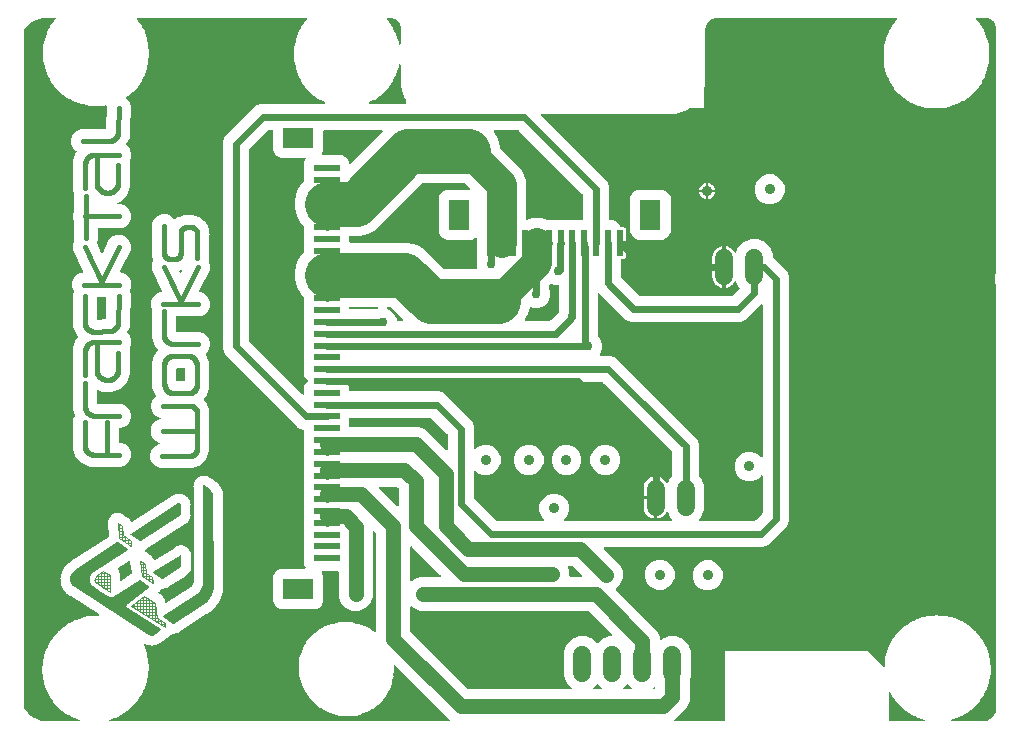
<source format=gbr>
G04 EAGLE Gerber RS-274X export*
G75*
%MOMM*%
%FSLAX34Y34*%
%LPD*%
%INTop Copper*%
%IPPOS*%
%AMOC8*
5,1,8,0,0,1.08239X$1,22.5*%
G01*
%ADD10R,2.200000X0.600000*%
%ADD11R,2.600000X1.800000*%
%ADD12C,0.076200*%
%ADD13C,0.406400*%
%ADD14C,1.524000*%
%ADD15C,0.889000*%
%ADD16R,0.600000X2.200000*%
%ADD17R,1.800000X2.600000*%
%ADD18C,0.609600*%
%ADD19C,0.756400*%
%ADD20C,2.540000*%
%ADD21C,3.810000*%
%ADD22C,1.270000*%

G36*
X912962Y95218D02*
X912962Y95218D01*
X912966Y95217D01*
X913132Y95237D01*
X916255Y95962D01*
X916286Y95974D01*
X916319Y95979D01*
X916472Y96049D01*
X919229Y97684D01*
X919255Y97706D01*
X919284Y97720D01*
X919409Y97832D01*
X921543Y100225D01*
X921561Y100253D01*
X921585Y100276D01*
X921670Y100421D01*
X922981Y103347D01*
X922981Y103351D01*
X922984Y103354D01*
X923033Y103514D01*
X923275Y104769D01*
X923276Y104795D01*
X923289Y104913D01*
X923289Y464726D01*
X923279Y464790D01*
X923278Y464856D01*
X923255Y464936D01*
X923250Y464968D01*
X923240Y464986D01*
X923231Y465017D01*
X922237Y467417D01*
X922237Y472383D01*
X923231Y474783D01*
X923245Y474841D01*
X923261Y474876D01*
X923262Y474887D01*
X923271Y474908D01*
X923280Y474991D01*
X923287Y475023D01*
X923286Y475042D01*
X923289Y475074D01*
X923289Y679150D01*
X923283Y679188D01*
X923285Y679227D01*
X923250Y679391D01*
X923187Y679579D01*
X923287Y681005D01*
X923286Y681025D01*
X923289Y681059D01*
X923289Y682580D01*
X923296Y682609D01*
X923294Y682631D01*
X923298Y682670D01*
X923297Y682742D01*
X923295Y682752D01*
X923296Y682762D01*
X923272Y682928D01*
X922591Y685504D01*
X922574Y685542D01*
X922566Y685582D01*
X922493Y685723D01*
X922491Y685728D01*
X922490Y685729D01*
X922489Y685731D01*
X921014Y687950D01*
X920986Y687980D01*
X920965Y688016D01*
X920850Y688126D01*
X920846Y688130D01*
X920845Y688131D01*
X920844Y688132D01*
X918732Y689757D01*
X918695Y689776D01*
X918664Y689803D01*
X918520Y689870D01*
X918515Y689873D01*
X918514Y689874D01*
X918512Y689874D01*
X915989Y690731D01*
X915979Y690732D01*
X915970Y690737D01*
X915806Y690769D01*
X914473Y690877D01*
X914450Y690875D01*
X914411Y690879D01*
X912539Y690877D01*
X912537Y690878D01*
X912531Y690877D01*
X912506Y690877D01*
X912486Y690879D01*
X906945Y690879D01*
X906899Y690872D01*
X906852Y690874D01*
X906778Y690852D01*
X906703Y690840D01*
X906661Y690818D01*
X906616Y690804D01*
X906553Y690760D01*
X906485Y690724D01*
X906453Y690690D01*
X906414Y690664D01*
X906369Y690602D01*
X906316Y690546D01*
X906296Y690503D01*
X906268Y690466D01*
X906245Y690393D01*
X906212Y690323D01*
X906207Y690276D01*
X906193Y690232D01*
X906194Y690155D01*
X906185Y690079D01*
X906195Y690033D01*
X906196Y689986D01*
X906221Y689913D01*
X906237Y689838D01*
X906261Y689798D01*
X906277Y689754D01*
X906353Y689645D01*
X906364Y689627D01*
X906368Y689623D01*
X906373Y689616D01*
X907899Y687876D01*
X907931Y687850D01*
X907957Y687817D01*
X908026Y687772D01*
X908089Y687720D01*
X908094Y687718D01*
X908245Y687491D01*
X908267Y687468D01*
X908306Y687412D01*
X908485Y687208D01*
X908485Y687206D01*
X908502Y687168D01*
X908511Y687127D01*
X908583Y686989D01*
X908586Y686982D01*
X908587Y686980D01*
X908588Y686978D01*
X911096Y683225D01*
X911122Y683197D01*
X911137Y683172D01*
X911138Y683171D01*
X911146Y683158D01*
X911208Y683105D01*
X911264Y683045D01*
X911268Y683043D01*
X911389Y682798D01*
X911407Y682772D01*
X911439Y682712D01*
X911590Y682486D01*
X911590Y682484D01*
X911602Y682444D01*
X911605Y682402D01*
X911658Y682256D01*
X911660Y682248D01*
X911661Y682247D01*
X911662Y682244D01*
X913658Y678196D01*
X913683Y678162D01*
X913699Y678123D01*
X913754Y678062D01*
X913801Y677996D01*
X913806Y677993D01*
X913893Y677734D01*
X913908Y677706D01*
X913931Y677642D01*
X914052Y677399D01*
X914051Y677397D01*
X914058Y677355D01*
X914056Y677314D01*
X914089Y677162D01*
X914090Y677154D01*
X914091Y677152D01*
X914092Y677150D01*
X915543Y672876D01*
X915562Y672839D01*
X915574Y672798D01*
X915620Y672731D01*
X915658Y672659D01*
X915662Y672655D01*
X915715Y672387D01*
X915726Y672358D01*
X915741Y672291D01*
X915828Y672034D01*
X915828Y672032D01*
X915829Y671990D01*
X915821Y671949D01*
X915835Y671794D01*
X915835Y671786D01*
X915835Y671785D01*
X915836Y671782D01*
X916716Y667355D01*
X916731Y667316D01*
X916737Y667274D01*
X916774Y667201D01*
X916803Y667124D01*
X916806Y667121D01*
X916824Y666848D01*
X916831Y666818D01*
X916837Y666750D01*
X916890Y666483D01*
X916889Y666481D01*
X916885Y666440D01*
X916872Y666400D01*
X916865Y666244D01*
X916864Y666236D01*
X916864Y666235D01*
X916864Y666232D01*
X917156Y661784D01*
X917171Y661719D01*
X917176Y661653D01*
X917195Y661608D01*
X917195Y661212D01*
X917198Y661193D01*
X917196Y661162D01*
X917222Y660776D01*
X917213Y660755D01*
X917204Y660675D01*
X917197Y660643D01*
X917199Y660622D01*
X917195Y660588D01*
X917195Y659196D01*
X917206Y659130D01*
X917206Y659063D01*
X917222Y659018D01*
X917196Y658622D01*
X917198Y658603D01*
X917195Y658572D01*
X917195Y658185D01*
X917185Y658165D01*
X917171Y658085D01*
X917161Y658054D01*
X917162Y658033D01*
X917156Y658000D01*
X916855Y653419D01*
X916859Y653378D01*
X916854Y653336D01*
X916871Y653256D01*
X916879Y653174D01*
X916881Y653170D01*
X916828Y652902D01*
X916827Y652870D01*
X916815Y652803D01*
X916797Y652532D01*
X916796Y652531D01*
X916781Y652491D01*
X916758Y652456D01*
X916711Y652308D01*
X916708Y652301D01*
X916708Y652299D01*
X916708Y652297D01*
X915801Y647739D01*
X915800Y647697D01*
X915789Y647657D01*
X915795Y647575D01*
X915793Y647493D01*
X915794Y647488D01*
X915706Y647230D01*
X915701Y647199D01*
X915681Y647134D01*
X915628Y646867D01*
X915626Y646866D01*
X915606Y646829D01*
X915579Y646797D01*
X915513Y646657D01*
X915509Y646649D01*
X915509Y646648D01*
X915508Y646645D01*
X914014Y642245D01*
X914007Y642204D01*
X913992Y642165D01*
X913987Y642083D01*
X913974Y642003D01*
X913975Y641998D01*
X913854Y641753D01*
X913845Y641723D01*
X913816Y641661D01*
X913729Y641403D01*
X913727Y641402D01*
X913703Y641368D01*
X913671Y641341D01*
X913588Y641209D01*
X913583Y641203D01*
X913582Y641201D01*
X913581Y641199D01*
X911526Y637032D01*
X911514Y636992D01*
X911493Y636955D01*
X911478Y636875D01*
X911454Y636796D01*
X911454Y636791D01*
X911303Y636564D01*
X911290Y636535D01*
X911253Y636478D01*
X911133Y636234D01*
X911131Y636233D01*
X911102Y636203D01*
X911068Y636179D01*
X910967Y636060D01*
X910962Y636055D01*
X910961Y636053D01*
X910960Y636051D01*
X908378Y632187D01*
X908361Y632149D01*
X908336Y632116D01*
X908310Y632038D01*
X908276Y631964D01*
X908276Y631958D01*
X908096Y631753D01*
X908079Y631726D01*
X908035Y631674D01*
X907884Y631448D01*
X907882Y631448D01*
X907850Y631421D01*
X907813Y631402D01*
X907697Y631297D01*
X907692Y631292D01*
X907691Y631291D01*
X907689Y631289D01*
X904625Y627796D01*
X904605Y627764D01*
X904600Y627759D01*
X904599Y627756D01*
X904574Y627730D01*
X904538Y627656D01*
X904495Y627587D01*
X904494Y627582D01*
X904288Y627402D01*
X904268Y627378D01*
X904218Y627332D01*
X904039Y627127D01*
X904037Y627127D01*
X904001Y627105D01*
X903962Y627091D01*
X903834Y627002D01*
X903828Y626998D01*
X903827Y626996D01*
X903824Y626995D01*
X900331Y623931D01*
X900304Y623899D01*
X900271Y623873D01*
X900227Y623804D01*
X900174Y623741D01*
X900173Y623736D01*
X899946Y623585D01*
X899923Y623563D01*
X899867Y623524D01*
X899662Y623345D01*
X899661Y623345D01*
X899622Y623328D01*
X899581Y623319D01*
X899443Y623247D01*
X899436Y623244D01*
X899435Y623243D01*
X899433Y623242D01*
X895569Y620660D01*
X895538Y620632D01*
X895502Y620610D01*
X895449Y620548D01*
X895389Y620492D01*
X895387Y620488D01*
X895142Y620367D01*
X895116Y620349D01*
X895056Y620317D01*
X894830Y620166D01*
X894828Y620166D01*
X894788Y620154D01*
X894746Y620151D01*
X894600Y620098D01*
X894592Y620096D01*
X894591Y620095D01*
X894588Y620094D01*
X890421Y618039D01*
X890387Y618015D01*
X890348Y617998D01*
X890287Y617944D01*
X890221Y617896D01*
X890218Y617892D01*
X889959Y617804D01*
X889931Y617789D01*
X889867Y617766D01*
X889623Y617646D01*
X889622Y617646D01*
X889580Y617639D01*
X889539Y617642D01*
X889387Y617608D01*
X889379Y617607D01*
X889377Y617606D01*
X889375Y617606D01*
X884975Y616112D01*
X884938Y616092D01*
X884897Y616081D01*
X884830Y616035D01*
X884757Y615996D01*
X884754Y615993D01*
X884486Y615939D01*
X884457Y615928D01*
X884390Y615914D01*
X884133Y615826D01*
X884131Y615827D01*
X884089Y615826D01*
X884048Y615833D01*
X883893Y615820D01*
X883885Y615820D01*
X883883Y615819D01*
X883881Y615819D01*
X879323Y614912D01*
X879284Y614898D01*
X879243Y614892D01*
X879170Y614855D01*
X879093Y614826D01*
X879089Y614823D01*
X878817Y614805D01*
X878786Y614798D01*
X878718Y614792D01*
X878452Y614739D01*
X878450Y614740D01*
X878408Y614744D01*
X878368Y614757D01*
X878213Y614764D01*
X878205Y614765D01*
X878203Y614765D01*
X878201Y614765D01*
X873620Y614464D01*
X873555Y614449D01*
X873489Y614444D01*
X873444Y614425D01*
X873048Y614425D01*
X873029Y614422D01*
X872998Y614424D01*
X872612Y614398D01*
X872591Y614407D01*
X872511Y614416D01*
X872479Y614423D01*
X872458Y614421D01*
X872424Y614425D01*
X871286Y614425D01*
X871220Y614414D01*
X871153Y614414D01*
X871108Y614398D01*
X870712Y614424D01*
X870693Y614422D01*
X870662Y614425D01*
X870275Y614425D01*
X870255Y614435D01*
X870175Y614449D01*
X870144Y614459D01*
X870123Y614458D01*
X870090Y614464D01*
X865675Y614754D01*
X865633Y614750D01*
X865592Y614755D01*
X865512Y614738D01*
X865430Y614730D01*
X865425Y614728D01*
X865158Y614781D01*
X865126Y614782D01*
X865059Y614794D01*
X864788Y614812D01*
X864786Y614813D01*
X864747Y614828D01*
X864712Y614851D01*
X864564Y614898D01*
X864557Y614901D01*
X864555Y614901D01*
X864552Y614902D01*
X860158Y615776D01*
X860116Y615777D01*
X860075Y615787D01*
X859994Y615781D01*
X859912Y615784D01*
X859907Y615783D01*
X859649Y615870D01*
X859617Y615876D01*
X859578Y615888D01*
X859564Y615894D01*
X859559Y615894D01*
X859552Y615896D01*
X859286Y615949D01*
X859285Y615951D01*
X859248Y615970D01*
X859216Y615998D01*
X859075Y616063D01*
X859068Y616067D01*
X859066Y616068D01*
X859064Y616069D01*
X854821Y617509D01*
X854780Y617516D01*
X854741Y617531D01*
X854659Y617536D01*
X854579Y617549D01*
X854574Y617549D01*
X854329Y617669D01*
X854299Y617678D01*
X854237Y617707D01*
X853979Y617795D01*
X853978Y617796D01*
X853945Y617821D01*
X853917Y617852D01*
X853785Y617936D01*
X853779Y617940D01*
X853777Y617941D01*
X853775Y617942D01*
X849757Y619924D01*
X849717Y619936D01*
X849680Y619957D01*
X849600Y619972D01*
X849521Y619996D01*
X849516Y619996D01*
X849289Y620147D01*
X849260Y620160D01*
X849203Y620197D01*
X848959Y620317D01*
X848958Y620319D01*
X848928Y620348D01*
X848904Y620382D01*
X848785Y620482D01*
X848780Y620488D01*
X848778Y620488D01*
X848776Y620490D01*
X845051Y622979D01*
X845012Y622997D01*
X844979Y623022D01*
X844901Y623047D01*
X844827Y623081D01*
X844822Y623082D01*
X844616Y623262D01*
X844590Y623278D01*
X844537Y623322D01*
X844311Y623473D01*
X844311Y623475D01*
X844284Y623508D01*
X844266Y623545D01*
X844160Y623660D01*
X844155Y623666D01*
X844154Y623667D01*
X844152Y623669D01*
X840784Y626623D01*
X840748Y626645D01*
X840718Y626674D01*
X840644Y626710D01*
X840575Y626753D01*
X840570Y626754D01*
X840390Y626960D01*
X840366Y626980D01*
X840320Y627030D01*
X840115Y627209D01*
X840115Y627211D01*
X840093Y627247D01*
X840079Y627286D01*
X839990Y627414D01*
X839986Y627420D01*
X839985Y627422D01*
X839983Y627424D01*
X837029Y630792D01*
X836996Y630819D01*
X836971Y630852D01*
X836902Y630897D01*
X836839Y630949D01*
X836834Y630950D01*
X836682Y631177D01*
X836661Y631201D01*
X836622Y631256D01*
X836443Y631461D01*
X836442Y631463D01*
X836425Y631501D01*
X836417Y631542D01*
X836345Y631680D01*
X836342Y631687D01*
X836341Y631688D01*
X836339Y631691D01*
X833850Y635416D01*
X833822Y635447D01*
X833800Y635483D01*
X833738Y635536D01*
X833682Y635596D01*
X833678Y635598D01*
X833557Y635843D01*
X833539Y635869D01*
X833507Y635929D01*
X833356Y636155D01*
X833356Y636157D01*
X833344Y636197D01*
X833341Y636239D01*
X833288Y636386D01*
X833286Y636393D01*
X833285Y636394D01*
X833284Y636397D01*
X831302Y640415D01*
X831278Y640449D01*
X831261Y640488D01*
X831207Y640549D01*
X831159Y640615D01*
X831155Y640618D01*
X831067Y640877D01*
X831053Y640905D01*
X831029Y640969D01*
X830909Y641213D01*
X830909Y641215D01*
X830903Y641256D01*
X830905Y641297D01*
X830872Y641450D01*
X830870Y641457D01*
X830870Y641459D01*
X830869Y641461D01*
X829429Y645704D01*
X829409Y645741D01*
X829398Y645781D01*
X829352Y645849D01*
X829313Y645921D01*
X829309Y645925D01*
X829256Y646192D01*
X829245Y646222D01*
X829230Y646289D01*
X829143Y646546D01*
X829144Y646548D01*
X829142Y646589D01*
X829150Y646631D01*
X829137Y646786D01*
X829137Y646794D01*
X829136Y646795D01*
X829136Y646798D01*
X828262Y651192D01*
X828247Y651231D01*
X828241Y651273D01*
X828204Y651346D01*
X828175Y651423D01*
X828172Y651427D01*
X828154Y651699D01*
X828147Y651730D01*
X828141Y651798D01*
X828088Y652064D01*
X828089Y652066D01*
X828093Y652108D01*
X828106Y652147D01*
X828113Y652303D01*
X828114Y652311D01*
X828114Y652312D01*
X828114Y652315D01*
X827824Y656730D01*
X827809Y656795D01*
X827804Y656861D01*
X827785Y656906D01*
X827785Y657302D01*
X827782Y657320D01*
X827784Y657352D01*
X827758Y657738D01*
X827767Y657759D01*
X827776Y657839D01*
X827783Y657871D01*
X827781Y657892D01*
X827785Y657926D01*
X827785Y659064D01*
X827774Y659130D01*
X827774Y659197D01*
X827758Y659242D01*
X827784Y659638D01*
X827782Y659657D01*
X827785Y659688D01*
X827785Y660075D01*
X827795Y660095D01*
X827809Y660175D01*
X827819Y660206D01*
X827818Y660227D01*
X827824Y660260D01*
X828129Y664907D01*
X828125Y664949D01*
X828130Y664990D01*
X828113Y665071D01*
X828105Y665152D01*
X828103Y665157D01*
X828156Y665425D01*
X828158Y665456D01*
X828169Y665523D01*
X828187Y665794D01*
X828188Y665796D01*
X828203Y665835D01*
X828226Y665870D01*
X828273Y666018D01*
X828276Y666026D01*
X828276Y666027D01*
X828277Y666030D01*
X829196Y670652D01*
X829198Y670694D01*
X829208Y670735D01*
X829202Y670816D01*
X829205Y670898D01*
X829203Y670903D01*
X829291Y671162D01*
X829296Y671193D01*
X829317Y671258D01*
X829370Y671524D01*
X829371Y671526D01*
X829391Y671562D01*
X829418Y671594D01*
X829484Y671735D01*
X829488Y671742D01*
X829488Y671744D01*
X829489Y671746D01*
X831004Y676209D01*
X831011Y676250D01*
X831027Y676289D01*
X831031Y676371D01*
X831045Y676452D01*
X831044Y676457D01*
X831165Y676702D01*
X831174Y676732D01*
X831203Y676794D01*
X831290Y677051D01*
X831292Y677052D01*
X831316Y677086D01*
X831347Y677114D01*
X831431Y677245D01*
X831436Y677251D01*
X831436Y677253D01*
X831438Y677255D01*
X833522Y681482D01*
X833534Y681522D01*
X833555Y681559D01*
X833570Y681639D01*
X833594Y681718D01*
X833594Y681723D01*
X833746Y681950D01*
X833759Y681979D01*
X833795Y682036D01*
X833915Y682280D01*
X833917Y682281D01*
X833946Y682311D01*
X833980Y682335D01*
X834081Y682454D01*
X834086Y682459D01*
X834087Y682461D01*
X834088Y682463D01*
X836707Y686382D01*
X836724Y686420D01*
X836749Y686453D01*
X836775Y686531D01*
X836809Y686606D01*
X836809Y686611D01*
X836989Y686816D01*
X837006Y686843D01*
X837050Y686895D01*
X837201Y687121D01*
X837203Y687122D01*
X837235Y687148D01*
X837272Y687167D01*
X837387Y687272D01*
X837393Y687277D01*
X837394Y687278D01*
X837396Y687280D01*
X839445Y689616D01*
X839470Y689656D01*
X839502Y689690D01*
X839534Y689760D01*
X839575Y689825D01*
X839586Y689870D01*
X839606Y689913D01*
X839614Y689989D01*
X839632Y690064D01*
X839628Y690111D01*
X839633Y690157D01*
X839616Y690232D01*
X839609Y690309D01*
X839590Y690352D01*
X839580Y690398D01*
X839541Y690464D01*
X839510Y690534D01*
X839478Y690569D01*
X839454Y690609D01*
X839396Y690659D01*
X839344Y690716D01*
X839303Y690738D01*
X839267Y690769D01*
X839196Y690798D01*
X839129Y690835D01*
X839083Y690843D01*
X839039Y690861D01*
X838907Y690875D01*
X838887Y690879D01*
X838881Y690878D01*
X838872Y690879D01*
X688906Y690879D01*
X688848Y690870D01*
X688788Y690870D01*
X688717Y690851D01*
X687002Y690879D01*
X686997Y690878D01*
X686989Y690879D01*
X686886Y690879D01*
X686869Y690876D01*
X686841Y690878D01*
X685468Y690795D01*
X685465Y690795D01*
X685461Y690795D01*
X685296Y690765D01*
X682626Y689967D01*
X682597Y689953D01*
X682564Y689946D01*
X682416Y689867D01*
X680112Y688300D01*
X680088Y688277D01*
X680060Y688261D01*
X679942Y688141D01*
X678220Y685951D01*
X678204Y685922D01*
X678182Y685897D01*
X678106Y685748D01*
X677126Y683139D01*
X677125Y683136D01*
X677123Y683133D01*
X677118Y683109D01*
X677117Y683107D01*
X677116Y683104D01*
X677084Y682970D01*
X676917Y681685D01*
X676918Y681654D01*
X676911Y681587D01*
X676911Y640578D01*
X676919Y640525D01*
X676918Y640471D01*
X676946Y640365D01*
X676950Y640336D01*
X676956Y640326D01*
X676960Y640308D01*
X676911Y638687D01*
X676912Y638678D01*
X676911Y638664D01*
X676911Y637042D01*
X676911Y637041D01*
X676898Y636989D01*
X676877Y636939D01*
X676861Y636830D01*
X676855Y636802D01*
X676856Y636791D01*
X676853Y636773D01*
X676769Y633999D01*
X675428Y630115D01*
X675421Y630073D01*
X675405Y630033D01*
X675389Y629883D01*
X675387Y629873D01*
X675387Y629870D01*
X675387Y629867D01*
X675387Y614679D01*
X664032Y614679D01*
X663999Y614674D01*
X663965Y614676D01*
X663878Y614654D01*
X663790Y614640D01*
X663759Y614624D01*
X663726Y614615D01*
X663581Y614531D01*
X661100Y612706D01*
X652511Y609741D01*
X649737Y609657D01*
X649684Y609647D01*
X649630Y609646D01*
X649525Y609616D01*
X649495Y609610D01*
X649486Y609604D01*
X649469Y609599D01*
X649468Y609599D01*
X647846Y609599D01*
X647837Y609598D01*
X647822Y609599D01*
X646202Y609550D01*
X646149Y609561D01*
X646098Y609581D01*
X645989Y609593D01*
X645961Y609599D01*
X645949Y609597D01*
X645932Y609599D01*
X538345Y609599D01*
X538274Y609588D01*
X538202Y609586D01*
X538153Y609568D01*
X538102Y609560D01*
X538039Y609526D01*
X537971Y609501D01*
X537931Y609469D01*
X537885Y609444D01*
X537835Y609392D01*
X537779Y609348D01*
X537751Y609304D01*
X537715Y609266D01*
X537685Y609201D01*
X537646Y609141D01*
X537634Y609090D01*
X537612Y609043D01*
X537604Y608972D01*
X537586Y608902D01*
X537590Y608850D01*
X537585Y608799D01*
X537600Y608728D01*
X537605Y608657D01*
X537626Y608609D01*
X537637Y608558D01*
X537674Y608497D01*
X537702Y608431D01*
X537746Y608375D01*
X537763Y608347D01*
X537781Y608332D01*
X537807Y608300D01*
X593675Y552431D01*
X595377Y548323D01*
X595377Y520192D01*
X595380Y520172D01*
X595378Y520153D01*
X595400Y520051D01*
X595416Y519949D01*
X595426Y519932D01*
X595430Y519912D01*
X595483Y519823D01*
X595532Y519732D01*
X595546Y519718D01*
X595556Y519701D01*
X595635Y519634D01*
X595710Y519562D01*
X595728Y519554D01*
X595743Y519541D01*
X595839Y519502D01*
X595933Y519459D01*
X595953Y519457D01*
X595971Y519449D01*
X596138Y519431D01*
X599047Y519431D01*
X602035Y518193D01*
X604321Y515907D01*
X604981Y514313D01*
X605043Y514213D01*
X605103Y514113D01*
X605108Y514109D01*
X605111Y514104D01*
X605201Y514029D01*
X605290Y513953D01*
X605296Y513951D01*
X605301Y513947D01*
X605409Y513905D01*
X605518Y513861D01*
X605526Y513860D01*
X605530Y513859D01*
X605548Y513858D01*
X605685Y513843D01*
X607764Y513843D01*
X608411Y513670D01*
X608990Y513335D01*
X609463Y512862D01*
X609798Y512283D01*
X609971Y511636D01*
X609971Y501801D01*
X606368Y501801D01*
X606348Y501798D01*
X606329Y501800D01*
X606227Y501778D01*
X606125Y501762D01*
X606108Y501752D01*
X606088Y501748D01*
X605999Y501695D01*
X605908Y501646D01*
X605894Y501632D01*
X605877Y501622D01*
X605810Y501543D01*
X605738Y501468D01*
X605730Y501450D01*
X605717Y501435D01*
X605678Y501339D01*
X605635Y501245D01*
X605633Y501225D01*
X605625Y501207D01*
X605607Y501040D01*
X605607Y499564D01*
X605610Y499544D01*
X605608Y499524D01*
X605630Y499423D01*
X605646Y499321D01*
X605656Y499304D01*
X605660Y499284D01*
X605713Y499195D01*
X605762Y499104D01*
X605776Y499090D01*
X605786Y499073D01*
X605865Y499006D01*
X605940Y498934D01*
X605958Y498926D01*
X605973Y498913D01*
X606069Y498874D01*
X606163Y498831D01*
X606183Y498829D01*
X606201Y498821D01*
X606368Y498803D01*
X609971Y498803D01*
X609971Y488968D01*
X609798Y488321D01*
X609463Y487742D01*
X608990Y487269D01*
X608411Y486934D01*
X607764Y486761D01*
X606368Y486761D01*
X606348Y486758D01*
X606329Y486760D01*
X606227Y486738D01*
X606125Y486722D01*
X606108Y486712D01*
X606088Y486708D01*
X605999Y486655D01*
X605908Y486606D01*
X605894Y486592D01*
X605877Y486582D01*
X605810Y486503D01*
X605738Y486428D01*
X605730Y486410D01*
X605717Y486395D01*
X605678Y486299D01*
X605635Y486205D01*
X605633Y486185D01*
X605625Y486167D01*
X605607Y486000D01*
X605607Y470965D01*
X605621Y470875D01*
X605629Y470784D01*
X605641Y470754D01*
X605646Y470722D01*
X605689Y470641D01*
X605725Y470558D01*
X605751Y470525D01*
X605762Y470505D01*
X605785Y470483D01*
X605830Y470427D01*
X620357Y455900D01*
X620431Y455847D01*
X620500Y455787D01*
X620530Y455775D01*
X620556Y455756D01*
X620643Y455729D01*
X620728Y455695D01*
X620769Y455691D01*
X620791Y455684D01*
X620824Y455685D01*
X620895Y455677D01*
X699651Y455677D01*
X699741Y455691D01*
X699832Y455699D01*
X699862Y455711D01*
X699894Y455716D01*
X699975Y455759D01*
X700058Y455795D01*
X700091Y455821D01*
X700111Y455832D01*
X700133Y455855D01*
X700189Y455900D01*
X705847Y461557D01*
X705858Y461573D01*
X705874Y461585D01*
X705930Y461673D01*
X705990Y461757D01*
X705996Y461776D01*
X706007Y461792D01*
X706032Y461893D01*
X706062Y461992D01*
X706062Y462012D01*
X706067Y462031D01*
X706059Y462134D01*
X706056Y462238D01*
X706049Y462256D01*
X706048Y462276D01*
X706007Y462371D01*
X705972Y462469D01*
X705959Y462484D01*
X705951Y462502D01*
X705847Y462633D01*
X704961Y463519D01*
X703265Y467613D01*
X703243Y467648D01*
X703229Y467688D01*
X703179Y467752D01*
X703136Y467822D01*
X703103Y467848D01*
X703077Y467882D01*
X703009Y467926D01*
X702946Y467979D01*
X702907Y467994D01*
X702872Y468017D01*
X702793Y468037D01*
X702717Y468067D01*
X702675Y468069D01*
X702634Y468079D01*
X702552Y468074D01*
X702471Y468077D01*
X702430Y468065D01*
X702389Y468063D01*
X702313Y468031D01*
X702235Y468009D01*
X702200Y467985D01*
X702161Y467969D01*
X702100Y467915D01*
X702033Y467868D01*
X702007Y467835D01*
X701976Y467807D01*
X701891Y467678D01*
X701886Y467671D01*
X701885Y467669D01*
X701884Y467667D01*
X701602Y467115D01*
X700662Y465821D01*
X699531Y464690D01*
X698237Y463750D01*
X696812Y463024D01*
X695291Y462529D01*
X694435Y462394D01*
X694435Y479298D01*
X694432Y479318D01*
X694434Y479337D01*
X694412Y479439D01*
X694395Y479541D01*
X694386Y479558D01*
X694382Y479578D01*
X694329Y479667D01*
X694280Y479758D01*
X694266Y479772D01*
X694256Y479789D01*
X694177Y479856D01*
X694102Y479927D01*
X694084Y479936D01*
X694069Y479949D01*
X693973Y479987D01*
X693879Y480031D01*
X693859Y480033D01*
X693841Y480041D01*
X693674Y480059D01*
X692911Y480059D01*
X692911Y480061D01*
X693674Y480061D01*
X693694Y480064D01*
X693713Y480062D01*
X693815Y480084D01*
X693917Y480101D01*
X693934Y480110D01*
X693954Y480114D01*
X694043Y480167D01*
X694134Y480216D01*
X694148Y480230D01*
X694165Y480240D01*
X694232Y480319D01*
X694303Y480394D01*
X694312Y480412D01*
X694325Y480427D01*
X694364Y480523D01*
X694407Y480617D01*
X694409Y480637D01*
X694417Y480655D01*
X694435Y480822D01*
X694435Y497726D01*
X695291Y497591D01*
X696812Y497096D01*
X698237Y496370D01*
X699531Y495430D01*
X700662Y494299D01*
X701602Y493005D01*
X701884Y492453D01*
X701909Y492419D01*
X701926Y492381D01*
X701981Y492321D01*
X702029Y492255D01*
X702064Y492231D01*
X702092Y492200D01*
X702164Y492160D01*
X702230Y492113D01*
X702271Y492101D01*
X702307Y492081D01*
X702388Y492067D01*
X702466Y492043D01*
X702508Y492045D01*
X702550Y492037D01*
X702631Y492049D01*
X702712Y492052D01*
X702751Y492067D01*
X702793Y492073D01*
X702866Y492110D01*
X702942Y492139D01*
X702975Y492166D01*
X703012Y492185D01*
X703069Y492243D01*
X703133Y492295D01*
X703155Y492330D01*
X703184Y492360D01*
X703259Y492496D01*
X703264Y492503D01*
X703264Y492505D01*
X703265Y492507D01*
X704961Y496601D01*
X709391Y501031D01*
X715179Y503429D01*
X721445Y503429D01*
X727233Y501031D01*
X731663Y496601D01*
X734061Y490813D01*
X734061Y488561D01*
X734075Y488471D01*
X734083Y488380D01*
X734095Y488350D01*
X734100Y488318D01*
X734143Y488237D01*
X734179Y488154D01*
X734205Y488121D01*
X734216Y488101D01*
X734239Y488079D01*
X734284Y488023D01*
X746075Y476231D01*
X747777Y472123D01*
X747777Y264477D01*
X746075Y260369D01*
X730231Y244525D01*
X726123Y242823D01*
X591529Y242823D01*
X591458Y242812D01*
X591386Y242810D01*
X591337Y242792D01*
X591286Y242784D01*
X591222Y242750D01*
X591155Y242725D01*
X591114Y242693D01*
X591068Y242668D01*
X591019Y242616D01*
X590963Y242572D01*
X590935Y242528D01*
X590899Y242490D01*
X590869Y242425D01*
X590830Y242365D01*
X590817Y242314D01*
X590795Y242267D01*
X590788Y242196D01*
X590770Y242126D01*
X590774Y242074D01*
X590768Y242023D01*
X590784Y241952D01*
X590789Y241881D01*
X590809Y241833D01*
X590821Y241782D01*
X590857Y241721D01*
X590885Y241655D01*
X590930Y241599D01*
X590947Y241571D01*
X590965Y241556D01*
X590990Y241524D01*
X604856Y227658D01*
X607061Y222336D01*
X607061Y216576D01*
X604856Y211254D01*
X601277Y207675D01*
X601266Y207659D01*
X601250Y207647D01*
X601194Y207559D01*
X601134Y207476D01*
X601128Y207457D01*
X601117Y207440D01*
X601092Y207339D01*
X601061Y207240D01*
X601062Y207221D01*
X601057Y207201D01*
X601065Y207098D01*
X601068Y206995D01*
X601075Y206976D01*
X601076Y206956D01*
X601116Y206861D01*
X601124Y206841D01*
X601152Y206764D01*
X601165Y206748D01*
X601172Y206730D01*
X601243Y206641D01*
X601250Y206630D01*
X601257Y206623D01*
X601277Y206599D01*
X635971Y171905D01*
X638176Y166583D01*
X638176Y165004D01*
X638187Y164934D01*
X638189Y164862D01*
X638207Y164813D01*
X638215Y164762D01*
X638249Y164698D01*
X638274Y164631D01*
X638306Y164590D01*
X638331Y164544D01*
X638383Y164495D01*
X638427Y164439D01*
X638471Y164411D01*
X638509Y164375D01*
X638574Y164345D01*
X638634Y164306D01*
X638685Y164293D01*
X638732Y164271D01*
X638803Y164263D01*
X638873Y164246D01*
X638925Y164250D01*
X638976Y164244D01*
X639047Y164259D01*
X639118Y164265D01*
X639166Y164285D01*
X639217Y164296D01*
X639278Y164333D01*
X639344Y164361D01*
X639400Y164406D01*
X639428Y164423D01*
X639443Y164440D01*
X639475Y164466D01*
X640176Y165167D01*
X645964Y167565D01*
X652230Y167565D01*
X658018Y165167D01*
X662448Y160737D01*
X664846Y154948D01*
X664846Y133443D01*
X663634Y130517D01*
X663624Y130474D01*
X663607Y130439D01*
X663605Y130420D01*
X663594Y130392D01*
X663585Y130310D01*
X663578Y130278D01*
X663579Y130258D01*
X663576Y130226D01*
X663576Y112817D01*
X661371Y107495D01*
X653732Y99856D01*
X650426Y96550D01*
X650384Y96492D01*
X650335Y96440D01*
X650313Y96393D01*
X650283Y96351D01*
X650262Y96282D01*
X650231Y96217D01*
X650226Y96165D01*
X650210Y96115D01*
X650212Y96044D01*
X650204Y95973D01*
X650215Y95922D01*
X650217Y95870D01*
X650241Y95802D01*
X650257Y95732D01*
X650283Y95687D01*
X650301Y95639D01*
X650346Y95583D01*
X650383Y95521D01*
X650422Y95487D01*
X650455Y95447D01*
X650515Y95408D01*
X650570Y95361D01*
X650618Y95342D01*
X650662Y95314D01*
X650731Y95296D01*
X650798Y95269D01*
X650869Y95261D01*
X650900Y95253D01*
X650924Y95255D01*
X650965Y95251D01*
X692658Y95251D01*
X692678Y95254D01*
X692697Y95252D01*
X692799Y95274D01*
X692901Y95290D01*
X692918Y95300D01*
X692938Y95304D01*
X693027Y95357D01*
X693118Y95406D01*
X693132Y95420D01*
X693149Y95430D01*
X693216Y95509D01*
X693288Y95584D01*
X693296Y95602D01*
X693309Y95617D01*
X693348Y95713D01*
X693391Y95807D01*
X693393Y95827D01*
X693401Y95845D01*
X693419Y96012D01*
X693419Y153986D01*
X693866Y154433D01*
X814640Y154433D01*
X827502Y141571D01*
X827560Y141529D01*
X827612Y141480D01*
X827659Y141458D01*
X827701Y141427D01*
X827770Y141406D01*
X827835Y141376D01*
X827887Y141370D01*
X827937Y141355D01*
X828008Y141357D01*
X828079Y141349D01*
X828130Y141360D01*
X828182Y141361D01*
X828250Y141386D01*
X828320Y141401D01*
X828365Y141428D01*
X828413Y141446D01*
X828469Y141491D01*
X828531Y141527D01*
X828565Y141567D01*
X828605Y141600D01*
X828644Y141660D01*
X828691Y141714D01*
X828710Y141763D01*
X828738Y141806D01*
X828756Y141876D01*
X828783Y141942D01*
X828791Y142014D01*
X828799Y142045D01*
X828797Y142068D01*
X828801Y142109D01*
X828801Y142169D01*
X828811Y142189D01*
X828825Y142269D01*
X828835Y142300D01*
X828834Y142321D01*
X828840Y142354D01*
X829132Y146802D01*
X829128Y146844D01*
X829133Y146886D01*
X829116Y146966D01*
X829108Y147047D01*
X829106Y147052D01*
X829159Y147320D01*
X829160Y147351D01*
X829172Y147418D01*
X829190Y147689D01*
X829191Y147691D01*
X829206Y147730D01*
X829229Y147765D01*
X829276Y147913D01*
X829279Y147921D01*
X829279Y147922D01*
X829280Y147925D01*
X830160Y152352D01*
X830162Y152394D01*
X830172Y152434D01*
X830166Y152516D01*
X830169Y152598D01*
X830167Y152603D01*
X830255Y152861D01*
X830260Y152892D01*
X830281Y152957D01*
X830334Y153224D01*
X830335Y153225D01*
X830355Y153262D01*
X830382Y153294D01*
X830448Y153434D01*
X830452Y153442D01*
X830452Y153443D01*
X830453Y153446D01*
X831904Y157720D01*
X831911Y157761D01*
X831927Y157800D01*
X831931Y157882D01*
X831945Y157963D01*
X831944Y157968D01*
X832065Y158212D01*
X832074Y158243D01*
X832103Y158304D01*
X832190Y158562D01*
X832192Y158563D01*
X832216Y158597D01*
X832247Y158625D01*
X832331Y158756D01*
X832336Y158762D01*
X832336Y158764D01*
X832338Y158766D01*
X834334Y162814D01*
X834346Y162854D01*
X834367Y162891D01*
X834382Y162971D01*
X834406Y163050D01*
X834406Y163055D01*
X834557Y163282D01*
X834570Y163310D01*
X834607Y163368D01*
X834727Y163612D01*
X834729Y163613D01*
X834758Y163643D01*
X834792Y163667D01*
X834893Y163786D01*
X834898Y163791D01*
X834898Y163793D01*
X834900Y163795D01*
X837408Y167548D01*
X837425Y167586D01*
X837450Y167620D01*
X837476Y167697D01*
X837510Y167772D01*
X837510Y167777D01*
X837690Y167982D01*
X837707Y168009D01*
X837751Y168061D01*
X837902Y168287D01*
X837904Y168288D01*
X837936Y168314D01*
X837973Y168333D01*
X838089Y168438D01*
X838094Y168443D01*
X838095Y168445D01*
X838097Y168446D01*
X841073Y171840D01*
X841096Y171876D01*
X841125Y171905D01*
X841160Y171979D01*
X841204Y172049D01*
X841205Y172054D01*
X841410Y172234D01*
X841430Y172258D01*
X841480Y172304D01*
X841660Y172508D01*
X841661Y172509D01*
X841697Y172531D01*
X841736Y172545D01*
X841864Y172634D01*
X841871Y172638D01*
X841872Y172639D01*
X841874Y172641D01*
X845268Y175617D01*
X845294Y175649D01*
X845327Y175675D01*
X845372Y175744D01*
X845424Y175807D01*
X845426Y175812D01*
X845653Y175963D01*
X845676Y175985D01*
X845732Y176024D01*
X845936Y176203D01*
X845938Y176203D01*
X845976Y176220D01*
X846017Y176229D01*
X846155Y176301D01*
X846162Y176304D01*
X846164Y176305D01*
X846166Y176306D01*
X849919Y178814D01*
X849950Y178842D01*
X849986Y178864D01*
X850039Y178926D01*
X850099Y178982D01*
X850101Y178986D01*
X850346Y179107D01*
X850372Y179125D01*
X850432Y179157D01*
X850658Y179308D01*
X850660Y179308D01*
X850700Y179320D01*
X850742Y179323D01*
X850888Y179376D01*
X850896Y179378D01*
X850897Y179379D01*
X850900Y179380D01*
X854948Y181376D01*
X854982Y181401D01*
X855021Y181417D01*
X855082Y181472D01*
X855148Y181519D01*
X855151Y181524D01*
X855410Y181611D01*
X855438Y181626D01*
X855502Y181649D01*
X855745Y181770D01*
X855747Y181769D01*
X855789Y181776D01*
X855830Y181774D01*
X855982Y181807D01*
X855990Y181808D01*
X855992Y181809D01*
X855994Y181810D01*
X858913Y182800D01*
X858913Y182801D01*
X860268Y183261D01*
X860305Y183280D01*
X860346Y183292D01*
X860413Y183338D01*
X860485Y183376D01*
X860489Y183380D01*
X860757Y183433D01*
X860786Y183444D01*
X860853Y183459D01*
X861110Y183546D01*
X861112Y183546D01*
X861154Y183547D01*
X861195Y183539D01*
X861350Y183553D01*
X861358Y183553D01*
X861359Y183553D01*
X861362Y183554D01*
X865789Y184434D01*
X865828Y184449D01*
X865870Y184455D01*
X865943Y184492D01*
X866020Y184521D01*
X866023Y184524D01*
X866296Y184542D01*
X866326Y184549D01*
X866394Y184555D01*
X866661Y184608D01*
X866663Y184607D01*
X866704Y184603D01*
X866744Y184590D01*
X866900Y184583D01*
X866908Y184582D01*
X866909Y184582D01*
X866912Y184582D01*
X871360Y184874D01*
X871425Y184889D01*
X871491Y184894D01*
X871536Y184913D01*
X871932Y184913D01*
X871951Y184916D01*
X871982Y184914D01*
X872368Y184940D01*
X872389Y184931D01*
X872469Y184922D01*
X872501Y184915D01*
X872522Y184917D01*
X872556Y184913D01*
X873186Y184913D01*
X873252Y184924D01*
X873319Y184924D01*
X873364Y184940D01*
X873760Y184914D01*
X873779Y184916D01*
X873810Y184913D01*
X874197Y184913D01*
X874217Y184903D01*
X874297Y184889D01*
X874328Y184879D01*
X874349Y184880D01*
X874382Y184874D01*
X879062Y184567D01*
X879104Y184571D01*
X879145Y184566D01*
X879226Y184583D01*
X879307Y184591D01*
X879312Y184593D01*
X879580Y184539D01*
X879611Y184538D01*
X879678Y184526D01*
X879949Y184509D01*
X879951Y184508D01*
X879990Y184493D01*
X880025Y184470D01*
X880173Y184423D01*
X880181Y184420D01*
X880182Y184420D01*
X880185Y184419D01*
X884840Y183493D01*
X884882Y183492D01*
X884922Y183481D01*
X885004Y183487D01*
X885086Y183485D01*
X885091Y183486D01*
X885349Y183398D01*
X885381Y183393D01*
X885446Y183373D01*
X885712Y183320D01*
X885713Y183318D01*
X885750Y183298D01*
X885782Y183271D01*
X885922Y183205D01*
X885930Y183201D01*
X885932Y183201D01*
X885934Y183200D01*
X890428Y181674D01*
X890470Y181667D01*
X890508Y181652D01*
X890590Y181647D01*
X890671Y181634D01*
X890676Y181635D01*
X890921Y181514D01*
X890951Y181505D01*
X891013Y181476D01*
X891270Y181389D01*
X891271Y181387D01*
X891305Y181363D01*
X891333Y181331D01*
X891464Y181248D01*
X891471Y181243D01*
X891472Y181242D01*
X891474Y181241D01*
X895731Y179142D01*
X895771Y179130D01*
X895808Y179109D01*
X895888Y179094D01*
X895967Y179070D01*
X895972Y179070D01*
X896199Y178919D01*
X896227Y178905D01*
X896285Y178869D01*
X896529Y178749D01*
X896530Y178747D01*
X896560Y178718D01*
X896584Y178684D01*
X896703Y178583D01*
X896708Y178578D01*
X896710Y178577D01*
X896712Y178576D01*
X900658Y175939D01*
X900697Y175921D01*
X900730Y175896D01*
X900808Y175871D01*
X900882Y175837D01*
X900887Y175836D01*
X901093Y175656D01*
X901119Y175640D01*
X901172Y175596D01*
X901398Y175445D01*
X901398Y175443D01*
X901425Y175411D01*
X901443Y175373D01*
X901549Y175258D01*
X901554Y175252D01*
X901555Y175251D01*
X901557Y175249D01*
X905125Y172120D01*
X905161Y172098D01*
X905191Y172068D01*
X905264Y172033D01*
X905334Y171990D01*
X905339Y171988D01*
X905519Y171783D01*
X905543Y171763D01*
X905589Y171713D01*
X905794Y171534D01*
X905794Y171532D01*
X905816Y171496D01*
X905830Y171457D01*
X905919Y171329D01*
X905923Y171322D01*
X905924Y171321D01*
X905926Y171319D01*
X909055Y167751D01*
X909088Y167724D01*
X909114Y167691D01*
X909182Y167646D01*
X909245Y167594D01*
X909250Y167593D01*
X909402Y167366D01*
X909423Y167342D01*
X909462Y167287D01*
X909642Y167082D01*
X909642Y167080D01*
X909659Y167042D01*
X909667Y167001D01*
X909739Y166863D01*
X909742Y166856D01*
X909743Y166855D01*
X909745Y166852D01*
X912382Y162906D01*
X912410Y162875D01*
X912431Y162839D01*
X912493Y162786D01*
X912550Y162726D01*
X912554Y162724D01*
X912675Y162479D01*
X912693Y162453D01*
X912725Y162393D01*
X912875Y162167D01*
X912875Y162165D01*
X912887Y162125D01*
X912891Y162083D01*
X912944Y161937D01*
X912946Y161929D01*
X912947Y161928D01*
X912948Y161925D01*
X915047Y157668D01*
X915071Y157634D01*
X915088Y157596D01*
X915142Y157535D01*
X915190Y157468D01*
X915194Y157465D01*
X915282Y157207D01*
X915297Y157179D01*
X915320Y157115D01*
X915440Y156871D01*
X915440Y156869D01*
X915445Y156839D01*
X915445Y156837D01*
X915447Y156828D01*
X915444Y156786D01*
X915478Y156634D01*
X915479Y156626D01*
X915480Y156625D01*
X915480Y156622D01*
X917006Y152128D01*
X917026Y152091D01*
X917037Y152051D01*
X917083Y151983D01*
X917122Y151911D01*
X917125Y151907D01*
X917179Y151640D01*
X917190Y151610D01*
X917204Y151543D01*
X917292Y151286D01*
X917291Y151284D01*
X917292Y151242D01*
X917285Y151201D01*
X917298Y151046D01*
X917298Y151038D01*
X917299Y151037D01*
X917299Y151034D01*
X918225Y146379D01*
X918240Y146340D01*
X918246Y146298D01*
X918283Y146225D01*
X918311Y146149D01*
X918315Y146145D01*
X918332Y145872D01*
X918340Y145842D01*
X918345Y145774D01*
X918398Y145507D01*
X918398Y145505D01*
X918393Y145464D01*
X918380Y145424D01*
X918373Y145269D01*
X918373Y145261D01*
X918373Y145259D01*
X918373Y145256D01*
X918683Y140520D01*
X918693Y140479D01*
X918693Y140438D01*
X918720Y140360D01*
X918739Y140280D01*
X918741Y140276D01*
X918724Y140004D01*
X918727Y139972D01*
X918724Y139904D01*
X918741Y139633D01*
X918740Y139632D01*
X918731Y139591D01*
X918713Y139553D01*
X918685Y139400D01*
X918684Y139392D01*
X918684Y139391D01*
X918683Y139388D01*
X918375Y134685D01*
X918379Y134643D01*
X918374Y134602D01*
X918391Y134521D01*
X918399Y134440D01*
X918401Y134435D01*
X918348Y134167D01*
X918347Y134136D01*
X918335Y134069D01*
X918317Y133798D01*
X918316Y133796D01*
X918301Y133757D01*
X918278Y133722D01*
X918231Y133574D01*
X918228Y133566D01*
X918228Y133565D01*
X918227Y133562D01*
X917308Y128940D01*
X917306Y128898D01*
X917296Y128857D01*
X917302Y128776D01*
X917299Y128694D01*
X917301Y128689D01*
X917213Y128430D01*
X917208Y128399D01*
X917187Y128334D01*
X917134Y128068D01*
X917133Y128066D01*
X917113Y128030D01*
X917086Y127998D01*
X917020Y127857D01*
X917016Y127850D01*
X917016Y127848D01*
X917015Y127846D01*
X915500Y123383D01*
X915493Y123342D01*
X915477Y123303D01*
X915473Y123221D01*
X915459Y123140D01*
X915460Y123135D01*
X915339Y122890D01*
X915330Y122860D01*
X915301Y122798D01*
X915214Y122541D01*
X915212Y122540D01*
X915188Y122506D01*
X915157Y122478D01*
X915073Y122347D01*
X915068Y122341D01*
X915068Y122339D01*
X915066Y122337D01*
X912982Y118110D01*
X912970Y118070D01*
X912949Y118033D01*
X912934Y117953D01*
X912910Y117874D01*
X912910Y117869D01*
X912758Y117642D01*
X912745Y117613D01*
X912709Y117556D01*
X912589Y117312D01*
X912587Y117311D01*
X912558Y117281D01*
X912524Y117257D01*
X912423Y117138D01*
X912418Y117133D01*
X912417Y117131D01*
X912416Y117129D01*
X909797Y113210D01*
X909780Y113172D01*
X909755Y113139D01*
X909729Y113061D01*
X909695Y112986D01*
X909695Y112981D01*
X909515Y112776D01*
X909498Y112749D01*
X909454Y112697D01*
X909303Y112471D01*
X909301Y112470D01*
X909269Y112444D01*
X909232Y112425D01*
X909116Y112320D01*
X909111Y112315D01*
X909110Y112314D01*
X909108Y112312D01*
X906000Y108768D01*
X905978Y108733D01*
X905949Y108703D01*
X905913Y108629D01*
X905870Y108560D01*
X905869Y108555D01*
X905664Y108375D01*
X905644Y108350D01*
X905593Y108304D01*
X905414Y108100D01*
X905412Y108100D01*
X905377Y108078D01*
X905337Y108064D01*
X905210Y107975D01*
X905203Y107971D01*
X905202Y107969D01*
X905200Y107968D01*
X901656Y104860D01*
X901629Y104828D01*
X901597Y104802D01*
X901552Y104733D01*
X901500Y104670D01*
X901498Y104665D01*
X901271Y104514D01*
X901248Y104492D01*
X901192Y104453D01*
X900988Y104274D01*
X900986Y104274D01*
X900948Y104257D01*
X900907Y104248D01*
X900768Y104176D01*
X900761Y104173D01*
X900760Y104172D01*
X900758Y104171D01*
X896839Y101552D01*
X896808Y101524D01*
X896772Y101502D01*
X896719Y101440D01*
X896659Y101384D01*
X896657Y101380D01*
X896412Y101259D01*
X896386Y101241D01*
X896326Y101210D01*
X896100Y101058D01*
X896098Y101059D01*
X896058Y101047D01*
X896016Y101043D01*
X895869Y100990D01*
X895862Y100988D01*
X895861Y100987D01*
X895858Y100986D01*
X891631Y98902D01*
X891597Y98877D01*
X891559Y98861D01*
X891498Y98806D01*
X891431Y98759D01*
X891428Y98754D01*
X891170Y98667D01*
X891142Y98652D01*
X891078Y98629D01*
X890834Y98508D01*
X890832Y98509D01*
X890791Y98502D01*
X890749Y98504D01*
X890597Y98471D01*
X890589Y98470D01*
X890588Y98469D01*
X890585Y98468D01*
X886122Y96953D01*
X886085Y96934D01*
X886045Y96922D01*
X885977Y96876D01*
X885905Y96838D01*
X885901Y96834D01*
X885634Y96781D01*
X885604Y96770D01*
X885538Y96755D01*
X885473Y96733D01*
X885361Y96673D01*
X885257Y96618D01*
X885256Y96618D01*
X885256Y96617D01*
X885173Y96530D01*
X885088Y96440D01*
X885087Y96439D01*
X885087Y96438D01*
X885034Y96325D01*
X884984Y96217D01*
X884984Y96216D01*
X884984Y96215D01*
X884970Y96089D01*
X884957Y95973D01*
X884957Y95972D01*
X884957Y95971D01*
X884984Y95847D01*
X885009Y95732D01*
X885010Y95731D01*
X885010Y95730D01*
X885073Y95625D01*
X885135Y95521D01*
X885136Y95520D01*
X885137Y95520D01*
X885232Y95439D01*
X885322Y95361D01*
X885323Y95361D01*
X885324Y95360D01*
X885435Y95316D01*
X885551Y95269D01*
X885552Y95269D01*
X885556Y95269D01*
X885717Y95251D01*
X909064Y95251D01*
X909099Y95256D01*
X909134Y95254D01*
X909299Y95288D01*
X909529Y95363D01*
X910911Y95253D01*
X910934Y95255D01*
X910972Y95251D01*
X912386Y95251D01*
X912421Y95237D01*
X912505Y95227D01*
X912537Y95220D01*
X912556Y95221D01*
X912588Y95218D01*
X912958Y95217D01*
X912962Y95218D01*
G37*
G36*
X146553Y95270D02*
X146553Y95270D01*
X146674Y95290D01*
X146675Y95290D01*
X146676Y95290D01*
X146784Y95348D01*
X146891Y95404D01*
X146892Y95405D01*
X146893Y95406D01*
X146975Y95491D01*
X147061Y95582D01*
X147062Y95583D01*
X147062Y95584D01*
X147115Y95697D01*
X147166Y95805D01*
X147166Y95806D01*
X147166Y95807D01*
X147179Y95924D01*
X147193Y96049D01*
X147193Y96050D01*
X147193Y96051D01*
X147168Y96167D01*
X147142Y96290D01*
X147141Y96291D01*
X147141Y96292D01*
X147082Y96390D01*
X147016Y96501D01*
X147015Y96502D01*
X147015Y96503D01*
X146922Y96582D01*
X146830Y96662D01*
X146829Y96662D01*
X146828Y96663D01*
X146824Y96665D01*
X146678Y96733D01*
X143232Y97902D01*
X143191Y97909D01*
X143152Y97925D01*
X143071Y97929D01*
X142990Y97943D01*
X142985Y97942D01*
X142740Y98063D01*
X142710Y98072D01*
X142648Y98101D01*
X142391Y98188D01*
X142389Y98190D01*
X142356Y98214D01*
X142328Y98245D01*
X142196Y98329D01*
X142190Y98334D01*
X142188Y98334D01*
X142186Y98336D01*
X138049Y100376D01*
X138009Y100388D01*
X137972Y100409D01*
X137892Y100424D01*
X137813Y100448D01*
X137808Y100448D01*
X137581Y100599D01*
X137552Y100613D01*
X137495Y100649D01*
X137251Y100769D01*
X137250Y100771D01*
X137220Y100800D01*
X137196Y100834D01*
X137077Y100934D01*
X137072Y100940D01*
X137070Y100941D01*
X137068Y100942D01*
X133232Y103505D01*
X133194Y103523D01*
X133160Y103548D01*
X133083Y103573D01*
X133008Y103607D01*
X133003Y103608D01*
X132798Y103788D01*
X132771Y103804D01*
X132719Y103848D01*
X132493Y103999D01*
X132492Y104001D01*
X132466Y104033D01*
X132447Y104071D01*
X132342Y104186D01*
X132337Y104192D01*
X132336Y104193D01*
X132334Y104195D01*
X128865Y107237D01*
X128830Y107259D01*
X128800Y107288D01*
X128726Y107323D01*
X128656Y107367D01*
X128651Y107368D01*
X128472Y107573D01*
X128447Y107593D01*
X128401Y107644D01*
X128197Y107823D01*
X128196Y107825D01*
X128174Y107860D01*
X128161Y107900D01*
X128072Y108027D01*
X128067Y108034D01*
X128066Y108035D01*
X128065Y108037D01*
X125023Y111506D01*
X124990Y111532D01*
X124964Y111565D01*
X124896Y111610D01*
X124833Y111662D01*
X124828Y111664D01*
X124676Y111891D01*
X124655Y111914D01*
X124616Y111970D01*
X124437Y112174D01*
X124436Y112176D01*
X124419Y112214D01*
X124411Y112255D01*
X124339Y112394D01*
X124336Y112401D01*
X124335Y112402D01*
X124333Y112404D01*
X121770Y116240D01*
X121742Y116271D01*
X121720Y116307D01*
X121658Y116360D01*
X121602Y116420D01*
X121598Y116422D01*
X121477Y116667D01*
X121459Y116693D01*
X121427Y116753D01*
X121276Y116979D01*
X121276Y116981D01*
X121264Y117021D01*
X121261Y117063D01*
X121208Y117210D01*
X121206Y117217D01*
X121205Y117218D01*
X121204Y117221D01*
X119164Y121358D01*
X119139Y121392D01*
X119123Y121431D01*
X119068Y121492D01*
X119021Y121558D01*
X119016Y121562D01*
X118929Y121820D01*
X118914Y121848D01*
X118891Y121912D01*
X118770Y122156D01*
X118771Y122158D01*
X118764Y122199D01*
X118766Y122241D01*
X118733Y122392D01*
X118732Y122400D01*
X118731Y122402D01*
X118730Y122404D01*
X117247Y126773D01*
X117228Y126810D01*
X117216Y126850D01*
X117170Y126918D01*
X117132Y126990D01*
X117128Y126994D01*
X117075Y127261D01*
X117064Y127291D01*
X117049Y127358D01*
X116962Y127615D01*
X116962Y127617D01*
X116961Y127659D01*
X116969Y127700D01*
X116955Y127855D01*
X116955Y127863D01*
X116955Y127864D01*
X116954Y127867D01*
X116054Y132392D01*
X116040Y132431D01*
X116034Y132472D01*
X115997Y132546D01*
X115968Y132622D01*
X115965Y132626D01*
X115947Y132898D01*
X115940Y132929D01*
X115934Y132997D01*
X115881Y133264D01*
X115882Y133265D01*
X115886Y133307D01*
X115899Y133347D01*
X115906Y133503D01*
X115907Y133510D01*
X115906Y133512D01*
X115906Y133514D01*
X115605Y138118D01*
X115595Y138159D01*
X115595Y138200D01*
X115568Y138278D01*
X115549Y138358D01*
X115547Y138362D01*
X115564Y138634D01*
X115561Y138666D01*
X115564Y138734D01*
X115547Y139005D01*
X115548Y139007D01*
X115557Y139047D01*
X115575Y139085D01*
X115603Y139238D01*
X115604Y139246D01*
X115604Y139248D01*
X115605Y139250D01*
X115924Y144119D01*
X115920Y144161D01*
X115925Y144202D01*
X115908Y144282D01*
X115900Y144364D01*
X115898Y144369D01*
X115951Y144636D01*
X115952Y144668D01*
X115964Y144735D01*
X115982Y145006D01*
X115983Y145007D01*
X115998Y145047D01*
X116021Y145082D01*
X116068Y145230D01*
X116071Y145237D01*
X116071Y145239D01*
X116072Y145242D01*
X117024Y150027D01*
X117025Y150069D01*
X117035Y150110D01*
X117029Y150191D01*
X117032Y150273D01*
X117030Y150278D01*
X117118Y150536D01*
X117123Y150563D01*
X117132Y150583D01*
X117134Y150600D01*
X117144Y150633D01*
X117197Y150899D01*
X117198Y150900D01*
X117218Y150937D01*
X117245Y150969D01*
X117311Y151110D01*
X117315Y151117D01*
X117316Y151119D01*
X117317Y151121D01*
X118885Y155741D01*
X118892Y155782D01*
X118907Y155821D01*
X118912Y155903D01*
X118925Y155984D01*
X118925Y155989D01*
X119045Y156234D01*
X119055Y156264D01*
X119083Y156326D01*
X119171Y156583D01*
X119172Y156584D01*
X119197Y156618D01*
X119228Y156646D01*
X119312Y156777D01*
X119316Y156783D01*
X119317Y156785D01*
X119318Y156787D01*
X121476Y161163D01*
X121489Y161203D01*
X121509Y161240D01*
X121524Y161320D01*
X121548Y161399D01*
X121548Y161404D01*
X121700Y161631D01*
X121713Y161659D01*
X121749Y161717D01*
X121870Y161961D01*
X121871Y161962D01*
X121900Y161992D01*
X121934Y162016D01*
X122035Y162135D01*
X122040Y162140D01*
X122041Y162142D01*
X122042Y162144D01*
X124753Y166201D01*
X124771Y166239D01*
X124796Y166273D01*
X124821Y166350D01*
X124855Y166425D01*
X124856Y166430D01*
X125036Y166635D01*
X125052Y166662D01*
X125096Y166714D01*
X125247Y166940D01*
X125249Y166941D01*
X125281Y166967D01*
X125319Y166986D01*
X125434Y167091D01*
X125440Y167096D01*
X125441Y167097D01*
X125443Y167099D01*
X128660Y170768D01*
X128682Y170803D01*
X128711Y170833D01*
X128747Y170907D01*
X128790Y170976D01*
X128791Y170981D01*
X128996Y171161D01*
X129016Y171186D01*
X129067Y171232D01*
X129246Y171436D01*
X129248Y171436D01*
X129283Y171458D01*
X129323Y171472D01*
X129450Y171561D01*
X129457Y171565D01*
X129458Y171567D01*
X129460Y171568D01*
X133129Y174785D01*
X133155Y174818D01*
X133188Y174844D01*
X133233Y174912D01*
X133285Y174975D01*
X133287Y174980D01*
X133514Y175132D01*
X133537Y175153D01*
X133593Y175192D01*
X133797Y175372D01*
X133799Y175372D01*
X133837Y175389D01*
X133878Y175397D01*
X134017Y175469D01*
X134024Y175472D01*
X134025Y175473D01*
X134027Y175475D01*
X138084Y178186D01*
X138115Y178214D01*
X138151Y178235D01*
X138204Y178297D01*
X138264Y178353D01*
X138266Y178358D01*
X138511Y178479D01*
X138537Y178497D01*
X138597Y178528D01*
X138823Y178679D01*
X138825Y178679D01*
X138865Y178691D01*
X138907Y178694D01*
X139053Y178747D01*
X139061Y178750D01*
X139062Y178751D01*
X139065Y178752D01*
X143441Y180910D01*
X143475Y180934D01*
X143513Y180951D01*
X143574Y181005D01*
X143641Y181053D01*
X143644Y181057D01*
X143902Y181145D01*
X143930Y181159D01*
X143994Y181183D01*
X144238Y181303D01*
X144240Y181303D01*
X144281Y181309D01*
X144323Y181307D01*
X144475Y181340D01*
X144483Y181342D01*
X144484Y181342D01*
X144487Y181343D01*
X149107Y182911D01*
X149144Y182931D01*
X149184Y182942D01*
X149252Y182989D01*
X149324Y183027D01*
X149328Y183031D01*
X149595Y183084D01*
X149625Y183095D01*
X149692Y183110D01*
X149949Y183197D01*
X149951Y183197D01*
X149993Y183198D01*
X150034Y183190D01*
X150189Y183203D01*
X150197Y183204D01*
X150198Y183204D01*
X150201Y183204D01*
X154986Y184156D01*
X155026Y184171D01*
X155067Y184177D01*
X155140Y184214D01*
X155217Y184243D01*
X155221Y184246D01*
X155493Y184264D01*
X155524Y184271D01*
X155592Y184277D01*
X155858Y184330D01*
X155860Y184329D01*
X155902Y184325D01*
X155941Y184312D01*
X156097Y184305D01*
X156105Y184304D01*
X156106Y184304D01*
X156109Y184304D01*
X160922Y184620D01*
X160987Y184635D01*
X161053Y184640D01*
X161098Y184659D01*
X161478Y184659D01*
X161544Y184670D01*
X161611Y184670D01*
X161656Y184686D01*
X161748Y184680D01*
X161780Y184683D01*
X161848Y184680D01*
X161930Y184686D01*
X161951Y184677D01*
X162031Y184668D01*
X162063Y184661D01*
X162084Y184663D01*
X162118Y184659D01*
X162489Y184659D01*
X162509Y184649D01*
X162589Y184635D01*
X162620Y184625D01*
X162641Y184626D01*
X162674Y184620D01*
X162817Y184610D01*
X162871Y184615D01*
X162925Y184611D01*
X162993Y184627D01*
X163062Y184634D01*
X163112Y184656D01*
X163164Y184669D01*
X163223Y184706D01*
X163287Y184735D01*
X163326Y184771D01*
X163372Y184800D01*
X163416Y184854D01*
X163467Y184902D01*
X163493Y184949D01*
X163527Y184991D01*
X163552Y185056D01*
X163585Y185117D01*
X163595Y185171D01*
X163614Y185221D01*
X163616Y185291D01*
X163628Y185360D01*
X163620Y185413D01*
X163622Y185467D01*
X163602Y185534D01*
X163592Y185603D01*
X163567Y185651D01*
X163552Y185703D01*
X163511Y185760D01*
X163480Y185822D01*
X163441Y185860D01*
X163410Y185904D01*
X163325Y185973D01*
X163304Y185993D01*
X163293Y185998D01*
X163280Y186010D01*
X139794Y201149D01*
X139769Y201160D01*
X139747Y201177D01*
X139592Y201241D01*
X139278Y201331D01*
X138317Y202097D01*
X138294Y202110D01*
X138255Y202141D01*
X137223Y202807D01*
X137177Y202872D01*
X137109Y202943D01*
X137044Y203019D01*
X137019Y203036D01*
X137006Y203049D01*
X136977Y203064D01*
X136905Y203113D01*
X136519Y203316D01*
X136042Y203888D01*
X136028Y203901D01*
X135932Y203997D01*
X135349Y204461D01*
X134984Y205120D01*
X134947Y205167D01*
X134918Y205220D01*
X134852Y205288D01*
X134832Y205313D01*
X134818Y205322D01*
X134801Y205340D01*
X134218Y205818D01*
X133867Y206475D01*
X133855Y206490D01*
X133781Y206604D01*
X133304Y207176D01*
X133080Y207896D01*
X133053Y207949D01*
X133035Y208007D01*
X132984Y208087D01*
X132970Y208116D01*
X132959Y208127D01*
X132945Y208148D01*
X132471Y208734D01*
X132260Y209449D01*
X132252Y209466D01*
X132202Y209592D01*
X131850Y210249D01*
X131777Y210999D01*
X131761Y211057D01*
X131756Y211117D01*
X131732Y211179D01*
X131726Y211207D01*
X131718Y211220D01*
X131713Y211237D01*
X131705Y211250D01*
X131696Y211273D01*
X131350Y211943D01*
X131288Y212685D01*
X131284Y212704D01*
X131260Y212838D01*
X131049Y213552D01*
X131128Y214301D01*
X131125Y214361D01*
X131132Y214421D01*
X131116Y214515D01*
X131114Y214547D01*
X131109Y214562D01*
X131105Y214587D01*
X130902Y215312D01*
X130991Y216052D01*
X130990Y216071D01*
X130994Y216207D01*
X130932Y216949D01*
X131162Y217667D01*
X131170Y217726D01*
X131189Y217783D01*
X131193Y217878D01*
X131198Y217910D01*
X131195Y217926D01*
X131196Y217951D01*
X131144Y218703D01*
X131382Y219409D01*
X131385Y219428D01*
X131416Y219560D01*
X131505Y220300D01*
X131875Y220956D01*
X131896Y221013D01*
X131925Y221065D01*
X131948Y221157D01*
X131960Y221187D01*
X131960Y221203D01*
X131966Y221228D01*
X132068Y221974D01*
X132443Y222618D01*
X132450Y222636D01*
X132507Y222759D01*
X132744Y223465D01*
X133239Y224033D01*
X133271Y224084D01*
X133310Y224129D01*
X133352Y224215D01*
X133369Y224242D01*
X133372Y224258D01*
X133383Y224280D01*
X133634Y224991D01*
X134131Y225546D01*
X134142Y225562D01*
X134223Y225671D01*
X134598Y226314D01*
X135198Y226771D01*
X135239Y226814D01*
X135287Y226850D01*
X135345Y226926D01*
X135367Y226949D01*
X135373Y226963D01*
X135389Y226983D01*
X135778Y227629D01*
X136377Y228071D01*
X136391Y228085D01*
X136492Y228175D01*
X136990Y228730D01*
X137375Y228914D01*
X137402Y228933D01*
X137466Y228965D01*
X138622Y229728D01*
X138633Y229738D01*
X138654Y229751D01*
X139821Y230611D01*
X139918Y230635D01*
X139960Y230653D01*
X140005Y230662D01*
X140127Y230725D01*
X140144Y230732D01*
X140148Y230735D01*
X140154Y230739D01*
X171753Y251580D01*
X171813Y251636D01*
X171879Y251685D01*
X171903Y251719D01*
X171934Y251747D01*
X171973Y251819D01*
X172020Y251886D01*
X172032Y251926D01*
X172052Y251963D01*
X172066Y252044D01*
X172089Y252122D01*
X172090Y252177D01*
X172095Y252205D01*
X172091Y252234D01*
X172092Y252290D01*
X171139Y262002D01*
X171134Y262021D01*
X171133Y262053D01*
X170906Y263415D01*
X170944Y263582D01*
X170947Y263622D01*
X170958Y263660D01*
X170960Y263826D01*
X170961Y263827D01*
X170960Y263827D01*
X170960Y263828D01*
X170944Y263998D01*
X171345Y265318D01*
X171347Y265338D01*
X171358Y265368D01*
X171669Y266713D01*
X171769Y266852D01*
X171787Y266888D01*
X171812Y266919D01*
X171877Y267072D01*
X171878Y267073D01*
X171878Y267074D01*
X171928Y267237D01*
X172804Y268304D01*
X172813Y268320D01*
X172835Y268345D01*
X173637Y269468D01*
X173783Y269558D01*
X173813Y269585D01*
X173848Y269604D01*
X173966Y269720D01*
X173968Y269720D01*
X173968Y269721D01*
X174077Y269853D01*
X175294Y270504D01*
X175310Y270515D01*
X175339Y270529D01*
X176509Y271260D01*
X176678Y271288D01*
X176716Y271301D01*
X176756Y271305D01*
X176910Y271366D01*
X176911Y271367D01*
X176912Y271367D01*
X177063Y271448D01*
X178436Y271583D01*
X178455Y271588D01*
X178487Y271589D01*
X179849Y271816D01*
X180016Y271778D01*
X180056Y271775D01*
X180094Y271764D01*
X180260Y271762D01*
X180261Y271761D01*
X180261Y271762D01*
X180262Y271762D01*
X180432Y271778D01*
X181752Y271377D01*
X181772Y271375D01*
X181802Y271364D01*
X183147Y271053D01*
X183286Y270953D01*
X183322Y270935D01*
X183353Y270910D01*
X183506Y270845D01*
X183507Y270844D01*
X183508Y270844D01*
X183672Y270794D01*
X184738Y269918D01*
X184754Y269909D01*
X184778Y269887D01*
X186835Y268418D01*
X186871Y268400D01*
X186903Y268375D01*
X187052Y268311D01*
X187055Y268309D01*
X187056Y268309D01*
X187057Y268309D01*
X187213Y268262D01*
X188288Y267382D01*
X188304Y267373D01*
X188327Y267352D01*
X189458Y266545D01*
X189543Y266407D01*
X189570Y266377D01*
X189590Y266341D01*
X189703Y266226D01*
X189706Y266222D01*
X189707Y266221D01*
X189833Y266118D01*
X190489Y264894D01*
X190501Y264879D01*
X190514Y264851D01*
X190755Y264465D01*
X190773Y264445D01*
X190785Y264422D01*
X190853Y264353D01*
X190917Y264280D01*
X190940Y264267D01*
X190959Y264248D01*
X191046Y264205D01*
X191130Y264157D01*
X191156Y264151D01*
X191180Y264140D01*
X191276Y264127D01*
X191371Y264107D01*
X191397Y264111D01*
X191424Y264107D01*
X191519Y264126D01*
X191615Y264137D01*
X191639Y264149D01*
X191665Y264154D01*
X191815Y264229D01*
X225401Y285986D01*
X225402Y285986D01*
X225403Y285988D01*
X225531Y286092D01*
X226001Y286570D01*
X226818Y286918D01*
X226845Y286935D01*
X226935Y286979D01*
X227680Y287462D01*
X228183Y287555D01*
X228200Y287561D01*
X228217Y287562D01*
X228375Y287618D01*
X229036Y287936D01*
X229108Y287940D01*
X229155Y287950D01*
X229203Y287951D01*
X229326Y287988D01*
X229348Y287993D01*
X229354Y287996D01*
X229364Y287999D01*
X229430Y288027D01*
X230749Y288039D01*
X230780Y288045D01*
X230880Y288052D01*
X231020Y288078D01*
X231035Y288073D01*
X231203Y288072D01*
X232356Y288190D01*
X232424Y288170D01*
X232472Y288163D01*
X232517Y288148D01*
X232646Y288141D01*
X232668Y288138D01*
X232675Y288139D01*
X232685Y288139D01*
X232756Y288143D01*
X234107Y287669D01*
X234132Y287665D01*
X234175Y287649D01*
X235564Y287303D01*
X235622Y287261D01*
X235665Y287239D01*
X235702Y287209D01*
X235821Y287158D01*
X235841Y287148D01*
X235847Y287147D01*
X235857Y287143D01*
X235925Y287123D01*
X237036Y286219D01*
X237058Y286206D01*
X237093Y286177D01*
X238282Y285380D01*
X238322Y285320D01*
X238354Y285285D01*
X238379Y285244D01*
X238474Y285157D01*
X238489Y285140D01*
X238495Y285137D01*
X238502Y285130D01*
X238560Y285088D01*
X239298Y283861D01*
X239314Y283842D01*
X239337Y283802D01*
X239461Y283634D01*
X239485Y283611D01*
X239536Y283547D01*
X239624Y283458D01*
X239633Y283438D01*
X239637Y283431D01*
X239639Y283423D01*
X239723Y283278D01*
X240185Y282649D01*
X240203Y282580D01*
X240222Y282536D01*
X240231Y282489D01*
X240291Y282374D01*
X240299Y282354D01*
X240304Y282349D01*
X240308Y282340D01*
X240348Y282280D01*
X240549Y281264D01*
X240557Y281243D01*
X240593Y281121D01*
X240920Y280331D01*
X240920Y279764D01*
X240921Y279756D01*
X240920Y279748D01*
X240942Y279582D01*
X241077Y279032D01*
X240928Y278051D01*
X240929Y278019D01*
X240920Y277937D01*
X240920Y270886D01*
X240924Y270859D01*
X240933Y270742D01*
X241086Y269947D01*
X240935Y269213D01*
X240935Y269193D01*
X240920Y269059D01*
X240920Y268309D01*
X240610Y267562D01*
X240604Y267535D01*
X240588Y267485D01*
X240578Y267464D01*
X240576Y267451D01*
X240568Y267424D01*
X240405Y266631D01*
X240089Y266165D01*
X239984Y266010D01*
X239976Y265992D01*
X239911Y265875D01*
X239624Y265182D01*
X239052Y264609D01*
X239036Y264587D01*
X238960Y264498D01*
X238506Y263828D01*
X237880Y263416D01*
X237866Y263402D01*
X237761Y263318D01*
X237230Y262788D01*
X236483Y262478D01*
X236460Y262464D01*
X236355Y262410D01*
X203675Y240872D01*
X203669Y240866D01*
X203657Y240859D01*
X202602Y240119D01*
X202592Y240110D01*
X202580Y240104D01*
X202504Y240024D01*
X202426Y239947D01*
X202420Y239935D01*
X202410Y239926D01*
X202364Y239826D01*
X202314Y239728D01*
X202312Y239715D01*
X202306Y239703D01*
X202294Y239594D01*
X202278Y239485D01*
X202280Y239472D01*
X202278Y239458D01*
X202301Y239352D01*
X202321Y239243D01*
X202327Y239231D01*
X202330Y239218D01*
X202386Y239124D01*
X202439Y239027D01*
X202449Y239018D01*
X202456Y239006D01*
X202577Y238891D01*
X203300Y238339D01*
X203316Y238331D01*
X203340Y238311D01*
X205661Y236763D01*
X205695Y236748D01*
X205725Y236725D01*
X205881Y236663D01*
X206072Y236610D01*
X207141Y235779D01*
X207159Y235769D01*
X207186Y235747D01*
X208313Y234996D01*
X208423Y234831D01*
X208446Y234807D01*
X208452Y234796D01*
X208454Y234794D01*
X208468Y234771D01*
X208588Y234654D01*
X208745Y234532D01*
X209414Y233355D01*
X209427Y233339D01*
X209443Y233308D01*
X210042Y232413D01*
X210046Y232409D01*
X210049Y232403D01*
X210130Y232319D01*
X210210Y232234D01*
X210216Y232231D01*
X210220Y232226D01*
X210323Y232173D01*
X210427Y232117D01*
X210433Y232116D01*
X210439Y232113D01*
X210554Y232095D01*
X210669Y232076D01*
X210675Y232077D01*
X210682Y232076D01*
X210797Y232096D01*
X210912Y232114D01*
X210918Y232117D01*
X210924Y232118D01*
X211076Y232190D01*
X227523Y242380D01*
X227526Y242383D01*
X227529Y242384D01*
X227660Y242489D01*
X228098Y242926D01*
X228966Y243286D01*
X228994Y243303D01*
X229076Y243342D01*
X229875Y243837D01*
X230485Y243937D01*
X230489Y243938D01*
X230493Y243938D01*
X230654Y243985D01*
X231225Y244222D01*
X232165Y244222D01*
X232198Y244227D01*
X232288Y244232D01*
X233216Y244383D01*
X233818Y244242D01*
X233822Y244242D01*
X233826Y244240D01*
X233992Y244222D01*
X234611Y244222D01*
X235479Y243862D01*
X235511Y243854D01*
X235597Y243824D01*
X236512Y243609D01*
X237014Y243248D01*
X237017Y243246D01*
X237020Y243244D01*
X237167Y243163D01*
X237738Y242926D01*
X238403Y242261D01*
X238430Y242242D01*
X238497Y242182D01*
X239260Y241633D01*
X239586Y241107D01*
X239589Y241104D01*
X239590Y241101D01*
X239695Y240970D01*
X240132Y240532D01*
X240492Y239664D01*
X240509Y239636D01*
X240548Y239554D01*
X241043Y238755D01*
X241143Y238145D01*
X241144Y238141D01*
X241144Y238137D01*
X241191Y237976D01*
X241428Y237405D01*
X241428Y236465D01*
X241433Y236432D01*
X241438Y236342D01*
X241589Y235414D01*
X241448Y234812D01*
X241448Y234808D01*
X241446Y234804D01*
X241428Y234638D01*
X241428Y227187D01*
X241432Y227159D01*
X241441Y227045D01*
X241594Y226239D01*
X241444Y225515D01*
X241443Y225497D01*
X241428Y225360D01*
X241428Y224621D01*
X241114Y223864D01*
X241108Y223837D01*
X241072Y223727D01*
X240905Y222924D01*
X240802Y222774D01*
X240489Y222314D01*
X240481Y222297D01*
X240415Y222177D01*
X240132Y221494D01*
X239552Y220914D01*
X239536Y220891D01*
X239461Y220804D01*
X239248Y220490D01*
X239000Y220126D01*
X238382Y219721D01*
X238368Y219708D01*
X238261Y219622D01*
X237738Y219100D01*
X236981Y218786D01*
X236957Y218771D01*
X236855Y218719D01*
X222186Y209100D01*
X222180Y209095D01*
X222170Y209090D01*
X220854Y208179D01*
X220852Y208179D01*
X220797Y208168D01*
X220704Y208121D01*
X220678Y208110D01*
X219124Y207815D01*
X219117Y207812D01*
X219106Y207811D01*
X217541Y207474D01*
X217539Y207474D01*
X217484Y207485D01*
X217380Y207477D01*
X217352Y207477D01*
X217064Y207537D01*
X216961Y207542D01*
X216860Y207552D01*
X216839Y207547D01*
X216818Y207548D01*
X216720Y207519D01*
X216620Y207496D01*
X216602Y207485D01*
X216582Y207479D01*
X216498Y207421D01*
X216411Y207368D01*
X216393Y207348D01*
X216379Y207339D01*
X216360Y207313D01*
X216297Y207245D01*
X216273Y207213D01*
X216266Y207200D01*
X216252Y207182D01*
X215438Y205961D01*
X215370Y205916D01*
X215336Y205884D01*
X215295Y205859D01*
X215206Y205762D01*
X215191Y205748D01*
X215188Y205743D01*
X215181Y205736D01*
X215133Y205671D01*
X214141Y205074D01*
X214095Y205035D01*
X214043Y205004D01*
X214002Y204955D01*
X213953Y204915D01*
X213922Y204863D01*
X213883Y204817D01*
X213859Y204758D01*
X213826Y204704D01*
X213813Y204645D01*
X213791Y204589D01*
X213787Y204525D01*
X213773Y204464D01*
X213780Y204404D01*
X213776Y204343D01*
X213793Y204282D01*
X213799Y204219D01*
X213825Y204164D01*
X213841Y204106D01*
X213876Y204053D01*
X213902Y203996D01*
X213944Y203952D01*
X213978Y203901D01*
X214028Y203863D01*
X214071Y203817D01*
X214124Y203788D01*
X214172Y203751D01*
X214259Y203716D01*
X214288Y203701D01*
X214304Y203698D01*
X214328Y203688D01*
X214746Y203571D01*
X215619Y202885D01*
X215646Y202870D01*
X215698Y202831D01*
X216650Y202260D01*
X216916Y201901D01*
X216929Y201889D01*
X216937Y201873D01*
X217057Y201756D01*
X217409Y201480D01*
X217952Y200512D01*
X217972Y200488D01*
X218004Y200432D01*
X218665Y199540D01*
X218774Y199106D01*
X218781Y199090D01*
X218783Y199072D01*
X218848Y198918D01*
X219067Y198528D01*
X219200Y197427D01*
X219208Y197397D01*
X219217Y197333D01*
X219509Y196164D01*
X219519Y196141D01*
X219523Y196117D01*
X219568Y196028D01*
X219607Y195938D01*
X219623Y195919D01*
X219634Y195897D01*
X219705Y195828D01*
X219771Y195755D01*
X219792Y195743D01*
X219810Y195725D01*
X219899Y195682D01*
X219985Y195634D01*
X220009Y195629D01*
X220031Y195618D01*
X220130Y195606D01*
X220227Y195587D01*
X220251Y195590D01*
X220275Y195587D01*
X220372Y195607D01*
X220470Y195620D01*
X220493Y195631D01*
X220517Y195636D01*
X220666Y195712D01*
X241396Y209345D01*
X241412Y209360D01*
X241445Y209380D01*
X242200Y209968D01*
X242222Y209992D01*
X242289Y210050D01*
X242688Y210478D01*
X242707Y210506D01*
X242764Y210573D01*
X243090Y211060D01*
X243104Y211090D01*
X243149Y211165D01*
X243394Y211698D01*
X243403Y211729D01*
X243436Y211811D01*
X243557Y212244D01*
X243557Y212245D01*
X243594Y212376D01*
X243597Y212408D01*
X243617Y212495D01*
X243707Y213291D01*
X243706Y213320D01*
X243712Y213377D01*
X243712Y293668D01*
X243710Y293682D01*
X243696Y293825D01*
X243546Y294530D01*
X243699Y295355D01*
X243700Y295384D01*
X243712Y295494D01*
X243712Y296333D01*
X243988Y296998D01*
X243991Y297012D01*
X244033Y297150D01*
X244165Y297858D01*
X244622Y298562D01*
X244633Y298588D01*
X244687Y298685D01*
X245008Y299460D01*
X245517Y299970D01*
X245526Y299982D01*
X245617Y300093D01*
X246010Y300697D01*
X246701Y301172D01*
X246722Y301192D01*
X246808Y301261D01*
X247402Y301854D01*
X248067Y302130D01*
X248079Y302138D01*
X248207Y302206D01*
X248800Y302613D01*
X249621Y302787D01*
X249648Y302798D01*
X249754Y302829D01*
X250529Y303150D01*
X251250Y303150D01*
X251264Y303152D01*
X251407Y303166D01*
X252112Y303316D01*
X252937Y303163D01*
X252966Y303162D01*
X253076Y303150D01*
X253915Y303150D01*
X254580Y302874D01*
X254594Y302871D01*
X254732Y302829D01*
X255440Y302697D01*
X256144Y302240D01*
X256170Y302229D01*
X256267Y302175D01*
X257042Y301854D01*
X257552Y301345D01*
X257564Y301336D01*
X257675Y301245D01*
X260832Y299193D01*
X260854Y299183D01*
X260873Y299168D01*
X261027Y299102D01*
X261383Y298995D01*
X262299Y298245D01*
X262324Y298231D01*
X262366Y298196D01*
X263359Y297550D01*
X263399Y297491D01*
X263461Y297427D01*
X263517Y297357D01*
X263553Y297331D01*
X263570Y297314D01*
X263598Y297299D01*
X263654Y297259D01*
X264003Y297062D01*
X264417Y296535D01*
X264417Y296534D01*
X264418Y296534D01*
X264419Y296532D01*
X264535Y296415D01*
X265055Y295989D01*
X265413Y295320D01*
X265442Y295282D01*
X265464Y295238D01*
X265549Y295143D01*
X265563Y295125D01*
X265569Y295121D01*
X265575Y295113D01*
X266140Y294606D01*
X266430Y294000D01*
X266431Y293998D01*
X266518Y293858D01*
X266933Y293330D01*
X267137Y292598D01*
X267158Y292554D01*
X267169Y292508D01*
X267231Y292396D01*
X267241Y292375D01*
X267246Y292370D01*
X267251Y292361D01*
X267691Y291743D01*
X267842Y291089D01*
X267843Y291086D01*
X267897Y290931D01*
X268187Y290325D01*
X268228Y289567D01*
X268238Y289520D01*
X268239Y289472D01*
X268276Y289349D01*
X268281Y289327D01*
X268284Y289321D01*
X268287Y289311D01*
X268583Y288612D01*
X268588Y287941D01*
X268588Y287940D01*
X268588Y287938D01*
X268607Y287774D01*
X268758Y287120D01*
X268614Y286258D01*
X268614Y286226D01*
X268604Y286130D01*
X268606Y285544D01*
X268606Y285542D01*
X268606Y285540D01*
X268619Y283774D01*
X268613Y283749D01*
X268615Y283731D01*
X268612Y283700D01*
X268855Y212091D01*
X268861Y212053D01*
X268859Y212015D01*
X268894Y211851D01*
X268957Y211665D01*
X268863Y210313D01*
X268865Y210292D01*
X268861Y210257D01*
X268865Y208902D01*
X268791Y208720D01*
X268782Y208683D01*
X268766Y208649D01*
X268736Y208484D01*
X268724Y208318D01*
X268725Y208308D01*
X268723Y208298D01*
X268734Y208131D01*
X268830Y207599D01*
X268613Y206605D01*
X268611Y206572D01*
X268598Y206495D01*
X268527Y205481D01*
X268286Y204997D01*
X268283Y204987D01*
X268277Y204978D01*
X268224Y204819D01*
X268115Y204321D01*
X268114Y204311D01*
X268111Y204301D01*
X268098Y204134D01*
X268115Y203594D01*
X267757Y202642D01*
X267750Y202610D01*
X267725Y202536D01*
X267508Y201542D01*
X267200Y201098D01*
X267195Y201089D01*
X267188Y201081D01*
X267112Y200932D01*
X266933Y200454D01*
X266931Y200445D01*
X266926Y200436D01*
X266889Y200272D01*
X266828Y199735D01*
X266335Y198845D01*
X266324Y198814D01*
X266288Y198744D01*
X265930Y197793D01*
X265560Y197398D01*
X265554Y197390D01*
X265546Y197383D01*
X265449Y197246D01*
X265202Y196800D01*
X265199Y196790D01*
X265193Y196782D01*
X265132Y196626D01*
X264994Y196103D01*
X264377Y195294D01*
X264362Y195265D01*
X264317Y195201D01*
X263824Y194312D01*
X263401Y193975D01*
X263394Y193967D01*
X263385Y193962D01*
X263269Y193841D01*
X262960Y193435D01*
X262956Y193426D01*
X262948Y193419D01*
X262866Y193273D01*
X262653Y192775D01*
X261926Y192064D01*
X261906Y192038D01*
X261852Y191981D01*
X261236Y191173D01*
X260768Y190901D01*
X260761Y190894D01*
X260751Y190890D01*
X260619Y190787D01*
X260254Y190430D01*
X260248Y190422D01*
X260240Y190416D01*
X260137Y190284D01*
X259855Y189822D01*
X259032Y189224D01*
X259009Y189201D01*
X258948Y189153D01*
X258220Y188442D01*
X257718Y188241D01*
X257709Y188235D01*
X257700Y188233D01*
X257554Y188150D01*
X257516Y188122D01*
X257482Y188088D01*
X257443Y188062D01*
X257358Y187963D01*
X257343Y187947D01*
X257340Y187942D01*
X257334Y187935D01*
X257290Y187870D01*
X256060Y187063D01*
X256050Y187054D01*
X256030Y187042D01*
X254840Y186177D01*
X254765Y186159D01*
X254721Y186141D01*
X254674Y186132D01*
X254558Y186072D01*
X254538Y186064D01*
X254533Y186060D01*
X254525Y186055D01*
X231503Y170947D01*
X231502Y170946D01*
X230087Y170013D01*
X228421Y169696D01*
X228420Y169696D01*
X226761Y169376D01*
X226203Y169491D01*
X226098Y169496D01*
X225995Y169505D01*
X225976Y169501D01*
X225957Y169502D01*
X225856Y169473D01*
X225755Y169449D01*
X225735Y169438D01*
X225721Y169433D01*
X225694Y169415D01*
X225608Y169368D01*
X224760Y168768D01*
X224737Y168745D01*
X224661Y168684D01*
X224022Y168046D01*
X223416Y167795D01*
X223416Y167794D01*
X223415Y167794D01*
X223268Y167713D01*
X223055Y167562D01*
X223003Y167511D01*
X222945Y167467D01*
X222903Y167412D01*
X222880Y167390D01*
X222869Y167368D01*
X222843Y167334D01*
X222552Y166853D01*
X222515Y166826D01*
X222452Y166747D01*
X222449Y166744D01*
X221134Y165819D01*
X221129Y165814D01*
X221120Y165809D01*
X217430Y163089D01*
X217414Y163073D01*
X217394Y163061D01*
X217278Y162941D01*
X217043Y162636D01*
X216028Y162051D01*
X216006Y162033D01*
X215956Y162004D01*
X215013Y161309D01*
X214979Y161301D01*
X214899Y161266D01*
X214817Y161240D01*
X214777Y161214D01*
X214753Y161204D01*
X214730Y161183D01*
X214676Y161148D01*
X214418Y160935D01*
X213799Y160745D01*
X213798Y160744D01*
X213797Y160744D01*
X213643Y160677D01*
X213082Y160353D01*
X212368Y160260D01*
X212325Y160247D01*
X212281Y160243D01*
X212146Y160193D01*
X212132Y160189D01*
X212129Y160187D01*
X212124Y160185D01*
X211481Y159861D01*
X210835Y159813D01*
X210833Y159813D01*
X210832Y159813D01*
X210667Y159782D01*
X210048Y159591D01*
X209331Y159659D01*
X209287Y159656D01*
X209243Y159662D01*
X209101Y159643D01*
X209086Y159642D01*
X209082Y159641D01*
X209077Y159640D01*
X208378Y159468D01*
X207737Y159565D01*
X207736Y159565D01*
X207734Y159565D01*
X207567Y159571D01*
X206921Y159524D01*
X206237Y159750D01*
X206193Y159756D01*
X206152Y159772D01*
X206009Y159786D01*
X205994Y159788D01*
X205990Y159787D01*
X205985Y159788D01*
X205265Y159775D01*
X204662Y160013D01*
X204661Y160013D01*
X204660Y160014D01*
X204498Y160057D01*
X203857Y160154D01*
X203241Y160526D01*
X203200Y160543D01*
X203163Y160567D01*
X203026Y160612D01*
X203012Y160618D01*
X203009Y160618D01*
X203004Y160620D01*
X202268Y160774D01*
X202242Y160775D01*
X202217Y160783D01*
X202120Y160781D01*
X202022Y160785D01*
X201997Y160778D01*
X201971Y160777D01*
X201880Y160744D01*
X201786Y160717D01*
X201764Y160703D01*
X201740Y160694D01*
X201664Y160633D01*
X201584Y160578D01*
X201568Y160557D01*
X201548Y160540D01*
X201495Y160459D01*
X201436Y160381D01*
X201428Y160356D01*
X201414Y160334D01*
X201390Y160240D01*
X201359Y160147D01*
X201360Y160121D01*
X201353Y160096D01*
X201361Y159998D01*
X201361Y159901D01*
X201370Y159876D01*
X201372Y159850D01*
X201429Y159693D01*
X202166Y158198D01*
X202190Y158164D01*
X202207Y158126D01*
X202261Y158065D01*
X202309Y157998D01*
X202313Y157995D01*
X202401Y157737D01*
X202416Y157709D01*
X202439Y157645D01*
X202559Y157401D01*
X202559Y157399D01*
X202565Y157358D01*
X202563Y157316D01*
X202596Y157164D01*
X202598Y157156D01*
X202598Y157155D01*
X202599Y157152D01*
X204071Y152815D01*
X204078Y152803D01*
X204080Y152792D01*
X204093Y152770D01*
X204102Y152738D01*
X204149Y152670D01*
X204187Y152598D01*
X204191Y152594D01*
X204244Y152327D01*
X204255Y152297D01*
X204270Y152231D01*
X204357Y151973D01*
X204356Y151971D01*
X204358Y151930D01*
X204350Y151889D01*
X204363Y151734D01*
X204364Y151726D01*
X204364Y151724D01*
X204364Y151721D01*
X205258Y147229D01*
X205273Y147190D01*
X205279Y147149D01*
X205316Y147075D01*
X205344Y146999D01*
X205347Y146995D01*
X205365Y146723D01*
X205372Y146692D01*
X205378Y146624D01*
X205431Y146357D01*
X205431Y146355D01*
X205426Y146314D01*
X205413Y146274D01*
X205406Y146118D01*
X205405Y146111D01*
X205406Y146109D01*
X205406Y146107D01*
X205705Y141536D01*
X205715Y141495D01*
X205715Y141454D01*
X205742Y141376D01*
X205761Y141296D01*
X205763Y141292D01*
X205746Y141020D01*
X205749Y140988D01*
X205746Y140920D01*
X205763Y140649D01*
X205762Y140647D01*
X205753Y140607D01*
X205735Y140569D01*
X205707Y140416D01*
X205706Y140408D01*
X205706Y140406D01*
X205705Y140404D01*
X205384Y135502D01*
X205388Y135460D01*
X205383Y135419D01*
X205400Y135339D01*
X205408Y135257D01*
X205410Y135252D01*
X205357Y134985D01*
X205355Y134953D01*
X205344Y134886D01*
X205326Y134615D01*
X205325Y134613D01*
X205310Y134574D01*
X205287Y134539D01*
X205240Y134391D01*
X205237Y134384D01*
X205237Y134382D01*
X205236Y134379D01*
X204278Y129561D01*
X204276Y129519D01*
X204266Y129479D01*
X204272Y129397D01*
X204269Y129315D01*
X204271Y129310D01*
X204183Y129052D01*
X204178Y129021D01*
X204157Y128956D01*
X204104Y128689D01*
X204103Y128688D01*
X204083Y128651D01*
X204056Y128619D01*
X203990Y128479D01*
X203986Y128472D01*
X203986Y128470D01*
X203985Y128467D01*
X202406Y123816D01*
X202399Y123774D01*
X202383Y123736D01*
X202379Y123654D01*
X202365Y123573D01*
X202366Y123568D01*
X202245Y123323D01*
X202236Y123293D01*
X202207Y123231D01*
X202120Y122974D01*
X202118Y122973D01*
X202094Y122939D01*
X202063Y122911D01*
X201979Y122780D01*
X201974Y122773D01*
X201974Y122772D01*
X201972Y122770D01*
X199800Y118364D01*
X199787Y118324D01*
X199767Y118287D01*
X199752Y118207D01*
X199728Y118128D01*
X199728Y118123D01*
X199576Y117896D01*
X199563Y117868D01*
X199527Y117810D01*
X199406Y117566D01*
X199405Y117565D01*
X199376Y117535D01*
X199341Y117511D01*
X199241Y117392D01*
X199236Y117387D01*
X199235Y117385D01*
X199233Y117383D01*
X196504Y113298D01*
X196487Y113260D01*
X196462Y113227D01*
X196436Y113149D01*
X196402Y113075D01*
X196402Y113069D01*
X196222Y112864D01*
X196205Y112837D01*
X196161Y112785D01*
X196010Y112559D01*
X196009Y112559D01*
X195976Y112532D01*
X195939Y112513D01*
X195824Y112408D01*
X195818Y112403D01*
X195817Y112402D01*
X195815Y112400D01*
X192576Y108707D01*
X192554Y108671D01*
X192525Y108641D01*
X192489Y108568D01*
X192446Y108498D01*
X192444Y108493D01*
X192239Y108313D01*
X192219Y108289D01*
X192169Y108243D01*
X191990Y108038D01*
X191988Y108038D01*
X191952Y108016D01*
X191913Y108002D01*
X191785Y107913D01*
X191778Y107909D01*
X191777Y107908D01*
X191775Y107906D01*
X188082Y104667D01*
X188055Y104635D01*
X188022Y104609D01*
X187978Y104540D01*
X187925Y104477D01*
X187924Y104472D01*
X187697Y104321D01*
X187674Y104299D01*
X187618Y104260D01*
X187413Y104081D01*
X187412Y104081D01*
X187373Y104064D01*
X187332Y104055D01*
X187194Y103983D01*
X187187Y103980D01*
X187186Y103979D01*
X187184Y103978D01*
X183099Y101249D01*
X183068Y101220D01*
X183032Y101199D01*
X182979Y101137D01*
X182919Y101081D01*
X182917Y101076D01*
X182672Y100955D01*
X182646Y100937D01*
X182586Y100906D01*
X182360Y100755D01*
X182358Y100755D01*
X182318Y100743D01*
X182276Y100740D01*
X182130Y100687D01*
X182122Y100684D01*
X182121Y100683D01*
X182118Y100682D01*
X177712Y98510D01*
X177678Y98485D01*
X177640Y98469D01*
X177579Y98414D01*
X177512Y98367D01*
X177509Y98362D01*
X177251Y98275D01*
X177223Y98260D01*
X177159Y98237D01*
X176915Y98116D01*
X176913Y98117D01*
X176872Y98110D01*
X176830Y98112D01*
X176678Y98079D01*
X176670Y98078D01*
X176669Y98077D01*
X176666Y98076D01*
X172708Y96733D01*
X172600Y96675D01*
X172493Y96618D01*
X172492Y96618D01*
X172491Y96617D01*
X172405Y96525D01*
X172324Y96440D01*
X172323Y96439D01*
X172322Y96438D01*
X172270Y96324D01*
X172220Y96217D01*
X172220Y96216D01*
X172219Y96215D01*
X172206Y96089D01*
X172193Y95973D01*
X172193Y95972D01*
X172193Y95970D01*
X172220Y95847D01*
X172245Y95732D01*
X172246Y95731D01*
X172246Y95730D01*
X172307Y95630D01*
X172371Y95521D01*
X172372Y95520D01*
X172373Y95519D01*
X172465Y95441D01*
X172558Y95361D01*
X172559Y95361D01*
X172560Y95360D01*
X172670Y95316D01*
X172786Y95269D01*
X172788Y95269D01*
X172792Y95269D01*
X172953Y95251D01*
X460285Y95251D01*
X460356Y95262D01*
X460428Y95264D01*
X460477Y95282D01*
X460528Y95290D01*
X460592Y95324D01*
X460659Y95349D01*
X460700Y95381D01*
X460746Y95406D01*
X460795Y95458D01*
X460851Y95502D01*
X460879Y95546D01*
X460915Y95584D01*
X460945Y95649D01*
X460984Y95709D01*
X460997Y95760D01*
X461019Y95807D01*
X461026Y95878D01*
X461044Y95948D01*
X461040Y96000D01*
X461046Y96051D01*
X461030Y96122D01*
X461025Y96193D01*
X461005Y96241D01*
X460993Y96292D01*
X460957Y96353D01*
X460929Y96419D01*
X460884Y96475D01*
X460867Y96503D01*
X460849Y96518D01*
X460824Y96550D01*
X457519Y99855D01*
X457518Y99856D01*
X414310Y143064D01*
X414232Y143120D01*
X414157Y143182D01*
X414132Y143192D01*
X414110Y143208D01*
X414018Y143236D01*
X413928Y143271D01*
X413901Y143272D01*
X413875Y143280D01*
X413779Y143278D01*
X413682Y143282D01*
X413656Y143275D01*
X413629Y143274D01*
X413539Y143241D01*
X413446Y143214D01*
X413424Y143199D01*
X413398Y143189D01*
X413323Y143129D01*
X413243Y143074D01*
X413227Y143053D01*
X413206Y143036D01*
X413154Y142954D01*
X413096Y142877D01*
X413088Y142852D01*
X413073Y142829D01*
X413049Y142735D01*
X413019Y142644D01*
X413018Y142610D01*
X413013Y142590D01*
X413015Y142557D01*
X413012Y142476D01*
X413224Y139245D01*
X413233Y139206D01*
X413233Y139167D01*
X413260Y139088D01*
X413279Y139005D01*
X413283Y138999D01*
X413264Y138734D01*
X413267Y138702D01*
X413264Y138630D01*
X413281Y138364D01*
X413277Y138358D01*
X413268Y138319D01*
X413251Y138284D01*
X413220Y138119D01*
X412903Y133677D01*
X412906Y133640D01*
X412901Y133603D01*
X412917Y133518D01*
X412925Y133432D01*
X412929Y133423D01*
X412874Y133170D01*
X412872Y133138D01*
X412859Y133063D01*
X412840Y132803D01*
X412831Y132792D01*
X412818Y132758D01*
X412797Y132727D01*
X412743Y132568D01*
X411796Y128212D01*
X411794Y128175D01*
X411783Y128139D01*
X411787Y128053D01*
X411783Y127966D01*
X411786Y127956D01*
X411695Y127714D01*
X411689Y127682D01*
X411665Y127610D01*
X411609Y127356D01*
X411599Y127346D01*
X411580Y127314D01*
X411555Y127286D01*
X411480Y127137D01*
X409922Y122960D01*
X409915Y122923D01*
X409899Y122889D01*
X409891Y122803D01*
X409874Y122719D01*
X409876Y122708D01*
X409752Y122481D01*
X409741Y122450D01*
X409707Y122382D01*
X409616Y122139D01*
X409604Y122131D01*
X409581Y122102D01*
X409553Y122078D01*
X409456Y121940D01*
X407320Y118028D01*
X407308Y117993D01*
X407288Y117961D01*
X407267Y117877D01*
X407238Y117796D01*
X407238Y117785D01*
X407083Y117579D01*
X407068Y117550D01*
X407025Y117487D01*
X406900Y117259D01*
X406887Y117253D01*
X406861Y117227D01*
X406829Y117207D01*
X406714Y117085D01*
X404043Y113516D01*
X404025Y113483D01*
X404001Y113455D01*
X403969Y113375D01*
X403929Y113298D01*
X403927Y113288D01*
X403745Y113105D01*
X403725Y113079D01*
X403673Y113023D01*
X403518Y112815D01*
X403504Y112811D01*
X403474Y112789D01*
X403440Y112774D01*
X403309Y112669D01*
X400157Y109517D01*
X400135Y109487D01*
X400107Y109462D01*
X400063Y109388D01*
X400013Y109318D01*
X400010Y109308D01*
X399803Y109153D01*
X399780Y109129D01*
X399721Y109081D01*
X399537Y108898D01*
X399523Y108895D01*
X399490Y108878D01*
X399454Y108869D01*
X399310Y108783D01*
X395741Y106112D01*
X395715Y106085D01*
X395684Y106065D01*
X395630Y105997D01*
X395570Y105935D01*
X395566Y105925D01*
X395339Y105801D01*
X395313Y105781D01*
X395247Y105743D01*
X395040Y105587D01*
X395025Y105587D01*
X394990Y105574D01*
X394953Y105570D01*
X394798Y105506D01*
X390886Y103370D01*
X390856Y103347D01*
X390822Y103331D01*
X390760Y103272D01*
X390692Y103218D01*
X390686Y103210D01*
X390444Y103119D01*
X390415Y103103D01*
X390345Y103074D01*
X390117Y102950D01*
X390103Y102952D01*
X390066Y102944D01*
X390029Y102945D01*
X389866Y102904D01*
X385689Y101346D01*
X385657Y101328D01*
X385621Y101317D01*
X385551Y101267D01*
X385476Y101224D01*
X385469Y101216D01*
X385216Y101161D01*
X385186Y101149D01*
X385112Y101131D01*
X384869Y101040D01*
X384855Y101044D01*
X384818Y101042D01*
X384781Y101048D01*
X384614Y101030D01*
X380258Y100083D01*
X380223Y100069D01*
X380187Y100064D01*
X380110Y100024D01*
X380029Y99992D01*
X380021Y99986D01*
X379763Y99967D01*
X379731Y99960D01*
X379656Y99952D01*
X379402Y99897D01*
X379389Y99902D01*
X379352Y99905D01*
X379316Y99917D01*
X379149Y99923D01*
X374707Y99606D01*
X374669Y99597D01*
X374629Y99596D01*
X374550Y99568D01*
X374468Y99549D01*
X374462Y99545D01*
X374196Y99562D01*
X374164Y99559D01*
X374092Y99562D01*
X373827Y99543D01*
X373820Y99547D01*
X373782Y99556D01*
X373746Y99573D01*
X373581Y99602D01*
X369304Y99883D01*
X369262Y99879D01*
X369221Y99884D01*
X369140Y99867D01*
X369059Y99859D01*
X369054Y99857D01*
X368786Y99910D01*
X368755Y99911D01*
X368688Y99923D01*
X368417Y99941D01*
X368415Y99942D01*
X368376Y99957D01*
X368341Y99980D01*
X368193Y100027D01*
X368185Y100030D01*
X368184Y100030D01*
X368181Y100031D01*
X363982Y100866D01*
X363940Y100867D01*
X363900Y100878D01*
X363818Y100871D01*
X363736Y100874D01*
X363731Y100873D01*
X363473Y100960D01*
X363442Y100966D01*
X363377Y100986D01*
X363110Y101039D01*
X363109Y101041D01*
X363072Y101060D01*
X363040Y101088D01*
X362900Y101154D01*
X362893Y101157D01*
X362891Y101158D01*
X362889Y101159D01*
X358834Y102535D01*
X358793Y102542D01*
X358754Y102557D01*
X358673Y102562D01*
X358592Y102575D01*
X358587Y102575D01*
X358342Y102695D01*
X358312Y102705D01*
X358250Y102733D01*
X357993Y102821D01*
X357992Y102822D01*
X357958Y102847D01*
X357930Y102878D01*
X357799Y102962D01*
X357792Y102966D01*
X357791Y102967D01*
X357788Y102968D01*
X353949Y104862D01*
X353909Y104874D01*
X353872Y104894D01*
X353792Y104910D01*
X353713Y104934D01*
X353708Y104933D01*
X353481Y105085D01*
X353452Y105098D01*
X353395Y105135D01*
X353151Y105255D01*
X353150Y105257D01*
X353120Y105285D01*
X353096Y105320D01*
X352977Y105421D01*
X352972Y105426D01*
X352970Y105426D01*
X352968Y105428D01*
X349408Y107807D01*
X349370Y107824D01*
X349337Y107849D01*
X349259Y107874D01*
X349184Y107908D01*
X349179Y107909D01*
X348974Y108089D01*
X348947Y108105D01*
X348895Y108149D01*
X348669Y108300D01*
X348668Y108302D01*
X348642Y108335D01*
X348623Y108372D01*
X348518Y108487D01*
X348513Y108493D01*
X348512Y108494D01*
X348510Y108496D01*
X345291Y111319D01*
X345256Y111341D01*
X345226Y111370D01*
X345152Y111405D01*
X345083Y111449D01*
X345078Y111450D01*
X344898Y111655D01*
X344873Y111675D01*
X344827Y111726D01*
X344623Y111905D01*
X344622Y111907D01*
X344601Y111942D01*
X344587Y111982D01*
X344498Y112109D01*
X344493Y112116D01*
X344492Y112117D01*
X344491Y112119D01*
X341668Y115338D01*
X341635Y115365D01*
X341610Y115398D01*
X341541Y115442D01*
X341478Y115494D01*
X341473Y115496D01*
X341321Y115723D01*
X341300Y115746D01*
X341261Y115802D01*
X341082Y116006D01*
X341081Y116008D01*
X341064Y116046D01*
X341056Y116087D01*
X340984Y116226D01*
X340981Y116233D01*
X340980Y116234D01*
X340979Y116236D01*
X338600Y119796D01*
X338571Y119827D01*
X338550Y119863D01*
X338488Y119916D01*
X338432Y119976D01*
X338428Y119978D01*
X338307Y120223D01*
X338288Y120249D01*
X338257Y120309D01*
X338106Y120535D01*
X338106Y120537D01*
X338094Y120577D01*
X338091Y120619D01*
X338038Y120766D01*
X338036Y120773D01*
X338035Y120774D01*
X338034Y120777D01*
X336140Y124616D01*
X336116Y124650D01*
X336099Y124689D01*
X336045Y124750D01*
X335997Y124817D01*
X335993Y124820D01*
X335905Y125078D01*
X335891Y125106D01*
X335867Y125170D01*
X335747Y125414D01*
X335747Y125416D01*
X335741Y125457D01*
X335743Y125499D01*
X335710Y125650D01*
X335708Y125658D01*
X335708Y125660D01*
X335707Y125662D01*
X334331Y129717D01*
X334319Y129739D01*
X334316Y129753D01*
X334307Y129768D01*
X334300Y129794D01*
X334254Y129861D01*
X334215Y129934D01*
X334211Y129937D01*
X334158Y130205D01*
X334147Y130234D01*
X334132Y130301D01*
X334045Y130558D01*
X334046Y130560D01*
X334044Y130602D01*
X334052Y130643D01*
X334039Y130798D01*
X334039Y130806D01*
X334038Y130808D01*
X334038Y130810D01*
X333203Y135009D01*
X333188Y135048D01*
X333182Y135090D01*
X333145Y135163D01*
X333116Y135240D01*
X333113Y135244D01*
X333095Y135516D01*
X333088Y135547D01*
X333082Y135614D01*
X333029Y135881D01*
X333030Y135883D01*
X333034Y135925D01*
X333047Y135964D01*
X333054Y136120D01*
X333055Y136128D01*
X333055Y136129D01*
X333055Y136132D01*
X332774Y140409D01*
X332765Y140448D01*
X332765Y140487D01*
X332738Y140566D01*
X332719Y140649D01*
X332715Y140655D01*
X332734Y140920D01*
X332731Y140952D01*
X332734Y141024D01*
X332717Y141290D01*
X332721Y141296D01*
X332730Y141335D01*
X332747Y141370D01*
X332778Y141535D01*
X333088Y145868D01*
X333084Y145905D01*
X333089Y145942D01*
X333073Y146027D01*
X333065Y146113D01*
X333061Y146123D01*
X333116Y146375D01*
X333118Y146408D01*
X333132Y146483D01*
X333150Y146742D01*
X333159Y146753D01*
X333173Y146788D01*
X333194Y146819D01*
X333247Y146978D01*
X334172Y151227D01*
X334174Y151264D01*
X334184Y151300D01*
X334180Y151387D01*
X334184Y151473D01*
X334182Y151483D01*
X334272Y151725D01*
X334278Y151757D01*
X334303Y151829D01*
X334358Y152083D01*
X334368Y152093D01*
X334387Y152125D01*
X334412Y152153D01*
X334487Y152303D01*
X336007Y156378D01*
X336014Y156414D01*
X336030Y156448D01*
X336038Y156534D01*
X336055Y156619D01*
X336053Y156629D01*
X336177Y156856D01*
X336188Y156887D01*
X336223Y156955D01*
X336313Y157198D01*
X336325Y157206D01*
X336348Y157236D01*
X336377Y157260D01*
X336473Y157397D01*
X338557Y161214D01*
X338569Y161249D01*
X338589Y161281D01*
X338610Y161365D01*
X338639Y161446D01*
X338639Y161457D01*
X338794Y161664D01*
X338809Y161692D01*
X338852Y161755D01*
X338977Y161983D01*
X338990Y161989D01*
X339016Y162015D01*
X339048Y162035D01*
X339163Y162157D01*
X341769Y165639D01*
X341786Y165671D01*
X341811Y165700D01*
X341843Y165780D01*
X341883Y165857D01*
X341885Y165867D01*
X342068Y166050D01*
X342087Y166076D01*
X342139Y166132D01*
X342294Y166340D01*
X342308Y166344D01*
X342338Y166366D01*
X342372Y166381D01*
X342503Y166486D01*
X345578Y169561D01*
X345600Y169591D01*
X345628Y169616D01*
X345672Y169690D01*
X345722Y169761D01*
X345725Y169770D01*
X345932Y169925D01*
X345955Y169949D01*
X346014Y169996D01*
X346198Y170180D01*
X346212Y170183D01*
X346245Y170200D01*
X346281Y170210D01*
X346425Y170295D01*
X349907Y172901D01*
X349933Y172928D01*
X349964Y172948D01*
X350018Y173016D01*
X350078Y173078D01*
X350082Y173088D01*
X350309Y173212D01*
X350335Y173232D01*
X350400Y173270D01*
X350608Y173426D01*
X350623Y173426D01*
X350658Y173439D01*
X350695Y173443D01*
X350850Y173507D01*
X354667Y175591D01*
X354696Y175614D01*
X354730Y175630D01*
X354793Y175689D01*
X354861Y175742D01*
X354867Y175751D01*
X355109Y175841D01*
X355137Y175858D01*
X355208Y175887D01*
X355436Y176011D01*
X355450Y176009D01*
X355487Y176017D01*
X355524Y176016D01*
X355686Y176057D01*
X359761Y177577D01*
X359794Y177595D01*
X359829Y177606D01*
X359900Y177656D01*
X359975Y177699D01*
X359982Y177706D01*
X360235Y177761D01*
X360265Y177773D01*
X360339Y177792D01*
X360582Y177883D01*
X360596Y177879D01*
X360633Y177881D01*
X360670Y177875D01*
X360837Y177892D01*
X365086Y178817D01*
X365121Y178831D01*
X365158Y178836D01*
X365235Y178875D01*
X365315Y178907D01*
X365323Y178914D01*
X365581Y178932D01*
X365613Y178940D01*
X365689Y178948D01*
X365942Y179003D01*
X365955Y178997D01*
X365992Y178994D01*
X366028Y178983D01*
X366196Y178976D01*
X370473Y179282D01*
X370535Y179297D01*
X370600Y179302D01*
X370652Y179325D01*
X371040Y179325D01*
X371060Y179328D01*
X371094Y179327D01*
X371470Y179354D01*
X371496Y179343D01*
X371581Y179334D01*
X371613Y179326D01*
X371631Y179328D01*
X371662Y179325D01*
X372044Y179325D01*
X372110Y179336D01*
X372177Y179336D01*
X372222Y179352D01*
X372618Y179326D01*
X372637Y179328D01*
X372668Y179325D01*
X373055Y179325D01*
X373075Y179315D01*
X373155Y179301D01*
X373186Y179291D01*
X373207Y179292D01*
X373240Y179286D01*
X377357Y179016D01*
X377398Y179020D01*
X377440Y179015D01*
X377520Y179032D01*
X377602Y179040D01*
X377606Y179042D01*
X377874Y178988D01*
X377906Y178987D01*
X377973Y178975D01*
X378244Y178958D01*
X378245Y178956D01*
X378284Y178942D01*
X378319Y178919D01*
X378468Y178872D01*
X378475Y178869D01*
X378477Y178869D01*
X378479Y178868D01*
X382581Y178052D01*
X382622Y178051D01*
X382663Y178040D01*
X382745Y178047D01*
X382826Y178044D01*
X382831Y178045D01*
X383090Y177958D01*
X383121Y177952D01*
X383186Y177932D01*
X383453Y177879D01*
X383454Y177877D01*
X383491Y177857D01*
X383522Y177830D01*
X383663Y177764D01*
X383670Y177761D01*
X383672Y177760D01*
X383674Y177759D01*
X387634Y176415D01*
X387675Y176408D01*
X387714Y176393D01*
X387796Y176388D01*
X387877Y176375D01*
X387882Y176375D01*
X388126Y176255D01*
X388157Y176245D01*
X388218Y176217D01*
X388476Y176129D01*
X388477Y176128D01*
X388511Y176103D01*
X388539Y176072D01*
X388614Y176024D01*
X388619Y176020D01*
X388623Y176018D01*
X388670Y175988D01*
X388676Y175984D01*
X388678Y175983D01*
X388680Y175982D01*
X392430Y174132D01*
X392470Y174120D01*
X392507Y174100D01*
X392587Y174084D01*
X392666Y174061D01*
X392671Y174061D01*
X392898Y173909D01*
X392927Y173896D01*
X392984Y173859D01*
X393228Y173739D01*
X393229Y173737D01*
X393259Y173709D01*
X393283Y173674D01*
X393402Y173574D01*
X393407Y173568D01*
X393409Y173568D01*
X393411Y173566D01*
X396888Y171243D01*
X396926Y171226D01*
X396959Y171201D01*
X397037Y171175D01*
X397112Y171141D01*
X397153Y171137D01*
X397182Y171127D01*
X397217Y171106D01*
X397262Y171095D01*
X397305Y171075D01*
X397381Y171067D01*
X397456Y171049D01*
X397503Y171053D01*
X397549Y171048D01*
X397624Y171064D01*
X397701Y171071D01*
X397744Y171090D01*
X397790Y171100D01*
X397856Y171140D01*
X397926Y171171D01*
X397961Y171202D01*
X398001Y171226D01*
X398051Y171285D01*
X398108Y171337D01*
X398130Y171378D01*
X398161Y171413D01*
X398190Y171485D01*
X398227Y171552D01*
X398235Y171598D01*
X398253Y171642D01*
X398267Y171773D01*
X398271Y171794D01*
X398270Y171800D01*
X398271Y171808D01*
X398271Y254037D01*
X398257Y254128D01*
X398249Y254218D01*
X398237Y254248D01*
X398232Y254280D01*
X398189Y254361D01*
X398153Y254445D01*
X398127Y254477D01*
X398116Y254498D01*
X398093Y254520D01*
X398048Y254576D01*
X396778Y255846D01*
X396720Y255888D01*
X396668Y255937D01*
X396621Y255959D01*
X396579Y255989D01*
X396510Y256010D01*
X396445Y256041D01*
X396393Y256046D01*
X396343Y256062D01*
X396272Y256060D01*
X396201Y256068D01*
X396150Y256057D01*
X396098Y256055D01*
X396030Y256031D01*
X395960Y256015D01*
X395915Y255989D01*
X395867Y255971D01*
X395811Y255926D01*
X395749Y255889D01*
X395715Y255850D01*
X395675Y255817D01*
X395636Y255757D01*
X395589Y255702D01*
X395570Y255654D01*
X395542Y255610D01*
X395524Y255541D01*
X395497Y255474D01*
X395489Y255403D01*
X395481Y255372D01*
X395483Y255348D01*
X395479Y255307D01*
X395479Y200320D01*
X393274Y194998D01*
X389202Y190926D01*
X383880Y188721D01*
X378120Y188721D01*
X372798Y190926D01*
X368726Y194998D01*
X366521Y200320D01*
X366521Y221510D01*
X366518Y221530D01*
X366520Y221549D01*
X366498Y221651D01*
X366482Y221753D01*
X366472Y221770D01*
X366468Y221790D01*
X366415Y221879D01*
X366366Y221970D01*
X366352Y221984D01*
X366342Y222001D01*
X366263Y222068D01*
X366188Y222140D01*
X366170Y222148D01*
X366155Y222161D01*
X366059Y222200D01*
X365965Y222243D01*
X365945Y222245D01*
X365927Y222253D01*
X365760Y222271D01*
X352742Y222271D01*
X352672Y222260D01*
X352600Y222258D01*
X352551Y222240D01*
X352500Y222232D01*
X352436Y222198D01*
X352369Y222173D01*
X352328Y222141D01*
X352282Y222116D01*
X352233Y222064D01*
X352177Y222020D01*
X352149Y221976D01*
X352113Y221938D01*
X352083Y221873D01*
X352044Y221813D01*
X352031Y221762D01*
X352009Y221715D01*
X352001Y221644D01*
X351984Y221574D01*
X351988Y221522D01*
X351982Y221471D01*
X351997Y221400D01*
X352003Y221329D01*
X352023Y221281D01*
X352034Y221230D01*
X352071Y221169D01*
X352099Y221103D01*
X352144Y221047D01*
X352161Y221019D01*
X352168Y221013D01*
X353409Y218017D01*
X353409Y196783D01*
X352171Y193795D01*
X349885Y191509D01*
X346897Y190271D01*
X317663Y190271D01*
X314675Y191509D01*
X312389Y193795D01*
X311151Y196783D01*
X311151Y218017D01*
X312389Y221005D01*
X314675Y223291D01*
X317663Y224529D01*
X337818Y224529D01*
X337888Y224540D01*
X337960Y224542D01*
X338009Y224560D01*
X338060Y224568D01*
X338124Y224602D01*
X338191Y224627D01*
X338232Y224659D01*
X338278Y224684D01*
X338327Y224736D01*
X338383Y224780D01*
X338411Y224824D01*
X338447Y224862D01*
X338477Y224927D01*
X338516Y224987D01*
X338529Y225038D01*
X338551Y225085D01*
X338559Y225156D01*
X338576Y225226D01*
X338572Y225278D01*
X338578Y225329D01*
X338563Y225400D01*
X338557Y225471D01*
X338537Y225519D01*
X338526Y225570D01*
X338489Y225631D01*
X338461Y225697D01*
X338416Y225753D01*
X338399Y225781D01*
X338392Y225787D01*
X337151Y228783D01*
X337151Y238017D01*
X337189Y238109D01*
X337210Y238197D01*
X337238Y238284D01*
X337238Y238317D01*
X337245Y238348D01*
X337237Y238439D01*
X337236Y238530D01*
X337225Y238570D01*
X337222Y238593D01*
X337209Y238623D01*
X337189Y238691D01*
X337151Y238783D01*
X337151Y248017D01*
X337189Y248109D01*
X337210Y248197D01*
X337238Y248284D01*
X337238Y248317D01*
X337245Y248348D01*
X337237Y248439D01*
X337236Y248530D01*
X337225Y248570D01*
X337222Y248593D01*
X337209Y248623D01*
X337189Y248691D01*
X337151Y248783D01*
X337151Y258017D01*
X337189Y258109D01*
X337210Y258197D01*
X337238Y258284D01*
X337238Y258317D01*
X337245Y258348D01*
X337237Y258439D01*
X337236Y258530D01*
X337225Y258570D01*
X337222Y258593D01*
X337209Y258623D01*
X337189Y258691D01*
X337151Y258783D01*
X337151Y268017D01*
X337189Y268109D01*
X337210Y268197D01*
X337238Y268284D01*
X337238Y268317D01*
X337245Y268348D01*
X337237Y268439D01*
X337236Y268530D01*
X337225Y268570D01*
X337222Y268593D01*
X337209Y268623D01*
X337189Y268691D01*
X337151Y268783D01*
X337151Y278017D01*
X337189Y278109D01*
X337210Y278197D01*
X337238Y278284D01*
X337238Y278317D01*
X337245Y278348D01*
X337237Y278439D01*
X337236Y278530D01*
X337225Y278570D01*
X337222Y278593D01*
X337209Y278623D01*
X337189Y278691D01*
X337151Y278783D01*
X337151Y288017D01*
X337189Y288109D01*
X337210Y288197D01*
X337238Y288284D01*
X337238Y288317D01*
X337245Y288348D01*
X337237Y288439D01*
X337236Y288530D01*
X337225Y288570D01*
X337222Y288593D01*
X337209Y288623D01*
X337189Y288691D01*
X337151Y288783D01*
X337151Y298017D01*
X337189Y298109D01*
X337210Y298197D01*
X337238Y298284D01*
X337238Y298317D01*
X337245Y298348D01*
X337237Y298439D01*
X337236Y298530D01*
X337225Y298570D01*
X337222Y298593D01*
X337209Y298623D01*
X337189Y298691D01*
X337151Y298783D01*
X337151Y308017D01*
X337189Y308109D01*
X337198Y308146D01*
X337205Y308162D01*
X337209Y308192D01*
X337210Y308197D01*
X337238Y308284D01*
X337238Y308317D01*
X337245Y308348D01*
X337237Y308439D01*
X337236Y308530D01*
X337225Y308570D01*
X337222Y308593D01*
X337209Y308623D01*
X337189Y308691D01*
X337151Y308783D01*
X337151Y318017D01*
X337189Y318109D01*
X337210Y318197D01*
X337238Y318284D01*
X337238Y318317D01*
X337245Y318348D01*
X337237Y318439D01*
X337236Y318530D01*
X337225Y318570D01*
X337222Y318593D01*
X337209Y318623D01*
X337189Y318691D01*
X337151Y318783D01*
X337151Y328017D01*
X337189Y328109D01*
X337210Y328197D01*
X337238Y328284D01*
X337238Y328317D01*
X337245Y328348D01*
X337237Y328439D01*
X337236Y328530D01*
X337225Y328570D01*
X337222Y328593D01*
X337209Y328623D01*
X337189Y328691D01*
X337151Y328783D01*
X337151Y338017D01*
X337189Y338109D01*
X337210Y338197D01*
X337238Y338284D01*
X337238Y338317D01*
X337245Y338348D01*
X337237Y338439D01*
X337236Y338530D01*
X337225Y338570D01*
X337222Y338593D01*
X337209Y338623D01*
X337189Y338691D01*
X337151Y338783D01*
X337151Y341462D01*
X337148Y341482D01*
X337150Y341501D01*
X337128Y341603D01*
X337112Y341705D01*
X337102Y341722D01*
X337098Y341742D01*
X337045Y341831D01*
X336996Y341922D01*
X336982Y341936D01*
X336972Y341953D01*
X336893Y342020D01*
X336818Y342092D01*
X336800Y342100D01*
X336785Y342113D01*
X336699Y342147D01*
X336667Y342165D01*
X336598Y342194D01*
X336595Y342195D01*
X332419Y343925D01*
X269925Y406419D01*
X268223Y410527D01*
X268223Y586423D01*
X269925Y590531D01*
X295675Y616281D01*
X299783Y617983D01*
X354359Y617983D01*
X354430Y617994D01*
X354503Y617997D01*
X354551Y618014D01*
X354601Y618022D01*
X354666Y618056D01*
X354734Y618082D01*
X354774Y618114D01*
X354819Y618138D01*
X354869Y618190D01*
X354926Y618236D01*
X354953Y618279D01*
X354988Y618316D01*
X355019Y618382D01*
X355058Y618443D01*
X355070Y618493D01*
X355092Y618539D01*
X355100Y618611D01*
X355117Y618682D01*
X355113Y618733D01*
X355119Y618783D01*
X355103Y618854D01*
X355098Y618927D01*
X355077Y618974D01*
X355067Y619024D01*
X355029Y619086D01*
X355001Y619153D01*
X354967Y619191D01*
X354940Y619235D01*
X354885Y619282D01*
X354837Y619336D01*
X354778Y619374D01*
X354754Y619395D01*
X354731Y619404D01*
X354695Y619427D01*
X351282Y621110D01*
X351242Y621122D01*
X351205Y621143D01*
X351125Y621158D01*
X351046Y621182D01*
X351041Y621182D01*
X350814Y621333D01*
X350786Y621346D01*
X350728Y621383D01*
X350484Y621503D01*
X350483Y621505D01*
X350453Y621534D01*
X350429Y621568D01*
X350310Y621669D01*
X350305Y621674D01*
X350303Y621675D01*
X350301Y621676D01*
X346437Y624258D01*
X346399Y624275D01*
X346366Y624300D01*
X346288Y624326D01*
X346214Y624360D01*
X346208Y624360D01*
X346003Y624540D01*
X345976Y624557D01*
X345924Y624601D01*
X345698Y624752D01*
X345698Y624754D01*
X345671Y624786D01*
X345652Y624823D01*
X345547Y624939D01*
X345542Y624944D01*
X345541Y624945D01*
X345539Y624947D01*
X342046Y628011D01*
X342010Y628033D01*
X341980Y628062D01*
X341906Y628098D01*
X341837Y628141D01*
X341832Y628142D01*
X341652Y628348D01*
X341628Y628368D01*
X341582Y628418D01*
X341377Y628597D01*
X341377Y628599D01*
X341355Y628635D01*
X341341Y628674D01*
X341252Y628802D01*
X341248Y628808D01*
X341246Y628809D01*
X341245Y628812D01*
X338181Y632305D01*
X338149Y632332D01*
X338123Y632365D01*
X338054Y632409D01*
X337991Y632462D01*
X337986Y632463D01*
X337835Y632690D01*
X337813Y632713D01*
X337774Y632769D01*
X337595Y632974D01*
X337595Y632975D01*
X337578Y633014D01*
X337569Y633055D01*
X337497Y633193D01*
X337494Y633200D01*
X337493Y633201D01*
X337492Y633203D01*
X334910Y637067D01*
X334882Y637098D01*
X334860Y637134D01*
X334798Y637187D01*
X334742Y637247D01*
X334738Y637249D01*
X334617Y637494D01*
X334599Y637520D01*
X334567Y637580D01*
X334416Y637806D01*
X334416Y637808D01*
X334404Y637848D01*
X334401Y637890D01*
X334348Y638037D01*
X334346Y638044D01*
X334345Y638045D01*
X334344Y638048D01*
X332289Y642215D01*
X332265Y642249D01*
X332248Y642288D01*
X332194Y642349D01*
X332146Y642415D01*
X332142Y642418D01*
X332054Y642677D01*
X332039Y642705D01*
X332016Y642769D01*
X331896Y643013D01*
X331896Y643014D01*
X331889Y643056D01*
X331892Y643097D01*
X331858Y643249D01*
X331857Y643257D01*
X331856Y643259D01*
X331856Y643261D01*
X330362Y647661D01*
X330342Y647698D01*
X330331Y647739D01*
X330285Y647806D01*
X330246Y647879D01*
X330243Y647882D01*
X330189Y648150D01*
X330178Y648179D01*
X330164Y648246D01*
X330076Y648503D01*
X330077Y648505D01*
X330076Y648547D01*
X330083Y648588D01*
X330070Y648743D01*
X330070Y648751D01*
X330069Y648753D01*
X330069Y648755D01*
X329162Y653313D01*
X329148Y653352D01*
X329142Y653393D01*
X329105Y653466D01*
X329076Y653543D01*
X329073Y653547D01*
X329055Y653819D01*
X329048Y653850D01*
X329042Y653918D01*
X328989Y654184D01*
X328990Y654186D01*
X328994Y654228D01*
X329007Y654268D01*
X329014Y654423D01*
X329015Y654431D01*
X329015Y654433D01*
X329015Y654435D01*
X328714Y659016D01*
X328699Y659081D01*
X328694Y659147D01*
X328675Y659192D01*
X328675Y659588D01*
X328672Y659607D01*
X328674Y659638D01*
X328640Y660146D01*
X328674Y660654D01*
X328672Y660673D01*
X328675Y660704D01*
X328675Y661091D01*
X328685Y661111D01*
X328699Y661191D01*
X328709Y661222D01*
X328708Y661243D01*
X328714Y661276D01*
X329012Y665824D01*
X329008Y665865D01*
X329013Y665907D01*
X328997Y665987D01*
X328989Y666069D01*
X328987Y666073D01*
X329040Y666341D01*
X329041Y666373D01*
X329053Y666440D01*
X329071Y666711D01*
X329072Y666712D01*
X329087Y666751D01*
X329110Y666786D01*
X329157Y666935D01*
X329159Y666942D01*
X329159Y666944D01*
X329160Y666946D01*
X330060Y671471D01*
X330062Y671513D01*
X330072Y671554D01*
X330066Y671635D01*
X330069Y671717D01*
X330067Y671722D01*
X330155Y671980D01*
X330160Y672012D01*
X330164Y672025D01*
X330171Y672039D01*
X330172Y672050D01*
X330181Y672077D01*
X330234Y672343D01*
X330235Y672344D01*
X330255Y672381D01*
X330282Y672413D01*
X330348Y672554D01*
X330352Y672561D01*
X330352Y672563D01*
X330353Y672565D01*
X331836Y676934D01*
X331843Y676975D01*
X331859Y677014D01*
X331863Y677095D01*
X331877Y677176D01*
X331876Y677181D01*
X331997Y677426D01*
X332006Y677456D01*
X332035Y677518D01*
X332122Y677775D01*
X332124Y677777D01*
X332148Y677810D01*
X332179Y677838D01*
X332218Y677898D01*
X332225Y677906D01*
X332232Y677921D01*
X332263Y677970D01*
X332268Y677976D01*
X332268Y677978D01*
X332270Y677980D01*
X334310Y682117D01*
X334322Y682157D01*
X334343Y682194D01*
X334358Y682274D01*
X334382Y682353D01*
X334382Y682358D01*
X334459Y682474D01*
X334533Y682585D01*
X334547Y682614D01*
X334583Y682671D01*
X334703Y682915D01*
X334705Y682916D01*
X334734Y682946D01*
X334768Y682970D01*
X334868Y683089D01*
X334874Y683094D01*
X334875Y683096D01*
X334876Y683098D01*
X337439Y686934D01*
X337457Y686972D01*
X337482Y687006D01*
X337507Y687083D01*
X337541Y687158D01*
X337542Y687163D01*
X337722Y687368D01*
X337738Y687395D01*
X337782Y687447D01*
X337933Y687673D01*
X337935Y687674D01*
X337967Y687700D01*
X338005Y687719D01*
X338120Y687824D01*
X338126Y687829D01*
X338127Y687830D01*
X338129Y687832D01*
X339693Y689616D01*
X339718Y689656D01*
X339750Y689690D01*
X339783Y689760D01*
X339823Y689825D01*
X339834Y689870D01*
X339854Y689913D01*
X339862Y689989D01*
X339880Y690064D01*
X339876Y690111D01*
X339881Y690157D01*
X339865Y690232D01*
X339858Y690309D01*
X339839Y690352D01*
X339829Y690398D01*
X339789Y690464D01*
X339758Y690534D01*
X339727Y690569D01*
X339703Y690609D01*
X339644Y690659D01*
X339592Y690716D01*
X339551Y690738D01*
X339516Y690769D01*
X339444Y690798D01*
X339377Y690835D01*
X339331Y690843D01*
X339288Y690861D01*
X339156Y690875D01*
X339135Y690879D01*
X339129Y690878D01*
X339121Y690879D01*
X196492Y690879D01*
X196446Y690872D01*
X196399Y690874D01*
X196325Y690852D01*
X196249Y690840D01*
X196208Y690818D01*
X196163Y690804D01*
X196100Y690760D01*
X196032Y690724D01*
X196000Y690690D01*
X195961Y690664D01*
X195915Y690602D01*
X195863Y690546D01*
X195843Y690504D01*
X195815Y690466D01*
X195791Y690393D01*
X195759Y690323D01*
X195754Y690276D01*
X195739Y690232D01*
X195740Y690155D01*
X195732Y690079D01*
X195742Y690033D01*
X195742Y689986D01*
X195768Y689913D01*
X195784Y689838D01*
X195808Y689798D01*
X195824Y689754D01*
X195900Y689645D01*
X195910Y689627D01*
X195915Y689623D01*
X195920Y689616D01*
X196235Y689257D01*
X196267Y689230D01*
X196293Y689197D01*
X196362Y689153D01*
X196425Y689100D01*
X196430Y689099D01*
X196581Y688872D01*
X196603Y688849D01*
X196642Y688793D01*
X196821Y688588D01*
X196821Y688587D01*
X196838Y688548D01*
X196847Y688507D01*
X196919Y688369D01*
X196922Y688362D01*
X196923Y688361D01*
X196924Y688359D01*
X199506Y684495D01*
X199534Y684464D01*
X199556Y684428D01*
X199618Y684375D01*
X199674Y684315D01*
X199678Y684313D01*
X199799Y684068D01*
X199817Y684042D01*
X199849Y683982D01*
X200000Y683756D01*
X200000Y683754D01*
X200012Y683714D01*
X200015Y683672D01*
X200068Y683526D01*
X200070Y683518D01*
X200071Y683517D01*
X200072Y683514D01*
X202127Y679347D01*
X202151Y679313D01*
X202168Y679274D01*
X202222Y679213D01*
X202270Y679147D01*
X202274Y679144D01*
X202362Y678885D01*
X202377Y678857D01*
X202391Y678817D01*
X202392Y678816D01*
X202392Y678815D01*
X202400Y678793D01*
X202520Y678549D01*
X202520Y678548D01*
X202527Y678506D01*
X202524Y678465D01*
X202558Y678313D01*
X202559Y678305D01*
X202560Y678303D01*
X202560Y678301D01*
X204054Y673901D01*
X204074Y673864D01*
X204085Y673823D01*
X204131Y673756D01*
X204170Y673683D01*
X204173Y673680D01*
X204227Y673412D01*
X204238Y673383D01*
X204252Y673316D01*
X204340Y673059D01*
X204339Y673057D01*
X204340Y673015D01*
X204333Y672974D01*
X204346Y672819D01*
X204346Y672811D01*
X204347Y672809D01*
X204347Y672807D01*
X205254Y668249D01*
X205268Y668210D01*
X205274Y668169D01*
X205311Y668096D01*
X205340Y668019D01*
X205343Y668015D01*
X205361Y667743D01*
X205368Y667712D01*
X205374Y667644D01*
X205427Y667378D01*
X205426Y667376D01*
X205422Y667334D01*
X205409Y667294D01*
X205402Y667139D01*
X205401Y667131D01*
X205401Y667129D01*
X205401Y667127D01*
X205702Y662546D01*
X205717Y662481D01*
X205722Y662415D01*
X205741Y662371D01*
X205741Y661974D01*
X205744Y661955D01*
X205742Y661924D01*
X205768Y661538D01*
X205759Y661517D01*
X205750Y661437D01*
X205743Y661405D01*
X205745Y661384D01*
X205741Y661350D01*
X205741Y659958D01*
X205752Y659892D01*
X205752Y659825D01*
X205768Y659780D01*
X205742Y659384D01*
X205744Y659365D01*
X205741Y659334D01*
X205741Y658947D01*
X205731Y658927D01*
X205717Y658847D01*
X205707Y658816D01*
X205708Y658795D01*
X205702Y658762D01*
X205410Y654314D01*
X205414Y654272D01*
X205409Y654231D01*
X205426Y654150D01*
X205434Y654069D01*
X205436Y654064D01*
X205383Y653796D01*
X205382Y653765D01*
X205370Y653698D01*
X205352Y653427D01*
X205351Y653425D01*
X205336Y653386D01*
X205313Y653351D01*
X205266Y653203D01*
X205263Y653195D01*
X205263Y653194D01*
X205262Y653191D01*
X204382Y648764D01*
X204380Y648722D01*
X204370Y648682D01*
X204375Y648614D01*
X204374Y648606D01*
X204376Y648597D01*
X204373Y648518D01*
X204375Y648513D01*
X204287Y648255D01*
X204282Y648224D01*
X204261Y648159D01*
X204208Y647892D01*
X204207Y647891D01*
X204187Y647854D01*
X204160Y647822D01*
X204094Y647681D01*
X204090Y647674D01*
X204090Y647673D01*
X204089Y647670D01*
X202638Y643396D01*
X202631Y643355D01*
X202615Y643316D01*
X202611Y643234D01*
X202597Y643153D01*
X202598Y643148D01*
X202477Y642904D01*
X202468Y642873D01*
X202439Y642812D01*
X202352Y642554D01*
X202350Y642553D01*
X202326Y642519D01*
X202295Y642491D01*
X202211Y642360D01*
X202206Y642354D01*
X202206Y642352D01*
X202204Y642350D01*
X200208Y638302D01*
X200196Y638262D01*
X200175Y638225D01*
X200169Y638194D01*
X200169Y638193D01*
X200169Y638190D01*
X200160Y638145D01*
X200136Y638066D01*
X200136Y638061D01*
X199985Y637834D01*
X199972Y637805D01*
X199935Y637748D01*
X199815Y637504D01*
X199813Y637503D01*
X199784Y637473D01*
X199750Y637449D01*
X199649Y637330D01*
X199644Y637325D01*
X199644Y637323D01*
X199642Y637321D01*
X197134Y633568D01*
X197117Y633530D01*
X197092Y633496D01*
X197066Y633419D01*
X197032Y633344D01*
X197032Y633339D01*
X196852Y633134D01*
X196835Y633107D01*
X196791Y633055D01*
X196640Y632829D01*
X196638Y632828D01*
X196606Y632802D01*
X196569Y632783D01*
X196453Y632677D01*
X196448Y632673D01*
X196447Y632671D01*
X196445Y632670D01*
X193469Y629276D01*
X193446Y629240D01*
X193417Y629211D01*
X193382Y629137D01*
X193338Y629067D01*
X193337Y629062D01*
X193132Y628882D01*
X193112Y628858D01*
X193062Y628812D01*
X192882Y628608D01*
X192881Y628607D01*
X192845Y628585D01*
X192806Y628571D01*
X192678Y628482D01*
X192671Y628478D01*
X192670Y628477D01*
X192668Y628475D01*
X189274Y625499D01*
X189248Y625467D01*
X189215Y625441D01*
X189170Y625372D01*
X189118Y625309D01*
X189116Y625304D01*
X188889Y625153D01*
X188866Y625131D01*
X188810Y625092D01*
X188606Y624913D01*
X188604Y624913D01*
X188566Y624896D01*
X188525Y624887D01*
X188387Y624815D01*
X188380Y624812D01*
X188378Y624811D01*
X188376Y624810D01*
X186730Y623710D01*
X186664Y623648D01*
X186593Y623593D01*
X186575Y623565D01*
X186550Y623542D01*
X186507Y623463D01*
X186458Y623388D01*
X186449Y623355D01*
X186433Y623325D01*
X186418Y623237D01*
X186395Y623150D01*
X186397Y623117D01*
X186391Y623083D01*
X186405Y622994D01*
X186411Y622905D01*
X186424Y622874D01*
X186429Y622840D01*
X186470Y622760D01*
X186504Y622677D01*
X186531Y622643D01*
X186542Y622622D01*
X186565Y622600D01*
X186608Y622545D01*
X188769Y620330D01*
X190271Y616577D01*
X190013Y595416D01*
X190017Y595383D01*
X190015Y595350D01*
X190045Y595185D01*
X190142Y594866D01*
X189990Y593323D01*
X189991Y593300D01*
X189986Y593258D01*
X189967Y591707D01*
X189836Y591401D01*
X189828Y591369D01*
X189813Y591340D01*
X189778Y591175D01*
X189609Y589459D01*
X186835Y583950D01*
X186830Y583933D01*
X186820Y583919D01*
X186793Y583816D01*
X186762Y583715D01*
X186762Y583698D01*
X186757Y583681D01*
X186764Y583575D01*
X186767Y583469D01*
X186772Y583453D01*
X186774Y583436D01*
X186814Y583338D01*
X186850Y583238D01*
X186861Y583224D01*
X186867Y583208D01*
X186970Y583076D01*
X189531Y580453D01*
X189771Y579854D01*
X189771Y579853D01*
X190075Y579092D01*
X191032Y576701D01*
X190984Y572659D01*
X189611Y569454D01*
X189588Y569361D01*
X189558Y569270D01*
X189559Y569243D01*
X189552Y569216D01*
X189560Y569120D01*
X189561Y569024D01*
X189570Y568991D01*
X189572Y568970D01*
X189585Y568940D01*
X189607Y568863D01*
X189993Y567933D01*
X189993Y547828D01*
X186988Y540717D01*
X181453Y535336D01*
X178958Y534363D01*
X178867Y534309D01*
X178774Y534260D01*
X178762Y534247D01*
X178746Y534238D01*
X178678Y534158D01*
X178605Y534082D01*
X178597Y534066D01*
X178586Y534052D01*
X178546Y533955D01*
X178501Y533859D01*
X178499Y533841D01*
X178493Y533824D01*
X178486Y533719D01*
X178474Y533615D01*
X178478Y533597D01*
X178477Y533579D01*
X178504Y533477D01*
X178527Y533374D01*
X178536Y533359D01*
X178541Y533341D01*
X178599Y533253D01*
X178653Y533163D01*
X178667Y533151D01*
X178677Y533136D01*
X178760Y533072D01*
X178840Y533003D01*
X178857Y532996D01*
X178871Y532985D01*
X178970Y532951D01*
X179068Y532911D01*
X179090Y532909D01*
X179103Y532904D01*
X179134Y532904D01*
X179235Y532893D01*
X182615Y532893D01*
X186350Y531346D01*
X189208Y528488D01*
X190755Y524753D01*
X190755Y520711D01*
X189208Y516976D01*
X186350Y514118D01*
X182615Y512571D01*
X163068Y512571D01*
X163048Y512568D01*
X163029Y512570D01*
X162927Y512548D01*
X162825Y512532D01*
X162808Y512522D01*
X162788Y512518D01*
X162699Y512465D01*
X162608Y512416D01*
X162594Y512402D01*
X162577Y512392D01*
X162510Y512313D01*
X162438Y512238D01*
X162430Y512220D01*
X162417Y512205D01*
X162378Y512109D01*
X162335Y512015D01*
X162333Y511995D01*
X162325Y511977D01*
X162307Y511810D01*
X162307Y502677D01*
X161468Y500653D01*
X161443Y500545D01*
X161414Y500438D01*
X161415Y500425D01*
X161412Y500413D01*
X161423Y500303D01*
X161429Y500193D01*
X161434Y500178D01*
X161435Y500168D01*
X161447Y500143D01*
X161484Y500034D01*
X165211Y492208D01*
X165226Y492186D01*
X165235Y492161D01*
X165296Y492086D01*
X165351Y492006D01*
X165373Y491990D01*
X165389Y491969D01*
X165471Y491917D01*
X165549Y491859D01*
X165574Y491851D01*
X165596Y491836D01*
X165691Y491813D01*
X165783Y491783D01*
X165809Y491783D01*
X165835Y491777D01*
X165931Y491784D01*
X166028Y491785D01*
X166054Y491794D01*
X166080Y491796D01*
X166169Y491834D01*
X166261Y491866D01*
X166282Y491882D01*
X166306Y491892D01*
X166379Y491957D01*
X166455Y492016D01*
X166470Y492038D01*
X166490Y492056D01*
X166580Y492197D01*
X172134Y503401D01*
X175178Y506060D01*
X179008Y507352D01*
X183042Y507079D01*
X186663Y505284D01*
X189322Y502240D01*
X190614Y498410D01*
X190341Y494376D01*
X181399Y476334D01*
X181378Y476266D01*
X181347Y476201D01*
X181342Y476149D01*
X181326Y476099D01*
X181328Y476027D01*
X181320Y475957D01*
X181331Y475905D01*
X181333Y475853D01*
X181357Y475786D01*
X181373Y475716D01*
X181400Y475671D01*
X181418Y475622D01*
X181462Y475566D01*
X181499Y475505D01*
X181539Y475471D01*
X181571Y475430D01*
X181631Y475392D01*
X181686Y475345D01*
X181734Y475326D01*
X181778Y475297D01*
X181848Y475280D01*
X181914Y475253D01*
X181986Y475245D01*
X182017Y475237D01*
X182040Y475239D01*
X182081Y475235D01*
X182869Y475235D01*
X186604Y473688D01*
X189462Y470830D01*
X191009Y467095D01*
X191009Y463053D01*
X189585Y459616D01*
X189565Y459531D01*
X189537Y459449D01*
X189537Y459412D01*
X189529Y459377D01*
X189537Y459290D01*
X189537Y459203D01*
X189550Y459157D01*
X189552Y459132D01*
X189565Y459103D01*
X189582Y459041D01*
X190268Y457331D01*
X190005Y433361D01*
X190007Y433349D01*
X190020Y433200D01*
X190192Y432360D01*
X189995Y431345D01*
X189994Y431315D01*
X189981Y431209D01*
X189970Y430175D01*
X189633Y429387D01*
X189631Y429377D01*
X189586Y429233D01*
X189200Y427242D01*
X187682Y424654D01*
X187667Y424615D01*
X187643Y424580D01*
X187622Y424501D01*
X187593Y424424D01*
X187591Y424383D01*
X187580Y424342D01*
X187586Y424260D01*
X187582Y424179D01*
X187594Y424138D01*
X187597Y424097D01*
X187628Y424021D01*
X187650Y423942D01*
X187674Y423908D01*
X187690Y423869D01*
X187785Y423747D01*
X187790Y423740D01*
X187792Y423739D01*
X187793Y423737D01*
X189531Y421957D01*
X191032Y418205D01*
X190984Y414163D01*
X189611Y410958D01*
X189588Y410865D01*
X189558Y410774D01*
X189559Y410747D01*
X189552Y410720D01*
X189560Y410624D01*
X189561Y410528D01*
X189570Y410495D01*
X189572Y410474D01*
X189585Y410444D01*
X189607Y410367D01*
X189993Y409437D01*
X189993Y389332D01*
X186988Y382221D01*
X181453Y376840D01*
X174260Y374037D01*
X170402Y374145D01*
X168889Y374188D01*
X166330Y374260D01*
X162875Y375829D01*
X162818Y375845D01*
X162765Y375870D01*
X162700Y375877D01*
X162637Y375894D01*
X162579Y375890D01*
X162521Y375897D01*
X162457Y375883D01*
X162392Y375879D01*
X162337Y375857D01*
X162280Y375844D01*
X162224Y375811D01*
X162164Y375786D01*
X162119Y375748D01*
X162069Y375718D01*
X162027Y375669D01*
X161977Y375626D01*
X161947Y375576D01*
X161909Y375531D01*
X161885Y375471D01*
X161852Y375415D01*
X161839Y375358D01*
X161817Y375303D01*
X161806Y375206D01*
X161800Y375174D01*
X161801Y375160D01*
X161799Y375136D01*
X161799Y364967D01*
X161801Y364952D01*
X161799Y364937D01*
X161821Y364831D01*
X161838Y364725D01*
X161846Y364711D01*
X161849Y364696D01*
X161903Y364603D01*
X161954Y364507D01*
X161965Y364497D01*
X161972Y364484D01*
X162053Y364413D01*
X162132Y364338D01*
X162146Y364332D01*
X162157Y364322D01*
X162257Y364280D01*
X162355Y364234D01*
X162370Y364233D01*
X162384Y364227D01*
X162551Y364206D01*
X182740Y363957D01*
X186456Y362364D01*
X189278Y359471D01*
X190779Y355718D01*
X190729Y351676D01*
X189136Y347960D01*
X186243Y345138D01*
X182490Y343637D01*
X181111Y343654D01*
X181087Y343650D01*
X181063Y343653D01*
X180966Y343632D01*
X180868Y343617D01*
X180846Y343606D01*
X180822Y343601D01*
X180737Y343550D01*
X180649Y343505D01*
X180632Y343487D01*
X180611Y343475D01*
X180547Y343400D01*
X180478Y343329D01*
X180467Y343307D01*
X180451Y343288D01*
X180414Y343196D01*
X180371Y343107D01*
X180368Y343083D01*
X180359Y343060D01*
X180341Y342893D01*
X180341Y331978D01*
X180344Y331958D01*
X180342Y331939D01*
X180364Y331837D01*
X180380Y331735D01*
X180390Y331718D01*
X180394Y331698D01*
X180447Y331609D01*
X180496Y331518D01*
X180510Y331504D01*
X180520Y331487D01*
X180599Y331420D01*
X180674Y331348D01*
X180692Y331340D01*
X180707Y331327D01*
X180803Y331288D01*
X180897Y331245D01*
X180917Y331243D01*
X180935Y331235D01*
X181102Y331217D01*
X182615Y331217D01*
X186350Y329670D01*
X189208Y326812D01*
X190755Y323077D01*
X190755Y319035D01*
X189208Y315300D01*
X186350Y312442D01*
X182615Y310895D01*
X155721Y310895D01*
X149186Y313602D01*
X144184Y318604D01*
X141477Y325139D01*
X141477Y327339D01*
X141467Y327399D01*
X141468Y327460D01*
X141451Y327518D01*
X141477Y329498D01*
X141477Y329502D01*
X141477Y329508D01*
X141477Y331484D01*
X141485Y331502D01*
X141496Y331595D01*
X141504Y331627D01*
X141502Y331643D01*
X141505Y331669D01*
X141758Y351149D01*
X143054Y354166D01*
X143078Y354262D01*
X143108Y354356D01*
X143108Y354381D01*
X143113Y354404D01*
X143105Y354503D01*
X143104Y354602D01*
X143095Y354631D01*
X143094Y354650D01*
X143080Y354680D01*
X143056Y354763D01*
X141477Y358492D01*
X141477Y383783D01*
X141962Y384952D01*
X141981Y385034D01*
X141987Y385048D01*
X141989Y385061D01*
X142011Y385128D01*
X142010Y385160D01*
X142018Y385192D01*
X142011Y385262D01*
X142014Y385293D01*
X142009Y385319D01*
X142008Y385374D01*
X141997Y385413D01*
X141995Y385437D01*
X141982Y385466D01*
X141963Y385531D01*
X141962Y385533D01*
X141962Y385535D01*
X141731Y386091D01*
X141731Y411995D01*
X144406Y418601D01*
X145826Y420066D01*
X145844Y420092D01*
X145868Y420113D01*
X145914Y420193D01*
X145966Y420268D01*
X145975Y420299D01*
X145991Y420326D01*
X146009Y420416D01*
X146035Y420505D01*
X146034Y420536D01*
X146040Y420567D01*
X146029Y420658D01*
X146025Y420750D01*
X146013Y420780D01*
X146010Y420811D01*
X145970Y420894D01*
X145937Y420980D01*
X145917Y421004D01*
X145903Y421033D01*
X145792Y421159D01*
X144556Y422286D01*
X141477Y429259D01*
X141477Y457443D01*
X142010Y458730D01*
X142031Y458819D01*
X142060Y458906D01*
X142059Y458938D01*
X142067Y458970D01*
X142058Y459060D01*
X142057Y459152D01*
X142046Y459191D01*
X142044Y459215D01*
X142030Y459244D01*
X142010Y459313D01*
X140461Y463053D01*
X140461Y467095D01*
X142008Y470830D01*
X144866Y473688D01*
X148601Y475235D01*
X149580Y475235D01*
X149645Y475245D01*
X149710Y475246D01*
X149765Y475265D01*
X149823Y475274D01*
X149881Y475305D01*
X149942Y475327D01*
X149989Y475362D01*
X150040Y475390D01*
X150085Y475437D01*
X150137Y475477D01*
X150169Y475526D01*
X150209Y475568D01*
X150237Y475627D01*
X150273Y475682D01*
X150289Y475738D01*
X150313Y475791D01*
X150320Y475856D01*
X150337Y475919D01*
X150334Y475978D01*
X150340Y476035D01*
X150326Y476099D01*
X150322Y476165D01*
X150295Y476243D01*
X150288Y476276D01*
X150278Y476293D01*
X150267Y476323D01*
X141595Y494534D01*
X141386Y498571D01*
X142350Y501286D01*
X142362Y501356D01*
X142385Y501424D01*
X142384Y501476D01*
X142393Y501528D01*
X142383Y501599D01*
X142382Y501670D01*
X142362Y501739D01*
X142358Y501771D01*
X142347Y501792D01*
X142335Y501831D01*
X141985Y502677D01*
X141985Y519946D01*
X141975Y520011D01*
X141974Y520077D01*
X141951Y520157D01*
X141946Y520189D01*
X141936Y520206D01*
X141927Y520238D01*
X141731Y520711D01*
X141731Y524753D01*
X141927Y525226D01*
X141942Y525290D01*
X141967Y525351D01*
X141976Y525434D01*
X141983Y525466D01*
X141982Y525485D01*
X141985Y525518D01*
X141985Y542279D01*
X142216Y542835D01*
X142236Y542924D01*
X142265Y543011D01*
X142264Y543043D01*
X142272Y543075D01*
X142263Y543165D01*
X142262Y543257D01*
X142251Y543296D01*
X142249Y543319D01*
X142236Y543349D01*
X142216Y543418D01*
X141731Y544587D01*
X141731Y570491D01*
X144418Y577126D01*
X144446Y577169D01*
X144508Y577259D01*
X144512Y577272D01*
X144520Y577284D01*
X144546Y577390D01*
X144577Y577495D01*
X144576Y577509D01*
X144580Y577523D01*
X144571Y577632D01*
X144567Y577741D01*
X144562Y577754D01*
X144560Y577768D01*
X144518Y577868D01*
X144478Y577971D01*
X144470Y577982D01*
X144464Y577994D01*
X144359Y578125D01*
X141754Y580730D01*
X140207Y584465D01*
X140207Y588507D01*
X141754Y592242D01*
X144612Y595100D01*
X148347Y596647D01*
X168953Y596647D01*
X168968Y596649D01*
X168983Y596647D01*
X169089Y596669D01*
X169195Y596686D01*
X169209Y596694D01*
X169224Y596697D01*
X169317Y596751D01*
X169413Y596802D01*
X169423Y596813D01*
X169436Y596820D01*
X169508Y596902D01*
X169582Y596980D01*
X169588Y596994D01*
X169599Y597005D01*
X169640Y597105D01*
X169686Y597203D01*
X169687Y597218D01*
X169693Y597232D01*
X169714Y597399D01*
X169940Y615981D01*
X169926Y616079D01*
X169917Y616177D01*
X169907Y616200D01*
X169904Y616224D01*
X169858Y616312D01*
X169819Y616403D01*
X169802Y616421D01*
X169791Y616443D01*
X169720Y616512D01*
X169654Y616585D01*
X169633Y616597D01*
X169615Y616615D01*
X169526Y616657D01*
X169439Y616706D01*
X169415Y616710D01*
X169393Y616721D01*
X169295Y616733D01*
X169198Y616751D01*
X169167Y616749D01*
X169149Y616751D01*
X169117Y616744D01*
X169031Y616737D01*
X168753Y616682D01*
X168714Y616667D01*
X168672Y616661D01*
X168599Y616624D01*
X168522Y616595D01*
X168519Y616592D01*
X168246Y616574D01*
X168216Y616567D01*
X168148Y616561D01*
X167881Y616508D01*
X167879Y616509D01*
X167838Y616513D01*
X167798Y616526D01*
X167642Y616533D01*
X167634Y616534D01*
X167633Y616534D01*
X167630Y616534D01*
X163182Y616242D01*
X163117Y616227D01*
X163051Y616222D01*
X163006Y616203D01*
X162610Y616203D01*
X162592Y616200D01*
X162560Y616202D01*
X162174Y616176D01*
X162153Y616185D01*
X162072Y616194D01*
X162040Y616201D01*
X162020Y616200D01*
X161986Y616203D01*
X161102Y616203D01*
X161036Y616193D01*
X160969Y616192D01*
X160924Y616176D01*
X160528Y616202D01*
X160509Y616200D01*
X160478Y616203D01*
X160091Y616203D01*
X160071Y616213D01*
X159991Y616227D01*
X159960Y616237D01*
X159939Y616236D01*
X159906Y616242D01*
X155292Y616545D01*
X155250Y616541D01*
X155209Y616546D01*
X155129Y616529D01*
X155047Y616521D01*
X155042Y616519D01*
X154775Y616572D01*
X154743Y616573D01*
X154676Y616585D01*
X154405Y616603D01*
X154403Y616604D01*
X154364Y616619D01*
X154329Y616642D01*
X154181Y616689D01*
X154173Y616692D01*
X154172Y616692D01*
X154169Y616693D01*
X149579Y617606D01*
X149538Y617607D01*
X149497Y617617D01*
X149415Y617611D01*
X149333Y617614D01*
X149329Y617613D01*
X149070Y617700D01*
X149039Y617705D01*
X148974Y617726D01*
X148707Y617779D01*
X148706Y617780D01*
X148669Y617800D01*
X148638Y617828D01*
X148497Y617893D01*
X148490Y617897D01*
X148488Y617898D01*
X148486Y617899D01*
X144054Y619403D01*
X144013Y619410D01*
X143974Y619425D01*
X143892Y619430D01*
X143811Y619443D01*
X143806Y619443D01*
X143562Y619563D01*
X143531Y619573D01*
X143470Y619601D01*
X143212Y619689D01*
X143211Y619690D01*
X143177Y619715D01*
X143149Y619746D01*
X143018Y619830D01*
X143012Y619834D01*
X143010Y619835D01*
X143008Y619836D01*
X138811Y621906D01*
X138771Y621918D01*
X138734Y621939D01*
X138654Y621954D01*
X138575Y621978D01*
X138570Y621978D01*
X138343Y622129D01*
X138314Y622143D01*
X138257Y622179D01*
X138013Y622299D01*
X138012Y622301D01*
X137982Y622330D01*
X137958Y622364D01*
X137839Y622465D01*
X137834Y622470D01*
X137832Y622471D01*
X137830Y622472D01*
X133939Y625072D01*
X133901Y625090D01*
X133867Y625115D01*
X133790Y625140D01*
X133715Y625174D01*
X133710Y625175D01*
X133505Y625355D01*
X133478Y625371D01*
X133426Y625415D01*
X133200Y625566D01*
X133199Y625568D01*
X133173Y625600D01*
X133154Y625638D01*
X133048Y625753D01*
X133044Y625759D01*
X133042Y625760D01*
X133041Y625762D01*
X129522Y628847D01*
X129486Y628870D01*
X129457Y628899D01*
X129383Y628934D01*
X129313Y628978D01*
X129308Y628979D01*
X129128Y629184D01*
X129104Y629204D01*
X129058Y629254D01*
X128854Y629433D01*
X128853Y629435D01*
X128831Y629471D01*
X128817Y629510D01*
X128728Y629638D01*
X128724Y629645D01*
X128723Y629646D01*
X128721Y629648D01*
X125636Y633167D01*
X125603Y633193D01*
X125577Y633226D01*
X125509Y633271D01*
X125506Y633273D01*
X125463Y633310D01*
X125459Y633312D01*
X125446Y633323D01*
X125441Y633325D01*
X125289Y633552D01*
X125268Y633575D01*
X125229Y633631D01*
X125049Y633835D01*
X125049Y633837D01*
X125032Y633875D01*
X125024Y633916D01*
X124952Y634054D01*
X124949Y634061D01*
X124948Y634062D01*
X124946Y634065D01*
X122346Y637956D01*
X122318Y637987D01*
X122296Y638023D01*
X122234Y638076D01*
X122178Y638136D01*
X122174Y638138D01*
X122053Y638383D01*
X122035Y638409D01*
X122003Y638469D01*
X121852Y638695D01*
X121852Y638697D01*
X121840Y638737D01*
X121837Y638779D01*
X121784Y638926D01*
X121782Y638933D01*
X121781Y638934D01*
X121780Y638937D01*
X119710Y643134D01*
X119686Y643168D01*
X119669Y643207D01*
X119615Y643267D01*
X119567Y643334D01*
X119563Y643337D01*
X119475Y643596D01*
X119460Y643624D01*
X119437Y643688D01*
X119317Y643931D01*
X119317Y643933D01*
X119311Y643974D01*
X119313Y644016D01*
X119280Y644168D01*
X119278Y644176D01*
X119278Y644178D01*
X119277Y644180D01*
X117773Y648612D01*
X117753Y648649D01*
X117742Y648689D01*
X117695Y648756D01*
X117657Y648829D01*
X117653Y648832D01*
X117600Y649100D01*
X117589Y649130D01*
X117574Y649196D01*
X117487Y649453D01*
X117487Y649455D01*
X117486Y649497D01*
X117494Y649538D01*
X117481Y649693D01*
X117480Y649701D01*
X117480Y649703D01*
X117480Y649705D01*
X116567Y654295D01*
X116552Y654335D01*
X116546Y654376D01*
X116509Y654449D01*
X116480Y654526D01*
X116477Y654530D01*
X116459Y654802D01*
X116452Y654833D01*
X116446Y654901D01*
X116393Y655167D01*
X116394Y655169D01*
X116398Y655211D01*
X116411Y655250D01*
X116418Y655406D01*
X116419Y655414D01*
X116419Y655415D01*
X116419Y655418D01*
X116113Y660088D01*
X116103Y660129D01*
X116103Y660170D01*
X116076Y660248D01*
X116057Y660328D01*
X116055Y660332D01*
X116072Y660604D01*
X116069Y660636D01*
X116072Y660704D01*
X116055Y660975D01*
X116056Y660977D01*
X116065Y661017D01*
X116083Y661055D01*
X116111Y661208D01*
X116112Y661216D01*
X116112Y661218D01*
X116113Y661220D01*
X116428Y666023D01*
X116423Y666064D01*
X116428Y666106D01*
X116412Y666186D01*
X116404Y666267D01*
X116402Y666272D01*
X116455Y666540D01*
X116456Y666571D01*
X116468Y666639D01*
X116486Y666910D01*
X116487Y666911D01*
X116502Y666950D01*
X116525Y666985D01*
X116572Y667134D01*
X116574Y667141D01*
X116575Y667143D01*
X116575Y667145D01*
X117514Y671866D01*
X117516Y671907D01*
X117526Y671948D01*
X117520Y672030D01*
X117523Y672111D01*
X117521Y672116D01*
X117609Y672375D01*
X117614Y672406D01*
X117635Y672471D01*
X117688Y672738D01*
X117689Y672739D01*
X117709Y672776D01*
X117736Y672807D01*
X117802Y672948D01*
X117806Y672955D01*
X117806Y672957D01*
X117807Y672959D01*
X119354Y677517D01*
X119361Y677558D01*
X119377Y677597D01*
X119381Y677679D01*
X119395Y677759D01*
X119394Y677764D01*
X119515Y678009D01*
X119524Y678040D01*
X119553Y678101D01*
X119640Y678359D01*
X119642Y678360D01*
X119666Y678394D01*
X119697Y678421D01*
X119781Y678553D01*
X119786Y678559D01*
X119786Y678561D01*
X119788Y678563D01*
X121916Y682879D01*
X121929Y682919D01*
X121949Y682956D01*
X121964Y683036D01*
X121988Y683115D01*
X121988Y683120D01*
X122065Y683235D01*
X122139Y683347D01*
X122153Y683375D01*
X122189Y683433D01*
X122309Y683677D01*
X122311Y683678D01*
X122340Y683708D01*
X122374Y683732D01*
X122475Y683851D01*
X122480Y683856D01*
X122481Y683858D01*
X122482Y683860D01*
X125156Y687862D01*
X125174Y687900D01*
X125199Y687933D01*
X125224Y688011D01*
X125258Y688086D01*
X125259Y688091D01*
X125439Y688296D01*
X125455Y688323D01*
X125499Y688375D01*
X125650Y688601D01*
X125652Y688602D01*
X125684Y688628D01*
X125722Y688647D01*
X125837Y688752D01*
X125843Y688757D01*
X125844Y688758D01*
X125846Y688760D01*
X126596Y689616D01*
X126621Y689656D01*
X126654Y689690D01*
X126686Y689760D01*
X126727Y689825D01*
X126737Y689870D01*
X126757Y689913D01*
X126766Y689989D01*
X126783Y690064D01*
X126779Y690111D01*
X126784Y690157D01*
X126768Y690232D01*
X126761Y690309D01*
X126742Y690352D01*
X126732Y690398D01*
X126693Y690464D01*
X126662Y690534D01*
X126630Y690569D01*
X126606Y690609D01*
X126548Y690659D01*
X126496Y690716D01*
X126455Y690738D01*
X126419Y690769D01*
X126348Y690798D01*
X126281Y690835D01*
X126234Y690843D01*
X126191Y690861D01*
X126059Y690875D01*
X126039Y690879D01*
X126033Y690878D01*
X126024Y690879D01*
X121198Y690879D01*
X121141Y690870D01*
X121083Y690871D01*
X120986Y690845D01*
X119297Y690879D01*
X119291Y690878D01*
X119281Y690879D01*
X119140Y690879D01*
X119127Y690877D01*
X119105Y690878D01*
X116269Y690746D01*
X116249Y690742D01*
X116118Y690723D01*
X110545Y689311D01*
X110528Y689304D01*
X110510Y689301D01*
X110356Y689235D01*
X105357Y686394D01*
X105343Y686382D01*
X105326Y686375D01*
X105195Y686271D01*
X101129Y682205D01*
X101119Y682190D01*
X101104Y682179D01*
X101006Y682043D01*
X100430Y681030D01*
X100391Y680925D01*
X100349Y680820D01*
X100348Y680807D01*
X100345Y680799D01*
X100344Y680773D01*
X100331Y680654D01*
X100331Y106477D01*
X100339Y106426D01*
X100338Y106374D01*
X100359Y106305D01*
X100371Y106234D01*
X100395Y106189D01*
X100410Y106139D01*
X100473Y106041D01*
X100486Y106017D01*
X100492Y106010D01*
X100500Y105998D01*
X103719Y102021D01*
X103729Y102013D01*
X103736Y102002D01*
X103859Y101888D01*
X108834Y98214D01*
X108845Y98208D01*
X108855Y98199D01*
X109003Y98120D01*
X114742Y95816D01*
X114768Y95810D01*
X114881Y95775D01*
X117518Y95265D01*
X117544Y95264D01*
X117662Y95251D01*
X146433Y95251D01*
X146553Y95270D01*
G37*
G36*
X539758Y265188D02*
X539758Y265188D01*
X539830Y265190D01*
X539879Y265208D01*
X539930Y265216D01*
X539994Y265250D01*
X540061Y265275D01*
X540102Y265307D01*
X540148Y265332D01*
X540197Y265384D01*
X540253Y265428D01*
X540281Y265472D01*
X540317Y265510D01*
X540347Y265575D01*
X540386Y265635D01*
X540399Y265686D01*
X540421Y265733D01*
X540429Y265804D01*
X540446Y265874D01*
X540442Y265926D01*
X540448Y265977D01*
X540432Y266048D01*
X540427Y266119D01*
X540407Y266167D01*
X540395Y266218D01*
X540359Y266279D01*
X540331Y266345D01*
X540286Y266401D01*
X540269Y266429D01*
X540252Y266444D01*
X540226Y266476D01*
X538235Y268468D01*
X536320Y273089D01*
X536320Y278091D01*
X538235Y282712D01*
X541772Y286249D01*
X546393Y288164D01*
X551395Y288164D01*
X556016Y286249D01*
X559553Y282712D01*
X561468Y278091D01*
X561468Y273089D01*
X559553Y268468D01*
X557562Y266476D01*
X557520Y266418D01*
X557471Y266366D01*
X557449Y266319D01*
X557419Y266277D01*
X557398Y266208D01*
X557367Y266143D01*
X557362Y266091D01*
X557346Y266041D01*
X557348Y265970D01*
X557340Y265899D01*
X557351Y265848D01*
X557353Y265796D01*
X557377Y265728D01*
X557393Y265658D01*
X557419Y265613D01*
X557437Y265565D01*
X557482Y265509D01*
X557519Y265447D01*
X557558Y265413D01*
X557591Y265373D01*
X557651Y265334D01*
X557706Y265287D01*
X557754Y265268D01*
X557798Y265240D01*
X557867Y265222D01*
X557934Y265195D01*
X558005Y265187D01*
X558036Y265179D01*
X558060Y265181D01*
X558100Y265177D01*
X647973Y265177D01*
X648044Y265188D01*
X648116Y265190D01*
X648165Y265208D01*
X648216Y265216D01*
X648279Y265250D01*
X648347Y265275D01*
X648387Y265307D01*
X648434Y265332D01*
X648483Y265384D01*
X648539Y265428D01*
X648567Y265472D01*
X648603Y265510D01*
X648633Y265575D01*
X648672Y265635D01*
X648685Y265686D01*
X648707Y265733D01*
X648714Y265804D01*
X648732Y265874D01*
X648728Y265926D01*
X648734Y265977D01*
X648718Y266048D01*
X648713Y266119D01*
X648692Y266167D01*
X648681Y266218D01*
X648645Y266279D01*
X648616Y266345D01*
X648572Y266401D01*
X648555Y266429D01*
X648537Y266444D01*
X648512Y266476D01*
X646795Y268193D01*
X645099Y272287D01*
X645077Y272322D01*
X645063Y272362D01*
X645013Y272426D01*
X644970Y272496D01*
X644937Y272522D01*
X644911Y272556D01*
X644843Y272600D01*
X644780Y272653D01*
X644741Y272668D01*
X644706Y272691D01*
X644627Y272711D01*
X644551Y272741D01*
X644509Y272743D01*
X644468Y272753D01*
X644386Y272748D01*
X644305Y272751D01*
X644264Y272739D01*
X644223Y272737D01*
X644147Y272705D01*
X644069Y272683D01*
X644034Y272659D01*
X643995Y272643D01*
X643934Y272589D01*
X643867Y272542D01*
X643841Y272509D01*
X643810Y272481D01*
X643725Y272352D01*
X643720Y272345D01*
X643719Y272343D01*
X643718Y272341D01*
X643436Y271789D01*
X642496Y270495D01*
X641365Y269364D01*
X640071Y268424D01*
X638646Y267698D01*
X637125Y267203D01*
X636269Y267068D01*
X636269Y283972D01*
X636266Y283992D01*
X636268Y284011D01*
X636246Y284113D01*
X636229Y284215D01*
X636220Y284232D01*
X636216Y284252D01*
X636163Y284341D01*
X636114Y284432D01*
X636100Y284446D01*
X636090Y284463D01*
X636011Y284530D01*
X635936Y284601D01*
X635918Y284610D01*
X635903Y284623D01*
X635807Y284661D01*
X635713Y284705D01*
X635693Y284707D01*
X635675Y284715D01*
X635508Y284733D01*
X634745Y284733D01*
X634745Y284735D01*
X635508Y284735D01*
X635528Y284738D01*
X635547Y284736D01*
X635649Y284758D01*
X635751Y284775D01*
X635768Y284784D01*
X635788Y284788D01*
X635877Y284841D01*
X635968Y284890D01*
X635982Y284904D01*
X635999Y284914D01*
X636066Y284993D01*
X636137Y285068D01*
X636146Y285086D01*
X636159Y285101D01*
X636198Y285197D01*
X636241Y285291D01*
X636243Y285311D01*
X636251Y285329D01*
X636269Y285496D01*
X636269Y302400D01*
X637125Y302265D01*
X638646Y301770D01*
X640071Y301044D01*
X641365Y300104D01*
X642496Y298973D01*
X643436Y297679D01*
X643718Y297127D01*
X643743Y297093D01*
X643760Y297055D01*
X643815Y296995D01*
X643863Y296929D01*
X643898Y296905D01*
X643926Y296874D01*
X643998Y296834D01*
X644064Y296787D01*
X644105Y296775D01*
X644141Y296755D01*
X644222Y296741D01*
X644300Y296717D01*
X644342Y296719D01*
X644384Y296711D01*
X644465Y296723D01*
X644546Y296726D01*
X644585Y296741D01*
X644627Y296747D01*
X644700Y296784D01*
X644776Y296813D01*
X644809Y296840D01*
X644846Y296859D01*
X644903Y296917D01*
X644967Y296969D01*
X644989Y297004D01*
X645018Y297034D01*
X645093Y297170D01*
X645098Y297177D01*
X645098Y297179D01*
X645099Y297181D01*
X646795Y301275D01*
X648746Y303226D01*
X648799Y303300D01*
X648859Y303370D01*
X648871Y303400D01*
X648890Y303426D01*
X648917Y303513D01*
X648951Y303598D01*
X648955Y303639D01*
X648962Y303661D01*
X648961Y303693D01*
X648969Y303765D01*
X648969Y323223D01*
X648955Y323313D01*
X648947Y323404D01*
X648935Y323434D01*
X648930Y323466D01*
X648887Y323547D01*
X648851Y323630D01*
X648825Y323663D01*
X648814Y323683D01*
X648791Y323705D01*
X648746Y323761D01*
X590507Y382000D01*
X590433Y382053D01*
X590364Y382113D01*
X590334Y382125D01*
X590308Y382144D01*
X590221Y382171D01*
X590136Y382205D01*
X590095Y382209D01*
X590073Y382216D01*
X590040Y382215D01*
X589969Y382223D01*
X374790Y382223D01*
X374719Y382212D01*
X374647Y382210D01*
X374599Y382192D01*
X374548Y382184D01*
X374484Y382150D01*
X374416Y382125D01*
X374376Y382093D01*
X374330Y382068D01*
X374281Y382016D01*
X374225Y381971D01*
X374196Y381928D01*
X374161Y381890D01*
X374131Y381825D01*
X374092Y381764D01*
X374079Y381714D01*
X374057Y381667D01*
X374049Y381596D01*
X374032Y381526D01*
X374036Y381474D01*
X374030Y381423D01*
X374045Y381352D01*
X374051Y381281D01*
X374071Y381233D01*
X374082Y381182D01*
X374119Y381121D01*
X374147Y381054D01*
X374154Y381046D01*
X375409Y378017D01*
X375409Y375338D01*
X375411Y375326D01*
X375410Y375318D01*
X375411Y375311D01*
X375410Y375299D01*
X375432Y375197D01*
X375448Y375095D01*
X375458Y375078D01*
X375462Y375058D01*
X375515Y374969D01*
X375564Y374878D01*
X375578Y374864D01*
X375588Y374847D01*
X375667Y374780D01*
X375742Y374708D01*
X375760Y374700D01*
X375775Y374687D01*
X375871Y374648D01*
X375965Y374605D01*
X375985Y374603D01*
X376003Y374595D01*
X376170Y374577D01*
X451623Y374577D01*
X455731Y372875D01*
X479375Y349231D01*
X481077Y345123D01*
X481077Y326198D01*
X481088Y326128D01*
X481090Y326056D01*
X481108Y326007D01*
X481116Y325956D01*
X481150Y325892D01*
X481175Y325825D01*
X481207Y325784D01*
X481232Y325738D01*
X481284Y325689D01*
X481328Y325633D01*
X481372Y325605D01*
X481410Y325569D01*
X481475Y325539D01*
X481535Y325500D01*
X481586Y325487D01*
X481633Y325465D01*
X481704Y325457D01*
X481774Y325440D01*
X481826Y325444D01*
X481877Y325438D01*
X481948Y325454D01*
X482019Y325459D01*
X482067Y325479D01*
X482118Y325491D01*
X482179Y325527D01*
X482245Y325555D01*
X482301Y325600D01*
X482329Y325617D01*
X482344Y325634D01*
X482376Y325660D01*
X483860Y327143D01*
X488481Y329058D01*
X493483Y329058D01*
X498104Y327143D01*
X501641Y323606D01*
X503556Y318985D01*
X503556Y313983D01*
X501641Y309362D01*
X498104Y305825D01*
X493483Y303910D01*
X488481Y303910D01*
X483860Y305825D01*
X482376Y307308D01*
X482318Y307350D01*
X482266Y307399D01*
X482219Y307421D01*
X482177Y307451D01*
X482108Y307472D01*
X482043Y307503D01*
X481991Y307508D01*
X481941Y307524D01*
X481870Y307522D01*
X481799Y307530D01*
X481748Y307519D01*
X481696Y307517D01*
X481628Y307493D01*
X481558Y307477D01*
X481513Y307451D01*
X481465Y307433D01*
X481409Y307388D01*
X481347Y307351D01*
X481313Y307312D01*
X481273Y307279D01*
X481234Y307219D01*
X481187Y307164D01*
X481168Y307116D01*
X481140Y307072D01*
X481122Y307003D01*
X481095Y306936D01*
X481087Y306865D01*
X481079Y306834D01*
X481081Y306810D01*
X481077Y306770D01*
X481077Y284345D01*
X481091Y284255D01*
X481099Y284164D01*
X481111Y284134D01*
X481116Y284102D01*
X481159Y284021D01*
X481195Y283938D01*
X481221Y283905D01*
X481232Y283885D01*
X481255Y283863D01*
X481300Y283807D01*
X499707Y265400D01*
X499781Y265347D01*
X499850Y265287D01*
X499880Y265275D01*
X499906Y265256D01*
X499993Y265229D01*
X500078Y265195D01*
X500119Y265191D01*
X500141Y265184D01*
X500174Y265185D01*
X500245Y265177D01*
X539688Y265177D01*
X539758Y265188D01*
G37*
G36*
X719045Y265191D02*
X719045Y265191D01*
X719136Y265199D01*
X719166Y265211D01*
X719198Y265216D01*
X719279Y265259D01*
X719362Y265295D01*
X719395Y265321D01*
X719415Y265332D01*
X719437Y265355D01*
X719493Y265400D01*
X725200Y271107D01*
X725253Y271181D01*
X725313Y271250D01*
X725325Y271280D01*
X725344Y271306D01*
X725371Y271393D01*
X725405Y271478D01*
X725409Y271519D01*
X725416Y271541D01*
X725415Y271574D01*
X725423Y271645D01*
X725423Y302706D01*
X725412Y302776D01*
X725410Y302848D01*
X725392Y302897D01*
X725384Y302948D01*
X725350Y303012D01*
X725325Y303079D01*
X725293Y303120D01*
X725268Y303166D01*
X725216Y303215D01*
X725172Y303271D01*
X725128Y303299D01*
X725090Y303335D01*
X725025Y303365D01*
X724965Y303404D01*
X724914Y303417D01*
X724867Y303439D01*
X724796Y303447D01*
X724726Y303464D01*
X724674Y303460D01*
X724623Y303466D01*
X724552Y303450D01*
X724481Y303445D01*
X724433Y303425D01*
X724382Y303413D01*
X724321Y303377D01*
X724255Y303349D01*
X724199Y303304D01*
X724171Y303287D01*
X724156Y303270D01*
X724124Y303244D01*
X721370Y300491D01*
X716749Y298576D01*
X711747Y298576D01*
X707126Y300491D01*
X703589Y304028D01*
X701674Y308649D01*
X701674Y313651D01*
X703589Y318272D01*
X707126Y321809D01*
X711747Y323724D01*
X716749Y323724D01*
X721370Y321809D01*
X724124Y319056D01*
X724182Y319014D01*
X724234Y318965D01*
X724281Y318943D01*
X724323Y318913D01*
X724392Y318892D01*
X724457Y318861D01*
X724509Y318856D01*
X724559Y318840D01*
X724630Y318842D01*
X724701Y318834D01*
X724752Y318845D01*
X724804Y318847D01*
X724872Y318871D01*
X724942Y318887D01*
X724987Y318913D01*
X725035Y318931D01*
X725091Y318976D01*
X725153Y319013D01*
X725187Y319052D01*
X725227Y319085D01*
X725266Y319145D01*
X725313Y319200D01*
X725332Y319248D01*
X725360Y319292D01*
X725378Y319361D01*
X725405Y319428D01*
X725413Y319499D01*
X725421Y319530D01*
X725419Y319554D01*
X725423Y319594D01*
X725423Y447683D01*
X725421Y447700D01*
X725422Y447715D01*
X725411Y447765D01*
X725410Y447826D01*
X725392Y447875D01*
X725384Y447926D01*
X725371Y447949D01*
X725370Y447956D01*
X725351Y447987D01*
X725350Y447989D01*
X725325Y448057D01*
X725293Y448097D01*
X725268Y448143D01*
X725216Y448193D01*
X725172Y448249D01*
X725128Y448277D01*
X725090Y448313D01*
X725025Y448343D01*
X724965Y448382D01*
X724914Y448394D01*
X724867Y448416D01*
X724796Y448424D01*
X724726Y448442D01*
X724674Y448438D01*
X724623Y448443D01*
X724552Y448428D01*
X724481Y448423D01*
X724433Y448402D01*
X724382Y448391D01*
X724321Y448354D01*
X724255Y448326D01*
X724210Y448290D01*
X724194Y448282D01*
X724187Y448275D01*
X724171Y448265D01*
X724156Y448247D01*
X724124Y448221D01*
X710927Y435025D01*
X706819Y433323D01*
X613727Y433323D01*
X609619Y435025D01*
X588206Y456438D01*
X587151Y457492D01*
X587093Y457534D01*
X587041Y457584D01*
X586994Y457606D01*
X586952Y457636D01*
X586883Y457657D01*
X586818Y457687D01*
X586766Y457693D01*
X586716Y457708D01*
X586645Y457706D01*
X586574Y457714D01*
X586523Y457703D01*
X586471Y457702D01*
X586403Y457677D01*
X586333Y457662D01*
X586288Y457635D01*
X586240Y457618D01*
X586184Y457573D01*
X586122Y457536D01*
X586088Y457496D01*
X586048Y457464D01*
X586009Y457404D01*
X585962Y457349D01*
X585943Y457301D01*
X585915Y457257D01*
X585897Y457187D01*
X585870Y457121D01*
X585862Y457050D01*
X585854Y457018D01*
X585856Y456995D01*
X585852Y456954D01*
X585852Y421908D01*
X585866Y421818D01*
X585874Y421727D01*
X585886Y421697D01*
X585891Y421665D01*
X585934Y421585D01*
X585970Y421501D01*
X585996Y421468D01*
X586007Y421448D01*
X586030Y421426D01*
X586075Y421370D01*
X587947Y419497D01*
X589761Y415119D01*
X589761Y410381D01*
X587947Y406003D01*
X587821Y405876D01*
X587779Y405818D01*
X587729Y405766D01*
X587707Y405719D01*
X587677Y405677D01*
X587656Y405608D01*
X587626Y405543D01*
X587620Y405491D01*
X587605Y405441D01*
X587607Y405370D01*
X587599Y405299D01*
X587610Y405248D01*
X587611Y405196D01*
X587636Y405128D01*
X587651Y405058D01*
X587678Y405013D01*
X587695Y404965D01*
X587740Y404909D01*
X587777Y404847D01*
X587817Y404813D01*
X587849Y404773D01*
X587909Y404734D01*
X587964Y404687D01*
X588012Y404668D01*
X588056Y404640D01*
X588126Y404622D01*
X588192Y404595D01*
X588263Y404587D01*
X588295Y404579D01*
X588318Y404581D01*
X588359Y404577D01*
X597137Y404577D01*
X601245Y402875D01*
X669621Y334499D01*
X671323Y330391D01*
X671323Y303765D01*
X671337Y303675D01*
X671345Y303584D01*
X671357Y303554D01*
X671362Y303522D01*
X671405Y303441D01*
X671441Y303357D01*
X671467Y303325D01*
X671478Y303305D01*
X671501Y303282D01*
X671546Y303226D01*
X673497Y301275D01*
X675895Y295487D01*
X675895Y273981D01*
X673497Y268193D01*
X671780Y266476D01*
X671738Y266418D01*
X671689Y266366D01*
X671667Y266319D01*
X671637Y266277D01*
X671616Y266208D01*
X671585Y266143D01*
X671580Y266091D01*
X671564Y266041D01*
X671566Y265970D01*
X671558Y265899D01*
X671569Y265848D01*
X671571Y265796D01*
X671595Y265728D01*
X671611Y265658D01*
X671637Y265613D01*
X671655Y265565D01*
X671700Y265509D01*
X671737Y265447D01*
X671776Y265413D01*
X671809Y265373D01*
X671869Y265334D01*
X671924Y265287D01*
X671972Y265268D01*
X672016Y265240D01*
X672085Y265222D01*
X672152Y265195D01*
X672223Y265187D01*
X672254Y265179D01*
X672278Y265181D01*
X672319Y265177D01*
X718955Y265177D01*
X719045Y265191D01*
G37*
%LPC*%
G36*
X215149Y309625D02*
X215149Y309625D01*
X211414Y311172D01*
X208556Y314030D01*
X207009Y317765D01*
X207009Y321807D01*
X208556Y325542D01*
X211414Y328400D01*
X214496Y329676D01*
X214557Y329714D01*
X214622Y329743D01*
X214661Y329778D01*
X214705Y329806D01*
X214751Y329861D01*
X214804Y329910D01*
X214829Y329955D01*
X214862Y329995D01*
X214888Y330062D01*
X214922Y330125D01*
X214931Y330176D01*
X214950Y330225D01*
X214953Y330297D01*
X214966Y330367D01*
X214958Y330419D01*
X214961Y330471D01*
X214941Y330540D01*
X214930Y330611D01*
X214906Y330657D01*
X214892Y330707D01*
X214851Y330766D01*
X214819Y330830D01*
X214781Y330866D01*
X214752Y330909D01*
X214694Y330952D01*
X214643Y331002D01*
X214580Y331037D01*
X214554Y331056D01*
X214532Y331063D01*
X214496Y331083D01*
X211668Y332254D01*
X208810Y335112D01*
X207263Y338847D01*
X207263Y342889D01*
X208810Y346624D01*
X211668Y349482D01*
X215184Y350938D01*
X215245Y350976D01*
X215310Y351005D01*
X215348Y351040D01*
X215393Y351068D01*
X215438Y351123D01*
X215491Y351171D01*
X215516Y351217D01*
X215550Y351257D01*
X215575Y351324D01*
X215610Y351387D01*
X215619Y351438D01*
X215638Y351487D01*
X215641Y351558D01*
X215654Y351629D01*
X215646Y351680D01*
X215648Y351732D01*
X215628Y351801D01*
X215618Y351872D01*
X215594Y351919D01*
X215580Y351969D01*
X215539Y352027D01*
X215506Y352091D01*
X215469Y352128D01*
X215439Y352171D01*
X215382Y352213D01*
X215331Y352264D01*
X215268Y352298D01*
X215242Y352317D01*
X215220Y352325D01*
X215184Y352345D01*
X212176Y353590D01*
X209318Y356448D01*
X207771Y360183D01*
X207771Y364225D01*
X209318Y367960D01*
X211423Y370064D01*
X211426Y370068D01*
X211430Y370072D01*
X211498Y370169D01*
X211566Y370264D01*
X211568Y370269D01*
X211571Y370273D01*
X211604Y370387D01*
X211639Y370499D01*
X211638Y370504D01*
X211640Y370509D01*
X211635Y370627D01*
X211632Y370745D01*
X211630Y370750D01*
X211630Y370755D01*
X211578Y370915D01*
X208787Y377116D01*
X208787Y396928D01*
X208786Y396937D01*
X208787Y396947D01*
X208765Y397113D01*
X208600Y397770D01*
X208779Y398969D01*
X208778Y399002D01*
X208787Y399081D01*
X208787Y400293D01*
X209046Y400919D01*
X209049Y400928D01*
X209053Y400936D01*
X209078Y401028D01*
X209081Y401034D01*
X209082Y401043D01*
X209096Y401098D01*
X209365Y402900D01*
X212420Y408444D01*
X213347Y409244D01*
X213367Y409267D01*
X213391Y409285D01*
X213445Y409361D01*
X213505Y409433D01*
X213516Y409461D01*
X213534Y409485D01*
X213561Y409575D01*
X213595Y409662D01*
X213596Y409692D01*
X213605Y409721D01*
X213602Y409814D01*
X213607Y409908D01*
X213598Y409936D01*
X213597Y409966D01*
X213565Y410054D01*
X213539Y410144D01*
X213522Y410169D01*
X213512Y410197D01*
X213414Y410333D01*
X210779Y413230D01*
X208279Y419697D01*
X208279Y443685D01*
X208269Y443749D01*
X208268Y443815D01*
X208245Y443895D01*
X208240Y443927D01*
X208230Y443945D01*
X208221Y443976D01*
X207263Y446289D01*
X207263Y450331D01*
X208810Y454066D01*
X211668Y456924D01*
X215403Y458471D01*
X216382Y458471D01*
X216447Y458481D01*
X216512Y458482D01*
X216567Y458501D01*
X216625Y458510D01*
X216683Y458541D01*
X216744Y458563D01*
X216791Y458598D01*
X216842Y458626D01*
X216887Y458673D01*
X216939Y458713D01*
X216971Y458762D01*
X217011Y458804D01*
X217039Y458863D01*
X217075Y458918D01*
X217091Y458974D01*
X217115Y459027D01*
X217122Y459092D01*
X217139Y459155D01*
X217136Y459214D01*
X217142Y459271D01*
X217128Y459335D01*
X217124Y459401D01*
X217097Y459479D01*
X217090Y459512D01*
X217080Y459529D01*
X217069Y459559D01*
X208397Y477770D01*
X208188Y481807D01*
X209589Y485756D01*
X209604Y485837D01*
X209627Y485915D01*
X209626Y485957D01*
X209633Y485998D01*
X209621Y486079D01*
X209618Y486161D01*
X209602Y486213D01*
X209597Y486241D01*
X209584Y486267D01*
X209567Y486321D01*
X208496Y488716D01*
X208510Y489938D01*
X208510Y489939D01*
X208810Y516992D01*
X210399Y520709D01*
X213288Y523535D01*
X217040Y525041D01*
X221082Y524996D01*
X224799Y523407D01*
X227374Y520774D01*
X227399Y520756D01*
X227418Y520733D01*
X227497Y520684D01*
X227572Y520629D01*
X227601Y520619D01*
X227627Y520603D01*
X227718Y520582D01*
X227806Y520554D01*
X227837Y520554D01*
X227867Y520547D01*
X227959Y520556D01*
X228052Y520557D01*
X228081Y520567D01*
X228112Y520570D01*
X228197Y520608D01*
X228284Y520639D01*
X228308Y520658D01*
X228336Y520670D01*
X228466Y520778D01*
X229046Y521378D01*
X230472Y522012D01*
X230473Y522012D01*
X231841Y522620D01*
X233567Y523386D01*
X233826Y523502D01*
X235489Y524240D01*
X237626Y524249D01*
X239480Y524257D01*
X240004Y524259D01*
X240005Y524259D01*
X241652Y524266D01*
X242364Y524269D01*
X247862Y522521D01*
X252559Y519171D01*
X252983Y518600D01*
X252984Y518600D01*
X254280Y516857D01*
X254606Y516418D01*
X255486Y515235D01*
X255495Y515198D01*
X255507Y515171D01*
X255521Y515116D01*
X256862Y511538D01*
X256882Y511282D01*
X256891Y511247D01*
X256891Y511211D01*
X256938Y511050D01*
X257049Y510783D01*
X257049Y509189D01*
X257052Y509167D01*
X257051Y509129D01*
X257176Y507541D01*
X257086Y507266D01*
X257085Y507260D01*
X257084Y507258D01*
X257083Y507244D01*
X257081Y507230D01*
X257067Y507197D01*
X257049Y507030D01*
X257049Y485151D01*
X256709Y484330D01*
X256694Y484266D01*
X256669Y484205D01*
X256666Y484147D01*
X256653Y484091D01*
X256659Y484025D01*
X256655Y483960D01*
X256673Y483879D01*
X256676Y483846D01*
X256684Y483828D01*
X256691Y483796D01*
X257416Y481646D01*
X257143Y477612D01*
X248201Y459570D01*
X248180Y459502D01*
X248149Y459437D01*
X248144Y459385D01*
X248128Y459335D01*
X248130Y459263D01*
X248122Y459193D01*
X248133Y459141D01*
X248135Y459089D01*
X248159Y459022D01*
X248175Y458952D01*
X248202Y458907D01*
X248220Y458858D01*
X248264Y458802D01*
X248301Y458741D01*
X248341Y458707D01*
X248373Y458666D01*
X248433Y458628D01*
X248488Y458581D01*
X248536Y458562D01*
X248580Y458533D01*
X248650Y458516D01*
X248716Y458489D01*
X248788Y458481D01*
X248819Y458473D01*
X248842Y458475D01*
X248883Y458471D01*
X249671Y458471D01*
X253406Y456924D01*
X256264Y454066D01*
X257811Y450331D01*
X257811Y446289D01*
X256264Y442554D01*
X253406Y439696D01*
X249671Y438149D01*
X233963Y438149D01*
X233948Y438147D01*
X233923Y438148D01*
X232187Y438058D01*
X232054Y438105D01*
X232009Y438114D01*
X231966Y438131D01*
X231831Y438146D01*
X231812Y438149D01*
X231807Y438148D01*
X231800Y438149D01*
X229362Y438149D01*
X229342Y438146D01*
X229323Y438148D01*
X229221Y438126D01*
X229119Y438110D01*
X229102Y438100D01*
X229082Y438096D01*
X228993Y438043D01*
X228902Y437994D01*
X228888Y437980D01*
X228871Y437970D01*
X228804Y437891D01*
X228732Y437816D01*
X228724Y437798D01*
X228711Y437783D01*
X228672Y437687D01*
X228629Y437593D01*
X228627Y437573D01*
X228619Y437555D01*
X228601Y437388D01*
X228601Y425704D01*
X228604Y425684D01*
X228602Y425665D01*
X228624Y425563D01*
X228640Y425461D01*
X228650Y425444D01*
X228654Y425424D01*
X228707Y425335D01*
X228756Y425244D01*
X228770Y425230D01*
X228780Y425213D01*
X228859Y425146D01*
X228934Y425074D01*
X228952Y425066D01*
X228967Y425053D01*
X229063Y425014D01*
X229157Y424971D01*
X229177Y424969D01*
X229195Y424961D01*
X229362Y424943D01*
X249417Y424943D01*
X253152Y423396D01*
X256010Y420538D01*
X257557Y416803D01*
X257557Y412761D01*
X256010Y409026D01*
X254109Y407126D01*
X254048Y407041D01*
X253984Y406960D01*
X253977Y406942D01*
X253965Y406926D01*
X253935Y406827D01*
X253899Y406729D01*
X253899Y406710D01*
X253893Y406691D01*
X253896Y406587D01*
X253893Y406483D01*
X253899Y406464D01*
X253899Y406445D01*
X253935Y406347D01*
X253966Y406248D01*
X253979Y406228D01*
X253984Y406214D01*
X254004Y406189D01*
X254056Y406107D01*
X254412Y405669D01*
X256541Y399675D01*
X256541Y382407D01*
X256542Y382399D01*
X256541Y380236D01*
X256541Y380235D01*
X256541Y378075D01*
X256539Y378063D01*
X256539Y376718D01*
X253791Y370251D01*
X252201Y368715D01*
X252175Y368681D01*
X252143Y368653D01*
X252102Y368583D01*
X252054Y368518D01*
X252040Y368478D01*
X252019Y368441D01*
X252002Y368362D01*
X251977Y368284D01*
X251977Y368242D01*
X251969Y368200D01*
X251979Y368120D01*
X251979Y368039D01*
X251993Y367998D01*
X251998Y367956D01*
X252033Y367883D01*
X252060Y367806D01*
X252086Y367772D01*
X252104Y367734D01*
X252204Y367619D01*
X252210Y367611D01*
X252212Y367610D01*
X252214Y367608D01*
X254094Y365878D01*
X256795Y359723D01*
X256795Y327097D01*
X256796Y327086D01*
X256795Y327069D01*
X256914Y323803D01*
X254436Y317328D01*
X249624Y312337D01*
X243243Y309625D01*
X215149Y309625D01*
G37*
%LPD*%
G36*
X336480Y371894D02*
X336480Y371894D01*
X336532Y371895D01*
X336600Y371920D01*
X336670Y371935D01*
X336715Y371962D01*
X336763Y371979D01*
X336819Y372024D01*
X336881Y372061D01*
X336915Y372101D01*
X336955Y372133D01*
X336994Y372193D01*
X337041Y372248D01*
X337060Y372296D01*
X337088Y372340D01*
X337106Y372410D01*
X337133Y372476D01*
X337141Y372547D01*
X337149Y372579D01*
X337147Y372602D01*
X337151Y372643D01*
X337151Y378017D01*
X338389Y381005D01*
X340246Y382862D01*
X340258Y382878D01*
X340273Y382890D01*
X340329Y382978D01*
X340389Y383061D01*
X340395Y383080D01*
X340406Y383097D01*
X340431Y383198D01*
X340462Y383297D01*
X340461Y383316D01*
X340466Y383336D01*
X340458Y383439D01*
X340455Y383542D01*
X340449Y383561D01*
X340447Y383581D01*
X340407Y383676D01*
X340371Y383773D01*
X340359Y383789D01*
X340351Y383807D01*
X340246Y383938D01*
X338389Y385795D01*
X337151Y388783D01*
X337151Y398017D01*
X337189Y398109D01*
X337210Y398197D01*
X337238Y398284D01*
X337238Y398317D01*
X337245Y398348D01*
X337237Y398439D01*
X337236Y398530D01*
X337225Y398570D01*
X337222Y398593D01*
X337209Y398623D01*
X337189Y398691D01*
X337151Y398783D01*
X337151Y408017D01*
X337189Y408109D01*
X337210Y408197D01*
X337238Y408284D01*
X337238Y408317D01*
X337245Y408348D01*
X337237Y408439D01*
X337236Y408530D01*
X337225Y408570D01*
X337222Y408593D01*
X337209Y408623D01*
X337189Y408691D01*
X337151Y408783D01*
X337151Y418017D01*
X337189Y418109D01*
X337210Y418197D01*
X337238Y418284D01*
X337238Y418317D01*
X337245Y418348D01*
X337237Y418439D01*
X337236Y418530D01*
X337225Y418570D01*
X337222Y418593D01*
X337209Y418623D01*
X337189Y418691D01*
X337151Y418783D01*
X337151Y428017D01*
X337189Y428109D01*
X337210Y428197D01*
X337238Y428284D01*
X337238Y428317D01*
X337245Y428348D01*
X337237Y428439D01*
X337236Y428530D01*
X337225Y428570D01*
X337222Y428593D01*
X337209Y428623D01*
X337189Y428691D01*
X337151Y428783D01*
X337151Y438017D01*
X337189Y438109D01*
X337210Y438197D01*
X337238Y438284D01*
X337238Y438317D01*
X337245Y438348D01*
X337237Y438439D01*
X337236Y438530D01*
X337225Y438570D01*
X337222Y438593D01*
X337209Y438623D01*
X337189Y438691D01*
X337151Y438783D01*
X337151Y448017D01*
X337189Y448109D01*
X337210Y448197D01*
X337238Y448284D01*
X337238Y448317D01*
X337245Y448348D01*
X337237Y448439D01*
X337236Y448530D01*
X337225Y448570D01*
X337222Y448593D01*
X337209Y448623D01*
X337189Y448691D01*
X337151Y448783D01*
X337151Y453777D01*
X337149Y453792D01*
X337150Y453805D01*
X337136Y453869D01*
X337129Y453958D01*
X337117Y453988D01*
X337112Y454020D01*
X337098Y454045D01*
X337098Y454046D01*
X337096Y454048D01*
X337069Y454100D01*
X337033Y454184D01*
X337007Y454216D01*
X336996Y454237D01*
X336973Y454259D01*
X336928Y454315D01*
X334532Y456712D01*
X330953Y462909D01*
X329101Y469822D01*
X329101Y476978D01*
X330953Y483891D01*
X334532Y490088D01*
X336928Y492485D01*
X336981Y492559D01*
X337041Y492628D01*
X337053Y492658D01*
X337072Y492685D01*
X337099Y492772D01*
X337133Y492856D01*
X337137Y492897D01*
X337144Y492920D01*
X337143Y492952D01*
X337151Y493023D01*
X337151Y498017D01*
X337189Y498109D01*
X337210Y498197D01*
X337238Y498284D01*
X337238Y498317D01*
X337245Y498348D01*
X337237Y498439D01*
X337236Y498530D01*
X337225Y498570D01*
X337222Y498593D01*
X337209Y498623D01*
X337189Y498691D01*
X337151Y498783D01*
X337151Y508017D01*
X337189Y508109D01*
X337210Y508197D01*
X337238Y508284D01*
X337238Y508317D01*
X337245Y508348D01*
X337237Y508439D01*
X337236Y508530D01*
X337225Y508570D01*
X337222Y508593D01*
X337209Y508623D01*
X337189Y508691D01*
X337151Y508783D01*
X337151Y513777D01*
X337137Y513867D01*
X337129Y513958D01*
X337117Y513988D01*
X337112Y514020D01*
X337069Y514100D01*
X337033Y514184D01*
X337007Y514216D01*
X336996Y514237D01*
X336973Y514259D01*
X336928Y514315D01*
X334532Y516712D01*
X330953Y522909D01*
X329101Y529822D01*
X329101Y536978D01*
X330953Y543891D01*
X334532Y550088D01*
X336928Y552485D01*
X336981Y552559D01*
X337041Y552628D01*
X337053Y552658D01*
X337072Y552685D01*
X337099Y552772D01*
X337133Y552856D01*
X337137Y552897D01*
X337144Y552920D01*
X337143Y552952D01*
X337151Y553023D01*
X337151Y558017D01*
X337189Y558109D01*
X337210Y558197D01*
X337238Y558284D01*
X337238Y558317D01*
X337245Y558348D01*
X337237Y558439D01*
X337236Y558530D01*
X337225Y558570D01*
X337222Y558593D01*
X337209Y558622D01*
X337189Y558691D01*
X337151Y558783D01*
X337151Y568017D01*
X338400Y571033D01*
X338447Y571082D01*
X338469Y571129D01*
X338499Y571171D01*
X338521Y571240D01*
X338551Y571305D01*
X338557Y571357D01*
X338572Y571406D01*
X338570Y571478D01*
X338578Y571549D01*
X338567Y571600D01*
X338566Y571652D01*
X338541Y571720D01*
X338526Y571790D01*
X338499Y571834D01*
X338481Y571883D01*
X338436Y571939D01*
X338399Y572001D01*
X338360Y572035D01*
X338327Y572075D01*
X338267Y572114D01*
X338213Y572161D01*
X338164Y572180D01*
X338121Y572208D01*
X338051Y572226D01*
X337984Y572253D01*
X337913Y572261D01*
X337882Y572269D01*
X337859Y572267D01*
X337818Y572271D01*
X317663Y572271D01*
X314675Y573509D01*
X312389Y575795D01*
X311151Y578783D01*
X311151Y594868D01*
X311148Y594888D01*
X311150Y594907D01*
X311128Y595009D01*
X311112Y595111D01*
X311102Y595128D01*
X311098Y595148D01*
X311045Y595237D01*
X310996Y595328D01*
X310982Y595342D01*
X310972Y595359D01*
X310893Y595426D01*
X310818Y595498D01*
X310800Y595506D01*
X310785Y595519D01*
X310689Y595558D01*
X310595Y595601D01*
X310575Y595603D01*
X310557Y595611D01*
X310390Y595629D01*
X306951Y595629D01*
X306861Y595615D01*
X306770Y595607D01*
X306740Y595595D01*
X306708Y595590D01*
X306627Y595547D01*
X306544Y595511D01*
X306511Y595485D01*
X306491Y595474D01*
X306469Y595451D01*
X306413Y595406D01*
X290800Y579793D01*
X290747Y579719D01*
X290687Y579650D01*
X290675Y579620D01*
X290656Y579594D01*
X290629Y579507D01*
X290595Y579422D01*
X290591Y579381D01*
X290584Y579359D01*
X290585Y579326D01*
X290577Y579255D01*
X290577Y417695D01*
X290591Y417605D01*
X290599Y417514D01*
X290611Y417484D01*
X290616Y417452D01*
X290659Y417371D01*
X290695Y417288D01*
X290721Y417255D01*
X290732Y417235D01*
X290755Y417213D01*
X290800Y417157D01*
X335852Y372105D01*
X335910Y372063D01*
X335962Y372013D01*
X336009Y371991D01*
X336051Y371961D01*
X336120Y371940D01*
X336185Y371910D01*
X336237Y371904D01*
X336287Y371889D01*
X336358Y371891D01*
X336429Y371883D01*
X336480Y371894D01*
G37*
G36*
X563005Y122440D02*
X563005Y122440D01*
X563077Y122442D01*
X563126Y122460D01*
X563177Y122468D01*
X563240Y122502D01*
X563308Y122527D01*
X563348Y122559D01*
X563394Y122584D01*
X563444Y122636D01*
X563500Y122680D01*
X563528Y122724D01*
X563564Y122762D01*
X563594Y122827D01*
X563633Y122887D01*
X563645Y122938D01*
X563667Y122985D01*
X563675Y123056D01*
X563693Y123126D01*
X563689Y123178D01*
X563694Y123229D01*
X563679Y123300D01*
X563674Y123371D01*
X563653Y123419D01*
X563642Y123470D01*
X563605Y123531D01*
X563577Y123597D01*
X563533Y123653D01*
X563516Y123681D01*
X563498Y123696D01*
X563472Y123728D01*
X559546Y127655D01*
X557148Y133443D01*
X557148Y154948D01*
X559546Y160737D01*
X563976Y165167D01*
X569764Y167565D01*
X576030Y167565D01*
X581818Y165167D01*
X585059Y161926D01*
X585075Y161915D01*
X585087Y161899D01*
X585175Y161843D01*
X585258Y161783D01*
X585277Y161777D01*
X585294Y161766D01*
X585395Y161741D01*
X585494Y161710D01*
X585513Y161711D01*
X585533Y161706D01*
X585636Y161714D01*
X585739Y161717D01*
X585758Y161724D01*
X585778Y161725D01*
X585873Y161765D01*
X585970Y161801D01*
X585986Y161814D01*
X586004Y161821D01*
X586135Y161926D01*
X589376Y165167D01*
X595164Y167565D01*
X597522Y167565D01*
X597592Y167576D01*
X597664Y167578D01*
X597713Y167596D01*
X597764Y167604D01*
X597828Y167638D01*
X597895Y167662D01*
X597936Y167695D01*
X597982Y167719D01*
X598031Y167771D01*
X598087Y167816D01*
X598115Y167860D01*
X598151Y167898D01*
X598181Y167963D01*
X598220Y168023D01*
X598233Y168074D01*
X598255Y168121D01*
X598263Y168192D01*
X598280Y168262D01*
X598276Y168314D01*
X598282Y168365D01*
X598267Y168435D01*
X598261Y168507D01*
X598241Y168555D01*
X598230Y168606D01*
X598193Y168667D01*
X598165Y168733D01*
X598120Y168789D01*
X598103Y168817D01*
X598086Y168832D01*
X598060Y168864D01*
X578426Y188498D01*
X578352Y188551D01*
X578282Y188611D01*
X578252Y188623D01*
X578226Y188642D01*
X578139Y188669D01*
X578054Y188703D01*
X578013Y188707D01*
X577991Y188714D01*
X577959Y188713D01*
X577887Y188721D01*
X435270Y188721D01*
X429948Y190926D01*
X428528Y192346D01*
X428470Y192388D01*
X428418Y192437D01*
X428371Y192459D01*
X428329Y192489D01*
X428260Y192510D01*
X428195Y192541D01*
X428143Y192546D01*
X428093Y192562D01*
X428022Y192560D01*
X427951Y192568D01*
X427900Y192557D01*
X427848Y192555D01*
X427780Y192531D01*
X427710Y192515D01*
X427665Y192489D01*
X427617Y192471D01*
X427561Y192426D01*
X427499Y192389D01*
X427465Y192350D01*
X427425Y192317D01*
X427386Y192257D01*
X427339Y192202D01*
X427320Y192154D01*
X427292Y192110D01*
X427274Y192041D01*
X427247Y191974D01*
X427239Y191903D01*
X427231Y191872D01*
X427233Y191848D01*
X427229Y191807D01*
X427229Y171413D01*
X427243Y171323D01*
X427251Y171232D01*
X427263Y171202D01*
X427268Y171170D01*
X427311Y171089D01*
X427347Y171005D01*
X427373Y170973D01*
X427384Y170952D01*
X427407Y170930D01*
X427452Y170874D01*
X475674Y122652D01*
X475748Y122599D01*
X475818Y122539D01*
X475848Y122527D01*
X475874Y122508D01*
X475961Y122481D01*
X476046Y122447D01*
X476087Y122443D01*
X476109Y122436D01*
X476141Y122437D01*
X476213Y122429D01*
X562934Y122429D01*
X563005Y122440D01*
G37*
G36*
X483207Y478036D02*
X483207Y478036D01*
X483253Y478034D01*
X483328Y478056D01*
X483405Y478068D01*
X483445Y478090D01*
X483490Y478103D01*
X483554Y478147D01*
X483622Y478184D01*
X483654Y478217D01*
X483692Y478243D01*
X483738Y478305D01*
X483792Y478362D01*
X483811Y478404D01*
X483838Y478440D01*
X483862Y478514D01*
X483895Y478585D01*
X483900Y478631D01*
X483915Y478674D01*
X483914Y478752D01*
X483922Y478829D01*
X483913Y478874D01*
X483912Y478920D01*
X483874Y479052D01*
X483870Y479070D01*
X483868Y479074D01*
X483865Y479081D01*
X483389Y480231D01*
X483389Y484969D01*
X483787Y485930D01*
X483808Y486018D01*
X483836Y486105D01*
X483836Y486138D01*
X483843Y486169D01*
X483835Y486260D01*
X483834Y486351D01*
X483822Y486391D01*
X483820Y486414D01*
X483807Y486443D01*
X483787Y486512D01*
X483301Y487685D01*
X483301Y497811D01*
X483291Y497876D01*
X483290Y497942D01*
X483267Y498022D01*
X483262Y498054D01*
X483253Y498070D01*
X483253Y502544D01*
X483258Y502565D01*
X483283Y502626D01*
X483292Y502709D01*
X483299Y502741D01*
X483298Y502760D01*
X483301Y502793D01*
X483301Y503840D01*
X483290Y503910D01*
X483288Y503982D01*
X483270Y504031D01*
X483262Y504082D01*
X483228Y504146D01*
X483203Y504213D01*
X483171Y504254D01*
X483146Y504300D01*
X483094Y504349D01*
X483050Y504405D01*
X483006Y504433D01*
X482968Y504469D01*
X482903Y504499D01*
X482843Y504538D01*
X482792Y504551D01*
X482745Y504573D01*
X482674Y504581D01*
X482604Y504598D01*
X482552Y504594D01*
X482501Y504600D01*
X482430Y504585D01*
X482359Y504579D01*
X482311Y504559D01*
X482260Y504548D01*
X482199Y504511D01*
X482133Y504483D01*
X482077Y504438D01*
X482049Y504421D01*
X482043Y504414D01*
X479047Y503173D01*
X457813Y503173D01*
X454825Y504411D01*
X452539Y506697D01*
X451301Y509685D01*
X451301Y538919D01*
X452539Y541907D01*
X454825Y544193D01*
X457813Y545431D01*
X477375Y545431D01*
X477446Y545442D01*
X477518Y545444D01*
X477567Y545462D01*
X477618Y545470D01*
X477681Y545504D01*
X477749Y545529D01*
X477789Y545561D01*
X477835Y545586D01*
X477885Y545638D01*
X477941Y545682D01*
X477969Y545726D01*
X478005Y545764D01*
X478035Y545829D01*
X478074Y545889D01*
X478086Y545940D01*
X478108Y545987D01*
X478116Y546058D01*
X478134Y546128D01*
X478130Y546180D01*
X478135Y546231D01*
X478120Y546302D01*
X478115Y546373D01*
X478094Y546421D01*
X478083Y546472D01*
X478046Y546533D01*
X478018Y546599D01*
X477973Y546655D01*
X477957Y546683D01*
X477939Y546698D01*
X477913Y546730D01*
X474195Y550448D01*
X474121Y550501D01*
X474052Y550561D01*
X474022Y550573D01*
X473996Y550592D01*
X473908Y550619D01*
X473824Y550653D01*
X473783Y550657D01*
X473761Y550664D01*
X473728Y550663D01*
X473657Y550671D01*
X437023Y550671D01*
X436933Y550657D01*
X436842Y550649D01*
X436812Y550637D01*
X436780Y550632D01*
X436700Y550589D01*
X436616Y550553D01*
X436584Y550527D01*
X436563Y550516D01*
X436541Y550493D01*
X436485Y550448D01*
X397688Y511652D01*
X391491Y508073D01*
X384578Y506221D01*
X376170Y506221D01*
X376150Y506218D01*
X376131Y506220D01*
X376029Y506198D01*
X375927Y506182D01*
X375910Y506172D01*
X375890Y506168D01*
X375801Y506115D01*
X375710Y506066D01*
X375696Y506052D01*
X375679Y506042D01*
X375612Y505963D01*
X375540Y505888D01*
X375532Y505870D01*
X375519Y505855D01*
X375480Y505759D01*
X375437Y505665D01*
X375435Y505645D01*
X375427Y505627D01*
X375409Y505460D01*
X375409Y501340D01*
X375412Y501320D01*
X375410Y501301D01*
X375432Y501199D01*
X375448Y501097D01*
X375458Y501080D01*
X375462Y501060D01*
X375515Y500971D01*
X375564Y500880D01*
X375578Y500866D01*
X375588Y500849D01*
X375667Y500782D01*
X375742Y500710D01*
X375760Y500702D01*
X375775Y500689D01*
X375871Y500650D01*
X375965Y500607D01*
X375985Y500605D01*
X376003Y500597D01*
X376170Y500579D01*
X425528Y500579D01*
X432441Y498727D01*
X438638Y495148D01*
X455535Y478252D01*
X455609Y478199D01*
X455678Y478139D01*
X455708Y478127D01*
X455735Y478108D01*
X455822Y478081D01*
X455906Y478047D01*
X455947Y478043D01*
X455970Y478036D01*
X456002Y478037D01*
X456073Y478029D01*
X483162Y478029D01*
X483207Y478036D01*
G37*
G36*
X569469Y519345D02*
X569469Y519345D01*
X569560Y519346D01*
X569600Y519357D01*
X569623Y519360D01*
X569652Y519373D01*
X569721Y519393D01*
X569813Y519431D01*
X572262Y519431D01*
X572282Y519434D01*
X572301Y519432D01*
X572403Y519454D01*
X572505Y519470D01*
X572522Y519480D01*
X572542Y519484D01*
X572631Y519537D01*
X572722Y519586D01*
X572736Y519600D01*
X572753Y519610D01*
X572820Y519689D01*
X572892Y519764D01*
X572900Y519782D01*
X572913Y519797D01*
X572952Y519893D01*
X572995Y519987D01*
X572997Y520007D01*
X573005Y520025D01*
X573023Y520192D01*
X573023Y541155D01*
X573009Y541245D01*
X573001Y541336D01*
X572989Y541366D01*
X572984Y541398D01*
X572941Y541479D01*
X572905Y541562D01*
X572879Y541595D01*
X572868Y541615D01*
X572845Y541637D01*
X572800Y541693D01*
X519087Y595406D01*
X519013Y595459D01*
X518944Y595519D01*
X518914Y595531D01*
X518888Y595550D01*
X518801Y595577D01*
X518716Y595611D01*
X518675Y595615D01*
X518653Y595622D01*
X518620Y595621D01*
X518549Y595629D01*
X498687Y595629D01*
X498593Y595614D01*
X498498Y595605D01*
X498472Y595594D01*
X498444Y595590D01*
X498360Y595545D01*
X498273Y595507D01*
X498252Y595488D01*
X498227Y595474D01*
X498161Y595405D01*
X498091Y595341D01*
X498077Y595317D01*
X498057Y595296D01*
X498017Y595210D01*
X497971Y595126D01*
X497966Y595099D01*
X497954Y595073D01*
X497943Y594978D01*
X497926Y594885D01*
X497930Y594857D01*
X497927Y594829D01*
X497947Y594735D01*
X497960Y594641D01*
X497975Y594609D01*
X497979Y594588D01*
X497996Y594560D01*
X498028Y594487D01*
X501577Y588341D01*
X503429Y581428D01*
X503429Y580443D01*
X503443Y580353D01*
X503451Y580262D01*
X503463Y580232D01*
X503468Y580200D01*
X503511Y580119D01*
X503547Y580036D01*
X503573Y580003D01*
X503584Y579983D01*
X503607Y579961D01*
X503652Y579905D01*
X522088Y561469D01*
X525259Y553813D01*
X525259Y520192D01*
X525262Y520172D01*
X525260Y520153D01*
X525282Y520051D01*
X525298Y519949D01*
X525308Y519932D01*
X525312Y519912D01*
X525365Y519823D01*
X525414Y519732D01*
X525428Y519718D01*
X525438Y519701D01*
X525517Y519634D01*
X525592Y519562D01*
X525610Y519554D01*
X525625Y519541D01*
X525674Y519521D01*
X525682Y519516D01*
X525715Y519505D01*
X525721Y519502D01*
X525815Y519459D01*
X525835Y519457D01*
X525853Y519449D01*
X525903Y519444D01*
X525916Y519440D01*
X525938Y519440D01*
X526020Y519431D01*
X526031Y519431D01*
X526046Y519433D01*
X526059Y519432D01*
X526104Y519441D01*
X526162Y519442D01*
X526242Y519465D01*
X526274Y519470D01*
X526291Y519480D01*
X526323Y519489D01*
X530287Y521131D01*
X538573Y521131D01*
X542537Y519489D01*
X542601Y519474D01*
X542662Y519449D01*
X542745Y519440D01*
X542777Y519433D01*
X542796Y519434D01*
X542829Y519431D01*
X549047Y519431D01*
X549139Y519393D01*
X549227Y519372D01*
X549314Y519344D01*
X549347Y519344D01*
X549378Y519337D01*
X549469Y519345D01*
X549560Y519346D01*
X549600Y519357D01*
X549623Y519360D01*
X549652Y519373D01*
X549721Y519393D01*
X549813Y519431D01*
X559047Y519431D01*
X559139Y519393D01*
X559227Y519372D01*
X559314Y519344D01*
X559347Y519344D01*
X559378Y519337D01*
X559469Y519345D01*
X559560Y519346D01*
X559600Y519357D01*
X559623Y519360D01*
X559653Y519373D01*
X559721Y519393D01*
X559813Y519431D01*
X569047Y519431D01*
X569139Y519393D01*
X569227Y519372D01*
X569314Y519344D01*
X569347Y519344D01*
X569378Y519337D01*
X569469Y519345D01*
G37*
G36*
X209193Y167843D02*
X209193Y167843D01*
X209226Y167854D01*
X209277Y167859D01*
X210411Y168208D01*
X210441Y168225D01*
X210490Y168242D01*
X211518Y168835D01*
X211532Y168847D01*
X211554Y168858D01*
X216380Y172414D01*
X216402Y172440D01*
X216430Y172459D01*
X216457Y172505D01*
X216492Y172546D01*
X216500Y172579D01*
X216518Y172609D01*
X216521Y172662D01*
X216534Y172714D01*
X216527Y172747D01*
X216529Y172782D01*
X216509Y172831D01*
X216498Y172883D01*
X216476Y172910D01*
X216463Y172942D01*
X216414Y172988D01*
X216389Y173019D01*
X216374Y173026D01*
X216358Y173041D01*
X187930Y191062D01*
X187465Y191449D01*
X187124Y191921D01*
X186910Y192462D01*
X186838Y193040D01*
X186910Y193618D01*
X187124Y194159D01*
X187465Y194631D01*
X187941Y195027D01*
X206474Y208736D01*
X206490Y208755D01*
X206510Y208767D01*
X206545Y208820D01*
X206586Y208868D01*
X206592Y208892D01*
X206605Y208912D01*
X206613Y208975D01*
X206628Y209036D01*
X206623Y209060D01*
X206626Y209084D01*
X206605Y209144D01*
X206591Y209206D01*
X206576Y209225D01*
X206568Y209247D01*
X206505Y209313D01*
X206483Y209341D01*
X206475Y209345D01*
X206468Y209352D01*
X198594Y214940D01*
X198535Y214964D01*
X198480Y214995D01*
X198456Y214997D01*
X198434Y215006D01*
X198370Y215001D01*
X198307Y215004D01*
X198282Y214995D01*
X198261Y214993D01*
X198228Y214974D01*
X198172Y214952D01*
X175571Y200731D01*
X175011Y200406D01*
X174428Y200225D01*
X173818Y200178D01*
X173214Y200268D01*
X172632Y200495D01*
X165363Y204738D01*
X158483Y209592D01*
X157467Y210543D01*
X156656Y211662D01*
X156072Y212915D01*
X155736Y214255D01*
X155661Y215635D01*
X155848Y217004D01*
X156292Y218312D01*
X156976Y219513D01*
X157876Y220562D01*
X158973Y221433D01*
X187913Y240219D01*
X187939Y240246D01*
X187971Y240265D01*
X187998Y240308D01*
X188033Y240344D01*
X188044Y240380D01*
X188064Y240411D01*
X188070Y240461D01*
X188085Y240509D01*
X188079Y240546D01*
X188084Y240583D01*
X188066Y240631D01*
X188059Y240680D01*
X188037Y240711D01*
X188024Y240746D01*
X187981Y240791D01*
X187959Y240822D01*
X187941Y240832D01*
X187923Y240850D01*
X179541Y246692D01*
X179480Y246716D01*
X179422Y246747D01*
X179400Y246748D01*
X179380Y246756D01*
X179315Y246751D01*
X179249Y246753D01*
X179226Y246744D01*
X179208Y246742D01*
X179175Y246722D01*
X179115Y246697D01*
X143301Y223075D01*
X143294Y223069D01*
X143284Y223064D01*
X141966Y222091D01*
X141945Y222067D01*
X141909Y222039D01*
X140814Y220820D01*
X140799Y220792D01*
X140768Y220758D01*
X139943Y219342D01*
X139934Y219311D01*
X139911Y219272D01*
X139390Y217719D01*
X139387Y217687D01*
X139372Y217643D01*
X139176Y216017D01*
X139179Y215985D01*
X139174Y215939D01*
X139311Y214307D01*
X139321Y214276D01*
X139325Y214231D01*
X139789Y212659D01*
X139805Y212631D01*
X139818Y212588D01*
X140590Y211142D01*
X140612Y211118D01*
X140634Y211078D01*
X141682Y209819D01*
X141708Y209800D01*
X141737Y209765D01*
X143019Y208745D01*
X143034Y208737D01*
X143050Y208722D01*
X204514Y169101D01*
X205489Y168434D01*
X205521Y168422D01*
X205564Y168394D01*
X206669Y167959D01*
X206703Y167954D01*
X206751Y167937D01*
X207924Y167759D01*
X207959Y167762D01*
X208010Y167756D01*
X209193Y167843D01*
G37*
%LPC*%
G36*
X619813Y503173D02*
X619813Y503173D01*
X616825Y504411D01*
X614539Y506697D01*
X613301Y509685D01*
X613301Y538919D01*
X614539Y541907D01*
X616825Y544193D01*
X619813Y545431D01*
X641047Y545431D01*
X644035Y544193D01*
X646321Y541907D01*
X647559Y538919D01*
X647559Y509685D01*
X646321Y506697D01*
X644035Y504411D01*
X641047Y503173D01*
X619813Y503173D01*
G37*
%LPD*%
G36*
X226833Y177683D02*
X226833Y177683D01*
X226897Y177681D01*
X226922Y177692D01*
X226943Y177694D01*
X226975Y177713D01*
X227031Y177736D01*
X251415Y193738D01*
X251420Y193744D01*
X251430Y193748D01*
X253706Y195403D01*
X253721Y195421D01*
X253748Y195439D01*
X255760Y197406D01*
X255773Y197426D01*
X255797Y197447D01*
X255910Y197596D01*
X255911Y197596D01*
X255911Y197597D01*
X256200Y197977D01*
X256490Y198357D01*
X256780Y198737D01*
X257070Y199117D01*
X257070Y199118D01*
X257360Y199498D01*
X257502Y199685D01*
X257512Y199707D01*
X257532Y199731D01*
X258896Y202193D01*
X258902Y202216D01*
X258919Y202243D01*
X259911Y204876D01*
X259914Y204900D01*
X259927Y204929D01*
X260527Y207678D01*
X260526Y207702D01*
X260534Y207733D01*
X260729Y210540D01*
X260727Y210552D01*
X260730Y210567D01*
X260476Y285497D01*
X260476Y285498D01*
X260476Y285499D01*
X260466Y286858D01*
X260458Y286892D01*
X260456Y286941D01*
X260151Y288266D01*
X260136Y288296D01*
X260123Y288345D01*
X259537Y289571D01*
X259515Y289598D01*
X259493Y289642D01*
X258653Y290711D01*
X258627Y290733D01*
X258595Y290771D01*
X257543Y291632D01*
X257526Y291640D01*
X257509Y291657D01*
X252429Y294959D01*
X252361Y294983D01*
X252294Y295013D01*
X252280Y295013D01*
X252266Y295018D01*
X252194Y295009D01*
X252121Y295007D01*
X252109Y295000D01*
X252094Y294998D01*
X252033Y294959D01*
X251969Y294924D01*
X251961Y294912D01*
X251949Y294904D01*
X251911Y294842D01*
X251869Y294782D01*
X251866Y294767D01*
X251860Y294755D01*
X251857Y294717D01*
X251842Y294640D01*
X251842Y212873D01*
X251615Y210873D01*
X251075Y208941D01*
X250237Y207120D01*
X249120Y205455D01*
X247753Y203988D01*
X246158Y202747D01*
X217977Y184214D01*
X217950Y184186D01*
X217917Y184165D01*
X217892Y184124D01*
X217858Y184088D01*
X217846Y184051D01*
X217826Y184018D01*
X217821Y183969D01*
X217807Y183922D01*
X217813Y183884D01*
X217809Y183846D01*
X217827Y183800D01*
X217834Y183751D01*
X217857Y183720D01*
X217871Y183684D01*
X217913Y183641D01*
X217935Y183610D01*
X217954Y183600D01*
X217973Y183581D01*
X226609Y177739D01*
X226668Y177717D01*
X226723Y177687D01*
X226748Y177686D01*
X226771Y177677D01*
X226833Y177683D01*
G37*
G36*
X376280Y567338D02*
X376280Y567338D01*
X376351Y567344D01*
X376399Y567364D01*
X376450Y567375D01*
X376511Y567412D01*
X376577Y567440D01*
X376633Y567485D01*
X376661Y567501D01*
X376676Y567519D01*
X376708Y567545D01*
X403493Y594330D01*
X403535Y594388D01*
X403584Y594440D01*
X403606Y594487D01*
X403637Y594529D01*
X403658Y594598D01*
X403688Y594663D01*
X403694Y594715D01*
X403709Y594765D01*
X403707Y594836D01*
X403715Y594907D01*
X403704Y594958D01*
X403703Y595010D01*
X403678Y595078D01*
X403663Y595148D01*
X403636Y595192D01*
X403618Y595241D01*
X403573Y595297D01*
X403537Y595359D01*
X403497Y595393D01*
X403465Y595433D01*
X403404Y595472D01*
X403350Y595519D01*
X403301Y595538D01*
X403258Y595566D01*
X403188Y595584D01*
X403122Y595611D01*
X403050Y595619D01*
X403019Y595627D01*
X402996Y595625D01*
X402955Y595629D01*
X354170Y595629D01*
X354150Y595626D01*
X354131Y595628D01*
X354029Y595606D01*
X353927Y595590D01*
X353910Y595580D01*
X353890Y595576D01*
X353801Y595523D01*
X353710Y595474D01*
X353696Y595460D01*
X353679Y595450D01*
X353612Y595371D01*
X353540Y595296D01*
X353532Y595278D01*
X353519Y595263D01*
X353480Y595167D01*
X353437Y595073D01*
X353435Y595053D01*
X353427Y595035D01*
X353409Y594868D01*
X353409Y578783D01*
X352160Y575767D01*
X352113Y575718D01*
X352091Y575671D01*
X352061Y575629D01*
X352039Y575560D01*
X352009Y575495D01*
X352003Y575443D01*
X351988Y575394D01*
X351990Y575322D01*
X351982Y575251D01*
X351993Y575200D01*
X351994Y575148D01*
X352019Y575080D01*
X352034Y575010D01*
X352061Y574966D01*
X352079Y574917D01*
X352124Y574861D01*
X352161Y574799D01*
X352200Y574765D01*
X352233Y574725D01*
X352293Y574686D01*
X352347Y574639D01*
X352396Y574620D01*
X352439Y574592D01*
X352509Y574574D01*
X352576Y574547D01*
X352647Y574539D01*
X352678Y574531D01*
X352701Y574533D01*
X352742Y574529D01*
X368897Y574529D01*
X371885Y573291D01*
X374171Y571005D01*
X375421Y567987D01*
X375422Y567941D01*
X375440Y567892D01*
X375448Y567840D01*
X375482Y567777D01*
X375507Y567710D01*
X375539Y567669D01*
X375564Y567623D01*
X375615Y567574D01*
X375660Y567518D01*
X375704Y567489D01*
X375742Y567454D01*
X375807Y567423D01*
X375867Y567385D01*
X375918Y567372D01*
X375965Y567350D01*
X376036Y567342D01*
X376106Y567325D01*
X376158Y567329D01*
X376209Y567323D01*
X376280Y567338D01*
G37*
G36*
X458052Y324841D02*
X458052Y324841D01*
X458104Y324843D01*
X458172Y324867D01*
X458242Y324883D01*
X458287Y324909D01*
X458335Y324927D01*
X458391Y324972D01*
X458453Y325009D01*
X458487Y325048D01*
X458527Y325081D01*
X458566Y325141D01*
X458613Y325196D01*
X458632Y325244D01*
X458660Y325288D01*
X458678Y325357D01*
X458705Y325424D01*
X458713Y325495D01*
X458721Y325526D01*
X458719Y325550D01*
X458723Y325591D01*
X458723Y337955D01*
X458709Y338045D01*
X458701Y338136D01*
X458689Y338166D01*
X458684Y338198D01*
X458641Y338279D01*
X458605Y338362D01*
X458579Y338395D01*
X458568Y338415D01*
X458545Y338437D01*
X458500Y338493D01*
X444993Y352000D01*
X444919Y352053D01*
X444850Y352113D01*
X444820Y352125D01*
X444794Y352144D01*
X444707Y352171D01*
X444622Y352205D01*
X444581Y352209D01*
X444559Y352216D01*
X444526Y352215D01*
X444455Y352223D01*
X376170Y352223D01*
X376150Y352220D01*
X376131Y352222D01*
X376029Y352200D01*
X375927Y352184D01*
X375910Y352174D01*
X375890Y352170D01*
X375801Y352117D01*
X375710Y352068D01*
X375696Y352054D01*
X375679Y352044D01*
X375612Y351965D01*
X375540Y351890D01*
X375532Y351872D01*
X375519Y351857D01*
X375480Y351761D01*
X375437Y351667D01*
X375435Y351647D01*
X375427Y351629D01*
X375409Y351462D01*
X375409Y348783D01*
X375371Y348691D01*
X375350Y348603D01*
X375322Y348516D01*
X375322Y348483D01*
X375315Y348452D01*
X375323Y348361D01*
X375324Y348270D01*
X375335Y348230D01*
X375338Y348207D01*
X375351Y348178D01*
X375371Y348109D01*
X375409Y348017D01*
X375409Y345440D01*
X375412Y345420D01*
X375410Y345401D01*
X375432Y345299D01*
X375448Y345197D01*
X375458Y345180D01*
X375462Y345160D01*
X375515Y345071D01*
X375564Y344980D01*
X375578Y344966D01*
X375588Y344949D01*
X375667Y344882D01*
X375742Y344810D01*
X375760Y344802D01*
X375775Y344789D01*
X375871Y344750D01*
X375965Y344707D01*
X375985Y344705D01*
X376003Y344697D01*
X376170Y344679D01*
X434680Y344679D01*
X440002Y342474D01*
X457424Y325052D01*
X457482Y325010D01*
X457534Y324961D01*
X457581Y324939D01*
X457623Y324909D01*
X457692Y324888D01*
X457757Y324857D01*
X457809Y324852D01*
X457859Y324836D01*
X457930Y324838D01*
X458001Y324830D01*
X458052Y324841D01*
G37*
%LPC*%
G36*
X589573Y303910D02*
X589573Y303910D01*
X584952Y305825D01*
X581415Y309362D01*
X579500Y313983D01*
X579500Y318985D01*
X581415Y323606D01*
X584952Y327143D01*
X589573Y329058D01*
X594575Y329058D01*
X599196Y327143D01*
X602733Y323606D01*
X604648Y318985D01*
X604648Y313983D01*
X602733Y309362D01*
X599196Y305825D01*
X594575Y303910D01*
X589573Y303910D01*
G37*
%LPD*%
%LPC*%
G36*
X729019Y533272D02*
X729019Y533272D01*
X724398Y535187D01*
X720861Y538724D01*
X718946Y543345D01*
X718946Y548347D01*
X720861Y552968D01*
X724398Y556505D01*
X729019Y558420D01*
X734021Y558420D01*
X738642Y556505D01*
X742179Y552968D01*
X744094Y548347D01*
X744094Y543345D01*
X742179Y538724D01*
X738642Y535187D01*
X734021Y533272D01*
X729019Y533272D01*
G37*
%LPD*%
%LPC*%
G36*
X676441Y206374D02*
X676441Y206374D01*
X671820Y208289D01*
X668283Y211826D01*
X666368Y216447D01*
X666368Y221449D01*
X668283Y226070D01*
X671820Y229607D01*
X676441Y231522D01*
X681443Y231522D01*
X686064Y229607D01*
X689601Y226070D01*
X691516Y221449D01*
X691516Y216447D01*
X689601Y211826D01*
X686064Y208289D01*
X681443Y206374D01*
X676441Y206374D01*
G37*
%LPD*%
%LPC*%
G36*
X635801Y206882D02*
X635801Y206882D01*
X631180Y208797D01*
X627643Y212334D01*
X625728Y216955D01*
X625728Y221957D01*
X627643Y226578D01*
X631180Y230115D01*
X635801Y232030D01*
X640803Y232030D01*
X645424Y230115D01*
X648961Y226578D01*
X650876Y221957D01*
X650876Y216955D01*
X648961Y212334D01*
X645424Y208797D01*
X640803Y206882D01*
X635801Y206882D01*
G37*
%LPD*%
%LPC*%
G36*
X556807Y303910D02*
X556807Y303910D01*
X552186Y305825D01*
X548649Y309362D01*
X546734Y313983D01*
X546734Y318985D01*
X548649Y323606D01*
X552186Y327143D01*
X556807Y329058D01*
X561809Y329058D01*
X566430Y327143D01*
X569967Y323606D01*
X571882Y318985D01*
X571882Y313983D01*
X569967Y309362D01*
X566430Y305825D01*
X561809Y303910D01*
X556807Y303910D01*
G37*
%LPD*%
%LPC*%
G36*
X525057Y303910D02*
X525057Y303910D01*
X520436Y305825D01*
X516899Y309362D01*
X514984Y313983D01*
X514984Y318985D01*
X516899Y323606D01*
X520436Y327143D01*
X525057Y329058D01*
X530059Y329058D01*
X534680Y327143D01*
X538217Y323606D01*
X540132Y318985D01*
X540132Y313983D01*
X538217Y309362D01*
X534680Y305825D01*
X530059Y303910D01*
X525057Y303910D01*
G37*
%LPD*%
G36*
X545545Y434591D02*
X545545Y434591D01*
X545636Y434599D01*
X545666Y434611D01*
X545698Y434616D01*
X545779Y434659D01*
X545862Y434695D01*
X545895Y434721D01*
X545915Y434732D01*
X545937Y434755D01*
X545993Y434800D01*
X552982Y441789D01*
X553021Y441842D01*
X553066Y441889D01*
X553107Y441962D01*
X553126Y441988D01*
X553132Y442007D01*
X553147Y442036D01*
X553195Y442151D01*
X553210Y442215D01*
X553235Y442276D01*
X553244Y442359D01*
X553251Y442391D01*
X553250Y442410D01*
X553253Y442443D01*
X553253Y463578D01*
X553250Y463598D01*
X553252Y463617D01*
X553230Y463719D01*
X553214Y463821D01*
X553204Y463838D01*
X553200Y463858D01*
X553147Y463947D01*
X553098Y464038D01*
X553084Y464052D01*
X553074Y464069D01*
X552995Y464136D01*
X552920Y464208D01*
X552902Y464216D01*
X552887Y464229D01*
X552791Y464268D01*
X552697Y464311D01*
X552677Y464313D01*
X552659Y464321D01*
X552492Y464339D01*
X550081Y464339D01*
X546672Y465751D01*
X546559Y465778D01*
X546445Y465806D01*
X546439Y465806D01*
X546433Y465807D01*
X546317Y465796D01*
X546200Y465787D01*
X546194Y465785D01*
X546188Y465784D01*
X546082Y465737D01*
X545973Y465691D01*
X545968Y465686D01*
X545963Y465684D01*
X545949Y465672D01*
X545842Y465586D01*
X544800Y464543D01*
X544747Y464469D01*
X544687Y464400D01*
X544675Y464370D01*
X544656Y464344D01*
X544629Y464257D01*
X544595Y464172D01*
X544591Y464131D01*
X544584Y464109D01*
X544585Y464076D01*
X544577Y464005D01*
X544577Y461493D01*
X544587Y461428D01*
X544588Y461362D01*
X544611Y461282D01*
X544616Y461250D01*
X544626Y461233D01*
X544635Y461201D01*
X545311Y459569D01*
X545311Y454831D01*
X543497Y450453D01*
X540147Y447103D01*
X535769Y445289D01*
X531031Y445289D01*
X529373Y445976D01*
X529305Y445992D01*
X529240Y446017D01*
X529186Y446020D01*
X529133Y446032D01*
X529064Y446026D01*
X528994Y446029D01*
X528942Y446014D01*
X528888Y446009D01*
X528825Y445981D01*
X528758Y445962D01*
X528713Y445931D01*
X528663Y445909D01*
X528612Y445862D01*
X528555Y445823D01*
X528522Y445779D01*
X528482Y445743D01*
X528449Y445682D01*
X528407Y445626D01*
X528379Y445556D01*
X528364Y445527D01*
X528360Y445506D01*
X528346Y445470D01*
X526977Y440359D01*
X524297Y435719D01*
X524264Y435630D01*
X524223Y435543D01*
X524220Y435515D01*
X524210Y435489D01*
X524207Y435393D01*
X524196Y435299D01*
X524202Y435271D01*
X524201Y435243D01*
X524228Y435151D01*
X524248Y435058D01*
X524263Y435034D01*
X524271Y435007D01*
X524326Y434929D01*
X524375Y434847D01*
X524396Y434829D01*
X524412Y434806D01*
X524489Y434749D01*
X524562Y434687D01*
X524588Y434677D01*
X524610Y434660D01*
X524701Y434631D01*
X524790Y434595D01*
X524825Y434591D01*
X524845Y434585D01*
X524878Y434585D01*
X524956Y434577D01*
X545455Y434577D01*
X545545Y434591D01*
G37*
G36*
X198899Y247533D02*
X198899Y247533D01*
X198957Y247531D01*
X198988Y247544D01*
X199013Y247547D01*
X199043Y247566D01*
X199091Y247587D01*
X232619Y269685D01*
X232638Y269705D01*
X232663Y269718D01*
X232697Y269767D01*
X232738Y269810D01*
X232747Y269837D01*
X232763Y269860D01*
X232778Y269939D01*
X232789Y269976D01*
X232787Y269988D01*
X232790Y270002D01*
X232790Y278638D01*
X232782Y278673D01*
X232779Y278729D01*
X232698Y279060D01*
X232683Y279088D01*
X232645Y279180D01*
X232456Y279463D01*
X232432Y279485D01*
X232366Y279558D01*
X232092Y279760D01*
X232062Y279773D01*
X231975Y279819D01*
X231648Y279916D01*
X231616Y279918D01*
X231518Y279932D01*
X231178Y279913D01*
X231147Y279904D01*
X231051Y279883D01*
X230737Y279750D01*
X230715Y279733D01*
X230679Y279719D01*
X190293Y253557D01*
X190262Y253524D01*
X190224Y253500D01*
X190203Y253463D01*
X190173Y253432D01*
X190159Y253389D01*
X190137Y253350D01*
X190134Y253308D01*
X190121Y253267D01*
X190128Y253222D01*
X190125Y253177D01*
X190141Y253138D01*
X190147Y253096D01*
X190173Y253059D01*
X190191Y253017D01*
X190227Y252982D01*
X190232Y252975D01*
X190233Y252975D01*
X190247Y252954D01*
X190270Y252942D01*
X190296Y252917D01*
X198678Y247583D01*
X198733Y247564D01*
X198784Y247537D01*
X198814Y247536D01*
X198841Y247526D01*
X198899Y247533D01*
G37*
G36*
X422930Y617986D02*
X422930Y617986D01*
X422949Y617984D01*
X423051Y618006D01*
X423153Y618022D01*
X423170Y618032D01*
X423190Y618036D01*
X423279Y618089D01*
X423370Y618138D01*
X423384Y618152D01*
X423401Y618162D01*
X423468Y618241D01*
X423540Y618316D01*
X423548Y618334D01*
X423561Y618349D01*
X423600Y618445D01*
X423643Y618539D01*
X423645Y618559D01*
X423653Y618577D01*
X423671Y618744D01*
X423671Y622017D01*
X423669Y622030D01*
X423670Y622041D01*
X423665Y622067D01*
X423667Y622102D01*
X423645Y622180D01*
X423632Y622259D01*
X423611Y622297D01*
X423600Y622338D01*
X423522Y622467D01*
X423516Y622477D01*
X423515Y622478D01*
X423513Y622482D01*
X422191Y624194D01*
X419172Y632829D01*
X419150Y634240D01*
X419139Y634299D01*
X419139Y634359D01*
X419112Y634450D01*
X419106Y634482D01*
X419099Y634495D01*
X419099Y637466D01*
X419098Y637471D01*
X419099Y637478D01*
X419072Y639194D01*
X419081Y639215D01*
X419091Y639310D01*
X419098Y639342D01*
X419097Y639357D01*
X419099Y639382D01*
X419099Y650811D01*
X419091Y650859D01*
X419093Y650908D01*
X419072Y650980D01*
X419060Y651054D01*
X419037Y651097D01*
X419023Y651144D01*
X418979Y651205D01*
X418944Y651271D01*
X418909Y651305D01*
X418881Y651345D01*
X418820Y651389D01*
X418766Y651440D01*
X418722Y651461D01*
X418682Y651490D01*
X418611Y651512D01*
X418543Y651544D01*
X418494Y651549D01*
X418448Y651564D01*
X418373Y651563D01*
X418299Y651571D01*
X418251Y651561D01*
X418202Y651560D01*
X418131Y651535D01*
X418058Y651519D01*
X418016Y651494D01*
X417970Y651477D01*
X417911Y651431D01*
X417847Y651393D01*
X417815Y651355D01*
X417777Y651325D01*
X417736Y651263D01*
X417687Y651206D01*
X417669Y651160D01*
X417642Y651119D01*
X417604Y651000D01*
X417595Y650978D01*
X417594Y650968D01*
X417591Y650959D01*
X417190Y648943D01*
X417189Y648902D01*
X417179Y648861D01*
X417185Y648779D01*
X417182Y648697D01*
X417183Y648693D01*
X417096Y648434D01*
X417091Y648403D01*
X417070Y648338D01*
X417017Y648071D01*
X417016Y648070D01*
X416996Y648033D01*
X416968Y648002D01*
X416903Y647861D01*
X416899Y647854D01*
X416898Y647852D01*
X416897Y647850D01*
X415393Y643418D01*
X415386Y643377D01*
X415371Y643338D01*
X415366Y643256D01*
X415353Y643175D01*
X415353Y643170D01*
X415233Y642926D01*
X415224Y642895D01*
X415195Y642834D01*
X415107Y642576D01*
X415106Y642575D01*
X415081Y642541D01*
X415050Y642513D01*
X414966Y642382D01*
X414962Y642376D01*
X414961Y642374D01*
X414960Y642372D01*
X412890Y638175D01*
X412878Y638135D01*
X412857Y638098D01*
X412842Y638018D01*
X412818Y637939D01*
X412818Y637934D01*
X412667Y637707D01*
X412653Y637679D01*
X412617Y637621D01*
X412497Y637377D01*
X412495Y637376D01*
X412466Y637346D01*
X412432Y637322D01*
X412331Y637203D01*
X412326Y637198D01*
X412325Y637196D01*
X412324Y637194D01*
X409724Y633303D01*
X409706Y633265D01*
X409681Y633231D01*
X409656Y633154D01*
X409622Y633079D01*
X409621Y633074D01*
X409441Y632869D01*
X409425Y632842D01*
X409381Y632790D01*
X409230Y632564D01*
X409228Y632563D01*
X409196Y632537D01*
X409158Y632518D01*
X409146Y632506D01*
X409143Y632505D01*
X409135Y632496D01*
X409043Y632412D01*
X409037Y632408D01*
X409036Y632406D01*
X409034Y632405D01*
X405949Y628886D01*
X405926Y628850D01*
X405897Y628821D01*
X405862Y628747D01*
X405818Y628677D01*
X405817Y628672D01*
X405612Y628492D01*
X405592Y628468D01*
X405542Y628422D01*
X405363Y628218D01*
X405361Y628217D01*
X405325Y628195D01*
X405286Y628181D01*
X405158Y628092D01*
X405151Y628088D01*
X405150Y628087D01*
X405148Y628085D01*
X401629Y625000D01*
X401603Y624967D01*
X401570Y624941D01*
X401525Y624873D01*
X401473Y624810D01*
X401471Y624805D01*
X401244Y624653D01*
X401221Y624632D01*
X401165Y624593D01*
X400961Y624413D01*
X400959Y624413D01*
X400921Y624396D01*
X400880Y624388D01*
X400742Y624316D01*
X400735Y624313D01*
X400734Y624312D01*
X400731Y624310D01*
X396840Y621710D01*
X396809Y621682D01*
X396773Y621660D01*
X396720Y621598D01*
X396660Y621542D01*
X396658Y621538D01*
X396413Y621417D01*
X396387Y621399D01*
X396327Y621367D01*
X396101Y621216D01*
X396099Y621217D01*
X396059Y621205D01*
X396017Y621201D01*
X395871Y621148D01*
X395863Y621146D01*
X395862Y621145D01*
X395859Y621144D01*
X392377Y619427D01*
X392317Y619384D01*
X392253Y619350D01*
X392218Y619313D01*
X392177Y619284D01*
X392134Y619225D01*
X392084Y619172D01*
X392062Y619126D01*
X392032Y619084D01*
X392011Y619015D01*
X391980Y618949D01*
X391975Y618898D01*
X391959Y618849D01*
X391961Y618777D01*
X391953Y618705D01*
X391964Y618655D01*
X391965Y618604D01*
X391990Y618535D01*
X392005Y618464D01*
X392032Y618420D01*
X392049Y618372D01*
X392094Y618315D01*
X392132Y618253D01*
X392170Y618220D01*
X392202Y618180D01*
X392263Y618140D01*
X392318Y618093D01*
X392366Y618074D01*
X392409Y618046D01*
X392479Y618028D01*
X392547Y618001D01*
X392616Y617993D01*
X392647Y617986D01*
X392671Y617987D01*
X392713Y617983D01*
X422910Y617983D01*
X422930Y617986D01*
G37*
G36*
X428100Y213848D02*
X428100Y213848D01*
X428171Y213853D01*
X428219Y213873D01*
X428270Y213885D01*
X428331Y213921D01*
X428397Y213949D01*
X428453Y213994D01*
X428481Y214011D01*
X428496Y214029D01*
X428528Y214054D01*
X429948Y215474D01*
X435270Y217679D01*
X452157Y217679D01*
X452228Y217690D01*
X452300Y217692D01*
X452349Y217710D01*
X452400Y217718D01*
X452463Y217752D01*
X452531Y217777D01*
X452572Y217809D01*
X452618Y217834D01*
X452667Y217885D01*
X452723Y217930D01*
X452751Y217974D01*
X452787Y218012D01*
X452817Y218077D01*
X452856Y218137D01*
X452869Y218188D01*
X452891Y218235D01*
X452898Y218306D01*
X452916Y218376D01*
X452912Y218428D01*
X452918Y218479D01*
X452902Y218550D01*
X452897Y218621D01*
X452877Y218669D01*
X452865Y218720D01*
X452829Y218781D01*
X452801Y218847D01*
X452756Y218903D01*
X452739Y218931D01*
X452721Y218946D01*
X452696Y218978D01*
X428528Y243146D01*
X428470Y243188D01*
X428418Y243237D01*
X428371Y243259D01*
X428329Y243289D01*
X428260Y243310D01*
X428195Y243341D01*
X428143Y243346D01*
X428093Y243362D01*
X428022Y243360D01*
X427951Y243368D01*
X427900Y243357D01*
X427848Y243355D01*
X427780Y243331D01*
X427710Y243315D01*
X427666Y243289D01*
X427617Y243271D01*
X427561Y243226D01*
X427499Y243189D01*
X427465Y243150D01*
X427425Y243117D01*
X427386Y243057D01*
X427339Y243002D01*
X427320Y242954D01*
X427292Y242910D01*
X427274Y242841D01*
X427247Y242774D01*
X427239Y242703D01*
X427231Y242672D01*
X427233Y242648D01*
X427229Y242607D01*
X427229Y214593D01*
X427240Y214522D01*
X427242Y214450D01*
X427260Y214401D01*
X427268Y214350D01*
X427302Y214286D01*
X427327Y214219D01*
X427359Y214178D01*
X427384Y214132D01*
X427436Y214083D01*
X427480Y214027D01*
X427524Y213999D01*
X427562Y213963D01*
X427627Y213933D01*
X427687Y213894D01*
X427738Y213881D01*
X427785Y213859D01*
X427856Y213852D01*
X427926Y213834D01*
X427978Y213838D01*
X428029Y213832D01*
X428100Y213848D01*
G37*
G36*
X861921Y95270D02*
X861921Y95270D01*
X862044Y95290D01*
X862045Y95290D01*
X862046Y95290D01*
X862149Y95345D01*
X862261Y95404D01*
X862262Y95405D01*
X862263Y95406D01*
X862344Y95491D01*
X862431Y95582D01*
X862432Y95583D01*
X862432Y95584D01*
X862484Y95696D01*
X862535Y95805D01*
X862535Y95806D01*
X862536Y95807D01*
X862550Y95930D01*
X862563Y96050D01*
X862563Y96051D01*
X862536Y96175D01*
X862511Y96290D01*
X862511Y96291D01*
X862511Y96292D01*
X862452Y96390D01*
X862386Y96501D01*
X862385Y96502D01*
X862385Y96503D01*
X862291Y96583D01*
X862199Y96662D01*
X862198Y96662D01*
X862198Y96663D01*
X862194Y96664D01*
X862047Y96733D01*
X861982Y96755D01*
X861951Y96760D01*
X861886Y96781D01*
X861620Y96834D01*
X861618Y96835D01*
X861582Y96855D01*
X861550Y96882D01*
X861409Y96948D01*
X861402Y96952D01*
X861400Y96952D01*
X861398Y96953D01*
X856935Y98468D01*
X856894Y98475D01*
X856855Y98491D01*
X856773Y98495D01*
X856692Y98509D01*
X856687Y98508D01*
X856442Y98629D01*
X856412Y98638D01*
X856350Y98667D01*
X856093Y98754D01*
X856092Y98756D01*
X856058Y98780D01*
X856030Y98811D01*
X855899Y98895D01*
X855893Y98900D01*
X855891Y98900D01*
X855889Y98902D01*
X851662Y100986D01*
X851622Y100998D01*
X851585Y101019D01*
X851505Y101034D01*
X851426Y101058D01*
X851421Y101058D01*
X851194Y101210D01*
X851165Y101223D01*
X851108Y101259D01*
X850864Y101379D01*
X850863Y101381D01*
X850833Y101410D01*
X850809Y101444D01*
X850690Y101545D01*
X850685Y101550D01*
X850683Y101551D01*
X850681Y101552D01*
X846762Y104171D01*
X846724Y104188D01*
X846691Y104213D01*
X846613Y104239D01*
X846538Y104273D01*
X846533Y104273D01*
X846328Y104453D01*
X846301Y104470D01*
X846249Y104514D01*
X846023Y104665D01*
X846022Y104667D01*
X845996Y104699D01*
X845977Y104736D01*
X845872Y104851D01*
X845867Y104857D01*
X845866Y104858D01*
X845864Y104860D01*
X842320Y107968D01*
X842285Y107990D01*
X842255Y108019D01*
X842181Y108055D01*
X842112Y108098D01*
X842107Y108099D01*
X841927Y108304D01*
X841902Y108324D01*
X841856Y108375D01*
X841652Y108554D01*
X841652Y108556D01*
X841630Y108591D01*
X841616Y108631D01*
X841527Y108758D01*
X841523Y108765D01*
X841521Y108766D01*
X841520Y108768D01*
X838412Y112312D01*
X838380Y112339D01*
X838354Y112371D01*
X838285Y112416D01*
X838222Y112468D01*
X838217Y112470D01*
X838066Y112697D01*
X838044Y112720D01*
X838005Y112776D01*
X837826Y112980D01*
X837826Y112982D01*
X837809Y113020D01*
X837800Y113061D01*
X837728Y113200D01*
X837725Y113207D01*
X837724Y113208D01*
X837723Y113210D01*
X835104Y117129D01*
X835076Y117160D01*
X835054Y117196D01*
X834992Y117249D01*
X834936Y117309D01*
X834932Y117311D01*
X834811Y117556D01*
X834793Y117582D01*
X834762Y117642D01*
X834610Y117868D01*
X834611Y117870D01*
X834599Y117910D01*
X834595Y117952D01*
X834542Y118099D01*
X834540Y118106D01*
X834539Y118107D01*
X834538Y118110D01*
X833549Y120116D01*
X833506Y120175D01*
X833472Y120240D01*
X833435Y120275D01*
X833406Y120316D01*
X833347Y120359D01*
X833294Y120409D01*
X833248Y120430D01*
X833206Y120460D01*
X833137Y120482D01*
X833071Y120513D01*
X833020Y120518D01*
X832971Y120533D01*
X832899Y120532D01*
X832827Y120540D01*
X832777Y120529D01*
X832726Y120528D01*
X832657Y120503D01*
X832586Y120487D01*
X832542Y120461D01*
X832494Y120444D01*
X832437Y120399D01*
X832375Y120361D01*
X832342Y120323D01*
X832302Y120291D01*
X832262Y120230D01*
X832215Y120174D01*
X832196Y120127D01*
X832168Y120084D01*
X832150Y120014D01*
X832123Y119946D01*
X832115Y119877D01*
X832108Y119846D01*
X832109Y119822D01*
X832105Y119779D01*
X832105Y96012D01*
X832108Y95992D01*
X832106Y95973D01*
X832128Y95871D01*
X832144Y95769D01*
X832154Y95752D01*
X832158Y95732D01*
X832211Y95643D01*
X832260Y95552D01*
X832274Y95538D01*
X832284Y95521D01*
X832363Y95454D01*
X832438Y95382D01*
X832456Y95374D01*
X832471Y95361D01*
X832567Y95322D01*
X832661Y95279D01*
X832681Y95277D01*
X832699Y95269D01*
X832866Y95251D01*
X861803Y95251D01*
X861921Y95270D01*
G37*
G36*
X217440Y215783D02*
X217440Y215783D01*
X217498Y215781D01*
X217529Y215793D01*
X217553Y215796D01*
X217583Y215816D01*
X217633Y215836D01*
X233127Y225996D01*
X233146Y226017D01*
X233171Y226030D01*
X233205Y226079D01*
X233246Y226122D01*
X233254Y226149D01*
X233271Y226172D01*
X233286Y226250D01*
X233297Y226287D01*
X233295Y226299D01*
X233298Y226314D01*
X233298Y235712D01*
X233283Y235779D01*
X233273Y235847D01*
X233263Y235862D01*
X233259Y235881D01*
X233215Y235934D01*
X233177Y235991D01*
X233160Y236000D01*
X233149Y236014D01*
X233086Y236043D01*
X233026Y236077D01*
X233008Y236078D01*
X232990Y236085D01*
X232922Y236083D01*
X232853Y236087D01*
X232834Y236079D01*
X232817Y236079D01*
X232783Y236060D01*
X232718Y236035D01*
X209350Y221557D01*
X209316Y221523D01*
X209276Y221497D01*
X209255Y221463D01*
X209227Y221435D01*
X209212Y221389D01*
X209187Y221348D01*
X209184Y221308D01*
X209172Y221271D01*
X209178Y221223D01*
X209174Y221175D01*
X209189Y221138D01*
X209195Y221099D01*
X209221Y221059D01*
X209239Y221015D01*
X209273Y220982D01*
X209291Y220955D01*
X209316Y220941D01*
X209344Y220914D01*
X217218Y215834D01*
X217273Y215815D01*
X217325Y215787D01*
X217354Y215786D01*
X217381Y215776D01*
X217440Y215783D01*
G37*
G36*
X168970Y435552D02*
X168970Y435552D01*
X168977Y435554D01*
X168984Y435553D01*
X169099Y435576D01*
X169212Y435598D01*
X169218Y435601D01*
X169225Y435603D01*
X169326Y435661D01*
X169427Y435717D01*
X169432Y435723D01*
X169438Y435726D01*
X169515Y435814D01*
X169592Y435900D01*
X169595Y435906D01*
X169600Y435912D01*
X169645Y436020D01*
X169691Y436125D01*
X169691Y436132D01*
X169694Y436139D01*
X169715Y436305D01*
X169911Y454144D01*
X169907Y454168D01*
X169910Y454191D01*
X169888Y454289D01*
X169874Y454387D01*
X169863Y454408D01*
X169857Y454432D01*
X169806Y454517D01*
X169761Y454605D01*
X169744Y454622D01*
X169731Y454643D01*
X169656Y454708D01*
X169584Y454777D01*
X169563Y454787D01*
X169544Y454803D01*
X169452Y454840D01*
X169362Y454883D01*
X169338Y454886D01*
X169316Y454895D01*
X169149Y454913D01*
X167161Y454913D01*
X167146Y454911D01*
X167121Y454912D01*
X165385Y454822D01*
X165252Y454869D01*
X165207Y454878D01*
X165164Y454895D01*
X165029Y454910D01*
X165010Y454913D01*
X165005Y454912D01*
X164998Y454913D01*
X162560Y454913D01*
X162540Y454910D01*
X162521Y454912D01*
X162419Y454890D01*
X162317Y454874D01*
X162300Y454864D01*
X162280Y454860D01*
X162191Y454807D01*
X162100Y454758D01*
X162086Y454744D01*
X162069Y454734D01*
X162002Y454655D01*
X161930Y454580D01*
X161922Y454562D01*
X161909Y454547D01*
X161870Y454451D01*
X161827Y454357D01*
X161825Y454337D01*
X161817Y454319D01*
X161799Y454152D01*
X161799Y436171D01*
X161803Y436143D01*
X161801Y436115D01*
X161823Y436023D01*
X161838Y435929D01*
X161852Y435904D01*
X161858Y435876D01*
X161909Y435795D01*
X161954Y435711D01*
X161974Y435692D01*
X161989Y435668D01*
X162063Y435608D01*
X162132Y435542D01*
X162158Y435530D01*
X162180Y435512D01*
X162269Y435478D01*
X162355Y435438D01*
X162383Y435435D01*
X162410Y435425D01*
X162577Y435410D01*
X168970Y435552D01*
G37*
G36*
X416650Y277343D02*
X416650Y277343D01*
X416702Y277345D01*
X416770Y277369D01*
X416840Y277385D01*
X416884Y277411D01*
X416933Y277429D01*
X416989Y277474D01*
X417051Y277511D01*
X417085Y277550D01*
X417125Y277583D01*
X417164Y277643D01*
X417211Y277698D01*
X417230Y277746D01*
X417258Y277790D01*
X417276Y277859D01*
X417303Y277926D01*
X417311Y277997D01*
X417319Y278028D01*
X417317Y278052D01*
X417321Y278093D01*
X417321Y292137D01*
X417307Y292227D01*
X417299Y292318D01*
X417287Y292348D01*
X417282Y292380D01*
X417239Y292461D01*
X417203Y292545D01*
X417177Y292577D01*
X417166Y292598D01*
X417143Y292620D01*
X417098Y292676D01*
X416120Y293654D01*
X416046Y293707D01*
X415976Y293767D01*
X415946Y293779D01*
X415920Y293798D01*
X415833Y293825D01*
X415748Y293859D01*
X415707Y293863D01*
X415685Y293870D01*
X415653Y293869D01*
X415581Y293877D01*
X401537Y293877D01*
X401466Y293866D01*
X401394Y293864D01*
X401345Y293846D01*
X401294Y293838D01*
X401231Y293804D01*
X401163Y293779D01*
X401122Y293747D01*
X401076Y293722D01*
X401027Y293671D01*
X400971Y293626D01*
X400943Y293582D01*
X400907Y293544D01*
X400877Y293479D01*
X400838Y293419D01*
X400825Y293368D01*
X400803Y293321D01*
X400796Y293250D01*
X400778Y293180D01*
X400782Y293128D01*
X400776Y293077D01*
X400792Y293006D01*
X400797Y292935D01*
X400817Y292887D01*
X400829Y292836D01*
X400865Y292775D01*
X400893Y292709D01*
X400938Y292653D01*
X400955Y292625D01*
X400973Y292610D01*
X400998Y292578D01*
X416022Y277554D01*
X416080Y277512D01*
X416132Y277463D01*
X416179Y277441D01*
X416221Y277411D01*
X416290Y277390D01*
X416355Y277359D01*
X416407Y277354D01*
X416457Y277338D01*
X416528Y277340D01*
X416599Y277332D01*
X416650Y277343D01*
G37*
G36*
X181763Y214357D02*
X181763Y214357D01*
X181776Y214355D01*
X181883Y214378D01*
X181991Y214398D01*
X182006Y214405D01*
X182017Y214407D01*
X182041Y214422D01*
X182142Y214471D01*
X190876Y219967D01*
X190954Y220035D01*
X191035Y220100D01*
X191046Y220116D01*
X191061Y220129D01*
X191112Y220219D01*
X191169Y220306D01*
X191174Y220325D01*
X191183Y220343D01*
X191204Y220445D01*
X191229Y220545D01*
X191229Y220569D01*
X191232Y220584D01*
X191228Y220616D01*
X191225Y220712D01*
X189980Y229967D01*
X189974Y229984D01*
X189972Y230014D01*
X189864Y230551D01*
X189850Y230589D01*
X189844Y230629D01*
X189807Y230703D01*
X189778Y230781D01*
X189752Y230812D01*
X189734Y230849D01*
X189675Y230907D01*
X189622Y230972D01*
X189588Y230993D01*
X189559Y231022D01*
X189485Y231058D01*
X189414Y231103D01*
X189375Y231112D01*
X189339Y231130D01*
X189256Y231141D01*
X189175Y231161D01*
X189135Y231157D01*
X189095Y231162D01*
X189013Y231146D01*
X188930Y231139D01*
X188893Y231123D01*
X188853Y231115D01*
X188708Y231042D01*
X188705Y231041D01*
X188704Y231040D01*
X188703Y231040D01*
X179765Y225238D01*
X179692Y225171D01*
X179614Y225109D01*
X179601Y225089D01*
X179583Y225073D01*
X179535Y224986D01*
X179481Y224902D01*
X179475Y224879D01*
X179463Y224858D01*
X179445Y224760D01*
X179421Y224664D01*
X179423Y224640D01*
X179419Y224616D01*
X179433Y224517D01*
X179440Y224418D01*
X179450Y224396D01*
X179453Y224372D01*
X179498Y224283D01*
X179537Y224192D01*
X179555Y224169D01*
X179563Y224152D01*
X179587Y224129D01*
X179641Y224061D01*
X179680Y224022D01*
X179853Y223605D01*
X179862Y223591D01*
X179867Y223574D01*
X179954Y223431D01*
X180230Y223074D01*
X180521Y222008D01*
X180534Y221979D01*
X180552Y221916D01*
X180976Y220895D01*
X180976Y220443D01*
X180979Y220426D01*
X180977Y220409D01*
X181003Y220243D01*
X181121Y219808D01*
X180982Y218711D01*
X180983Y218680D01*
X180976Y218615D01*
X180976Y215115D01*
X180993Y215007D01*
X181007Y214898D01*
X181013Y214886D01*
X181015Y214873D01*
X181067Y214776D01*
X181115Y214677D01*
X181124Y214667D01*
X181131Y214655D01*
X181210Y214580D01*
X181287Y214501D01*
X181299Y214495D01*
X181309Y214486D01*
X181408Y214440D01*
X181506Y214390D01*
X181520Y214388D01*
X181532Y214382D01*
X181641Y214370D01*
X181749Y214354D01*
X181763Y214357D01*
G37*
%LPC*%
G36*
X624585Y286257D02*
X624585Y286257D01*
X624585Y293154D01*
X624835Y294733D01*
X625330Y296254D01*
X626056Y297679D01*
X626996Y298973D01*
X628127Y300104D01*
X629421Y301044D01*
X630846Y301770D01*
X632367Y302265D01*
X633223Y302400D01*
X633223Y286257D01*
X624585Y286257D01*
G37*
%LPD*%
%LPC*%
G36*
X682751Y481583D02*
X682751Y481583D01*
X682751Y488480D01*
X683001Y490059D01*
X683496Y491580D01*
X684222Y493005D01*
X685162Y494299D01*
X686293Y495430D01*
X687587Y496370D01*
X689012Y497096D01*
X690533Y497591D01*
X691389Y497726D01*
X691389Y481583D01*
X682751Y481583D01*
G37*
%LPD*%
%LPC*%
G36*
X690533Y462529D02*
X690533Y462529D01*
X689012Y463024D01*
X687587Y463750D01*
X686293Y464690D01*
X685162Y465821D01*
X684222Y467115D01*
X683496Y468540D01*
X683001Y470061D01*
X682751Y471640D01*
X682751Y478537D01*
X691389Y478537D01*
X691389Y462394D01*
X690533Y462529D01*
G37*
%LPD*%
%LPC*%
G36*
X632367Y267203D02*
X632367Y267203D01*
X630846Y267698D01*
X629421Y268424D01*
X628127Y269364D01*
X626996Y270495D01*
X626056Y271789D01*
X625330Y273214D01*
X624835Y274735D01*
X624585Y276314D01*
X624585Y283211D01*
X633223Y283211D01*
X633223Y267068D01*
X632367Y267203D01*
G37*
%LPD*%
G36*
X418451Y668251D02*
X418451Y668251D01*
X418525Y668257D01*
X418570Y668277D01*
X418618Y668287D01*
X418682Y668326D01*
X418751Y668356D01*
X418787Y668388D01*
X418829Y668414D01*
X418878Y668470D01*
X418933Y668520D01*
X418957Y668563D01*
X418989Y668600D01*
X419017Y668670D01*
X419053Y668735D01*
X419062Y668783D01*
X419081Y668829D01*
X419095Y668953D01*
X419099Y668977D01*
X419098Y668986D01*
X419099Y668995D01*
X419099Y681834D01*
X419095Y681859D01*
X419096Y681906D01*
X418975Y683180D01*
X418974Y683184D01*
X418974Y683188D01*
X418939Y683351D01*
X418113Y685802D01*
X418098Y685831D01*
X418090Y685863D01*
X418006Y686008D01*
X416479Y688094D01*
X416455Y688118D01*
X416438Y688146D01*
X416314Y688259D01*
X414228Y689786D01*
X414199Y689801D01*
X414174Y689823D01*
X414022Y689893D01*
X411571Y690719D01*
X411568Y690719D01*
X411565Y690721D01*
X411400Y690755D01*
X410126Y690876D01*
X410100Y690874D01*
X410054Y690879D01*
X407728Y690879D01*
X407682Y690872D01*
X407635Y690874D01*
X407561Y690852D01*
X407486Y690840D01*
X407444Y690818D01*
X407399Y690804D01*
X407336Y690760D01*
X407268Y690724D01*
X407236Y690690D01*
X407197Y690664D01*
X407152Y690602D01*
X407099Y690546D01*
X407079Y690503D01*
X407051Y690466D01*
X407028Y690393D01*
X406995Y690323D01*
X406990Y690276D01*
X406976Y690232D01*
X406977Y690155D01*
X406968Y690079D01*
X406978Y690033D01*
X406979Y689986D01*
X407004Y689913D01*
X407020Y689838D01*
X407044Y689798D01*
X407060Y689754D01*
X407136Y689645D01*
X407147Y689627D01*
X407151Y689623D01*
X407156Y689616D01*
X408982Y687534D01*
X409014Y687507D01*
X409040Y687475D01*
X409109Y687430D01*
X409172Y687378D01*
X409177Y687376D01*
X409328Y687149D01*
X409350Y687126D01*
X409389Y687070D01*
X409568Y686866D01*
X409568Y686864D01*
X409585Y686826D01*
X409594Y686785D01*
X409666Y686646D01*
X409669Y686639D01*
X409670Y686638D01*
X409671Y686636D01*
X412290Y682717D01*
X412318Y682686D01*
X412340Y682650D01*
X412402Y682597D01*
X412458Y682537D01*
X412462Y682535D01*
X412583Y682290D01*
X412601Y682264D01*
X412632Y682204D01*
X412784Y681978D01*
X412783Y681976D01*
X412795Y681936D01*
X412799Y681894D01*
X412852Y681747D01*
X412854Y681740D01*
X412855Y681739D01*
X412856Y681736D01*
X414940Y677509D01*
X414965Y677475D01*
X414981Y677437D01*
X415036Y677376D01*
X415083Y677309D01*
X415088Y677306D01*
X415175Y677048D01*
X415190Y677020D01*
X415213Y676956D01*
X415334Y676712D01*
X415333Y676710D01*
X415340Y676669D01*
X415338Y676627D01*
X415371Y676475D01*
X415372Y676467D01*
X415373Y676466D01*
X415374Y676463D01*
X416889Y672000D01*
X416898Y671982D01*
X416902Y671965D01*
X416913Y671946D01*
X416920Y671923D01*
X416966Y671855D01*
X417004Y671783D01*
X417008Y671779D01*
X417061Y671512D01*
X417072Y671482D01*
X417087Y671416D01*
X417174Y671158D01*
X417174Y671156D01*
X417175Y671115D01*
X417167Y671074D01*
X417181Y670919D01*
X417181Y670911D01*
X417181Y670909D01*
X417182Y670906D01*
X417591Y668847D01*
X417609Y668801D01*
X417617Y668753D01*
X417651Y668686D01*
X417678Y668616D01*
X417709Y668578D01*
X417732Y668535D01*
X417786Y668484D01*
X417833Y668426D01*
X417874Y668400D01*
X417910Y668366D01*
X417978Y668334D01*
X418041Y668294D01*
X418089Y668283D01*
X418133Y668262D01*
X418207Y668254D01*
X418280Y668236D01*
X418329Y668240D01*
X418377Y668235D01*
X418451Y668251D01*
G37*
G36*
X235478Y383290D02*
X235478Y383290D01*
X235497Y383288D01*
X235599Y383310D01*
X235701Y383326D01*
X235718Y383336D01*
X235738Y383340D01*
X235827Y383393D01*
X235918Y383442D01*
X235932Y383456D01*
X235949Y383466D01*
X236016Y383545D01*
X236088Y383620D01*
X236096Y383638D01*
X236109Y383653D01*
X236148Y383749D01*
X236191Y383843D01*
X236193Y383863D01*
X236201Y383881D01*
X236219Y384048D01*
X236219Y393700D01*
X236216Y393720D01*
X236218Y393739D01*
X236196Y393841D01*
X236180Y393943D01*
X236170Y393960D01*
X236166Y393980D01*
X236113Y394069D01*
X236064Y394160D01*
X236050Y394174D01*
X236040Y394191D01*
X235961Y394258D01*
X235886Y394330D01*
X235868Y394338D01*
X235853Y394351D01*
X235757Y394390D01*
X235663Y394433D01*
X235643Y394435D01*
X235625Y394443D01*
X235458Y394461D01*
X229870Y394461D01*
X229850Y394458D01*
X229831Y394460D01*
X229729Y394438D01*
X229627Y394422D01*
X229610Y394412D01*
X229590Y394408D01*
X229501Y394355D01*
X229410Y394306D01*
X229396Y394292D01*
X229379Y394282D01*
X229312Y394203D01*
X229240Y394128D01*
X229232Y394110D01*
X229219Y394095D01*
X229180Y393999D01*
X229137Y393905D01*
X229135Y393885D01*
X229127Y393867D01*
X229109Y393700D01*
X229109Y384048D01*
X229112Y384028D01*
X229110Y384009D01*
X229132Y383907D01*
X229148Y383805D01*
X229158Y383788D01*
X229162Y383768D01*
X229215Y383679D01*
X229264Y383588D01*
X229278Y383574D01*
X229288Y383557D01*
X229367Y383490D01*
X229442Y383418D01*
X229460Y383410D01*
X229475Y383397D01*
X229571Y383358D01*
X229665Y383315D01*
X229685Y383313D01*
X229703Y383305D01*
X229870Y383287D01*
X235458Y383287D01*
X235478Y383290D01*
G37*
G36*
X572116Y217690D02*
X572116Y217690D01*
X572188Y217692D01*
X572237Y217710D01*
X572288Y217718D01*
X572352Y217752D01*
X572419Y217777D01*
X572460Y217809D01*
X572506Y217834D01*
X572555Y217886D01*
X572611Y217930D01*
X572639Y217974D01*
X572675Y218012D01*
X572705Y218077D01*
X572744Y218137D01*
X572757Y218188D01*
X572779Y218235D01*
X572786Y218306D01*
X572804Y218376D01*
X572800Y218428D01*
X572806Y218479D01*
X572790Y218550D01*
X572785Y218621D01*
X572765Y218669D01*
X572753Y218720D01*
X572717Y218781D01*
X572689Y218847D01*
X572644Y218903D01*
X572627Y218931D01*
X572609Y218946D01*
X572584Y218978D01*
X564964Y226598D01*
X564890Y226651D01*
X564820Y226711D01*
X564790Y226723D01*
X564764Y226742D01*
X564677Y226769D01*
X564592Y226803D01*
X564551Y226807D01*
X564529Y226814D01*
X564497Y226813D01*
X564425Y226821D01*
X561341Y226821D01*
X561295Y226814D01*
X561249Y226816D01*
X561175Y226794D01*
X561098Y226782D01*
X561057Y226760D01*
X561013
... [47507 chars truncated]
</source>
